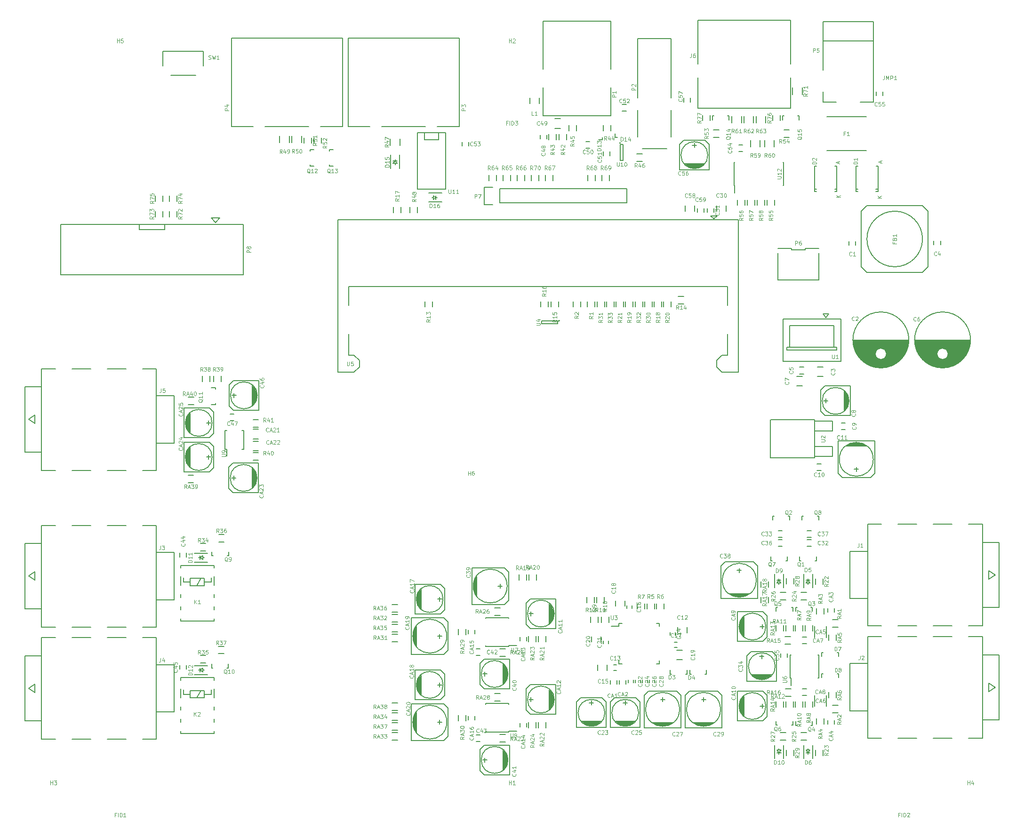
<source format=gbr>
G04 #@! TF.FileFunction,Legend,Top*
%FSLAX46Y46*%
G04 Gerber Fmt 4.6, Leading zero omitted, Abs format (unit mm)*
G04 Created by KiCad (PCBNEW no-vcs-found-product) date Tue 08 Dec 2015 08:15:28 PM BRST*
%MOMM*%
G01*
G04 APERTURE LIST*
%ADD10C,0.100000*%
%ADD11C,0.150000*%
%ADD12C,0.105000*%
G04 APERTURE END LIST*
D10*
D11*
X89768260Y-101307480D02*
X89768260Y-101832480D01*
X97018260Y-101307480D02*
X97018260Y-101832480D01*
X97018260Y-108557480D02*
X97018260Y-108032480D01*
X89768260Y-108557480D02*
X89768260Y-108032480D01*
X89768260Y-101307480D02*
X90293260Y-101307480D01*
X89768260Y-108557480D02*
X90293260Y-108557480D01*
X97018260Y-108557480D02*
X96493260Y-108557480D01*
X97018260Y-101307480D02*
X96493260Y-101307480D01*
X89768260Y-101832480D02*
X88393260Y-101832480D01*
X44974740Y-11900540D02*
X41014740Y-11900540D01*
X54958740Y-11900540D02*
X47084740Y-11900540D01*
X41014740Y-11900540D02*
X41014740Y4026460D01*
X61014740Y4026460D02*
X41014740Y4026460D01*
X61014740Y-11900540D02*
X61014740Y4026460D01*
X61014740Y-11900540D02*
X57054240Y-11900540D01*
X23970720Y-11900540D02*
X20010720Y-11900540D01*
X33954720Y-11900540D02*
X26080720Y-11900540D01*
X20010720Y-11900540D02*
X20010720Y4026460D01*
X40010720Y4026460D02*
X20010720Y4026460D01*
X40010720Y-11900540D02*
X40010720Y4026460D01*
X40010720Y-11900540D02*
X36050220Y-11900540D01*
X41156860Y-53021000D02*
X41156860Y-49271000D01*
X42106860Y-53021000D02*
X41156860Y-53021000D01*
X43056860Y-53971000D02*
X42106860Y-53021000D01*
X43056860Y-55171000D02*
X43056860Y-53971000D01*
X42106860Y-56121000D02*
X43056860Y-55171000D01*
X39206860Y-56121000D02*
X42106860Y-56121000D01*
X41156860Y-44071000D02*
X41156860Y-40671000D01*
X109256860Y-44071000D02*
X109256860Y-40671000D01*
X111206860Y-28671000D02*
X111206860Y-56121000D01*
X111206860Y-56121000D02*
X108306860Y-56121000D01*
X108306860Y-56121000D02*
X107356860Y-55171000D01*
X107356860Y-55171000D02*
X107356860Y-53971000D01*
X107356860Y-53971000D02*
X108306860Y-53021000D01*
X108306860Y-53021000D02*
X109256860Y-53021000D01*
X109256860Y-53021000D02*
X109256860Y-49271000D01*
X39206860Y-28671000D02*
X39206860Y-56121000D01*
X106856860Y-28521000D02*
X106256860Y-28021000D01*
X106256860Y-28021000D02*
X107456860Y-28021000D01*
X107456860Y-28021000D02*
X106856860Y-28521000D01*
X111206860Y-28671000D02*
X39206860Y-28671000D01*
X41156860Y-40671000D02*
X109256860Y-40671000D01*
X124988320Y-66718180D02*
X128163320Y-66718180D01*
X128163320Y-66718180D02*
X128163320Y-64940180D01*
X128163320Y-64940180D02*
X124988320Y-64940180D01*
X124988320Y-71290180D02*
X128163320Y-71290180D01*
X128163320Y-71290180D02*
X128163320Y-69512180D01*
X128163320Y-69512180D02*
X124988320Y-69512180D01*
X118892320Y-64686180D02*
X124988320Y-64686180D01*
X124988320Y-64686180D02*
X124988320Y-71544180D01*
X124988320Y-71544180D02*
X117114320Y-71544180D01*
X116987320Y-71544180D02*
X116987320Y-64686180D01*
X117114320Y-64686180D02*
X118892320Y-64686180D01*
X132347260Y-32548080D02*
X132347260Y-33248080D01*
X131147260Y-33248080D02*
X131147260Y-32548080D01*
X141877060Y-50382880D02*
X131879060Y-50382880D01*
X141873060Y-50522880D02*
X131883060Y-50522880D01*
X141865060Y-50662880D02*
X131891060Y-50662880D01*
X141853060Y-50802880D02*
X131903060Y-50802880D01*
X141838060Y-50942880D02*
X131918060Y-50942880D01*
X141818060Y-51082880D02*
X131938060Y-51082880D01*
X141794060Y-51222880D02*
X131962060Y-51222880D01*
X141765060Y-51362880D02*
X131991060Y-51362880D01*
X141733060Y-51502880D02*
X132023060Y-51502880D01*
X141696060Y-51642880D02*
X132060060Y-51642880D01*
X141655060Y-51782880D02*
X132101060Y-51782880D01*
X141610060Y-51922880D02*
X137344060Y-51922880D01*
X136412060Y-51922880D02*
X132146060Y-51922880D01*
X141560060Y-52062880D02*
X137545060Y-52062880D01*
X136211060Y-52062880D02*
X132196060Y-52062880D01*
X141505060Y-52202880D02*
X137674060Y-52202880D01*
X136082060Y-52202880D02*
X132251060Y-52202880D01*
X141445060Y-52342880D02*
X137763060Y-52342880D01*
X135993060Y-52342880D02*
X132311060Y-52342880D01*
X141380060Y-52482880D02*
X137824060Y-52482880D01*
X135932060Y-52482880D02*
X132376060Y-52482880D01*
X141310060Y-52622880D02*
X137861060Y-52622880D01*
X135895060Y-52622880D02*
X132446060Y-52622880D01*
X141234060Y-52762880D02*
X137877060Y-52762880D01*
X135879060Y-52762880D02*
X132522060Y-52762880D01*
X141152060Y-52902880D02*
X137873060Y-52902880D01*
X135883060Y-52902880D02*
X132604060Y-52902880D01*
X141064060Y-53042880D02*
X137850060Y-53042880D01*
X135906060Y-53042880D02*
X132692060Y-53042880D01*
X140969060Y-53182880D02*
X137805060Y-53182880D01*
X135951060Y-53182880D02*
X132787060Y-53182880D01*
X140867060Y-53322880D02*
X137735060Y-53322880D01*
X136021060Y-53322880D02*
X132889060Y-53322880D01*
X140757060Y-53462880D02*
X137634060Y-53462880D01*
X136122060Y-53462880D02*
X132999060Y-53462880D01*
X140639060Y-53602880D02*
X137485060Y-53602880D01*
X136271060Y-53602880D02*
X133117060Y-53602880D01*
X140511060Y-53742880D02*
X137233060Y-53742880D01*
X136523060Y-53742880D02*
X133245060Y-53742880D01*
X140374060Y-53882880D02*
X133382060Y-53882880D01*
X140224060Y-54022880D02*
X133532060Y-54022880D01*
X140062060Y-54162880D02*
X133694060Y-54162880D01*
X139885060Y-54302880D02*
X133871060Y-54302880D01*
X139689060Y-54442880D02*
X134067060Y-54442880D01*
X139471060Y-54582880D02*
X134285060Y-54582880D01*
X139225060Y-54722880D02*
X134531060Y-54722880D01*
X138940060Y-54862880D02*
X134816060Y-54862880D01*
X138598060Y-55002880D02*
X135158060Y-55002880D01*
X138152060Y-55142880D02*
X135604060Y-55142880D01*
X137377060Y-55282880D02*
X136379060Y-55282880D01*
X137878060Y-52807880D02*
G75*
G03X137878060Y-52807880I-1000000J0D01*
G01*
X141915560Y-50307880D02*
G75*
G03X141915560Y-50307880I-5037500J0D01*
G01*
X147612660Y-32497280D02*
X147612660Y-33197280D01*
X146412660Y-33197280D02*
X146412660Y-32497280D01*
X152976860Y-50382880D02*
X142978860Y-50382880D01*
X152972860Y-50522880D02*
X142982860Y-50522880D01*
X152964860Y-50662880D02*
X142990860Y-50662880D01*
X152952860Y-50802880D02*
X143002860Y-50802880D01*
X152937860Y-50942880D02*
X143017860Y-50942880D01*
X152917860Y-51082880D02*
X143037860Y-51082880D01*
X152893860Y-51222880D02*
X143061860Y-51222880D01*
X152864860Y-51362880D02*
X143090860Y-51362880D01*
X152832860Y-51502880D02*
X143122860Y-51502880D01*
X152795860Y-51642880D02*
X143159860Y-51642880D01*
X152754860Y-51782880D02*
X143200860Y-51782880D01*
X152709860Y-51922880D02*
X148443860Y-51922880D01*
X147511860Y-51922880D02*
X143245860Y-51922880D01*
X152659860Y-52062880D02*
X148644860Y-52062880D01*
X147310860Y-52062880D02*
X143295860Y-52062880D01*
X152604860Y-52202880D02*
X148773860Y-52202880D01*
X147181860Y-52202880D02*
X143350860Y-52202880D01*
X152544860Y-52342880D02*
X148862860Y-52342880D01*
X147092860Y-52342880D02*
X143410860Y-52342880D01*
X152479860Y-52482880D02*
X148923860Y-52482880D01*
X147031860Y-52482880D02*
X143475860Y-52482880D01*
X152409860Y-52622880D02*
X148960860Y-52622880D01*
X146994860Y-52622880D02*
X143545860Y-52622880D01*
X152333860Y-52762880D02*
X148976860Y-52762880D01*
X146978860Y-52762880D02*
X143621860Y-52762880D01*
X152251860Y-52902880D02*
X148972860Y-52902880D01*
X146982860Y-52902880D02*
X143703860Y-52902880D01*
X152163860Y-53042880D02*
X148949860Y-53042880D01*
X147005860Y-53042880D02*
X143791860Y-53042880D01*
X152068860Y-53182880D02*
X148904860Y-53182880D01*
X147050860Y-53182880D02*
X143886860Y-53182880D01*
X151966860Y-53322880D02*
X148834860Y-53322880D01*
X147120860Y-53322880D02*
X143988860Y-53322880D01*
X151856860Y-53462880D02*
X148733860Y-53462880D01*
X147221860Y-53462880D02*
X144098860Y-53462880D01*
X151738860Y-53602880D02*
X148584860Y-53602880D01*
X147370860Y-53602880D02*
X144216860Y-53602880D01*
X151610860Y-53742880D02*
X148332860Y-53742880D01*
X147622860Y-53742880D02*
X144344860Y-53742880D01*
X151473860Y-53882880D02*
X144481860Y-53882880D01*
X151323860Y-54022880D02*
X144631860Y-54022880D01*
X151161860Y-54162880D02*
X144793860Y-54162880D01*
X150984860Y-54302880D02*
X144970860Y-54302880D01*
X150788860Y-54442880D02*
X145166860Y-54442880D01*
X150570860Y-54582880D02*
X145384860Y-54582880D01*
X150324860Y-54722880D02*
X145630860Y-54722880D01*
X150039860Y-54862880D02*
X145915860Y-54862880D01*
X149697860Y-55002880D02*
X146257860Y-55002880D01*
X149251860Y-55142880D02*
X146703860Y-55142880D01*
X148476860Y-55282880D02*
X147478860Y-55282880D01*
X148977860Y-52807880D02*
G75*
G03X148977860Y-52807880I-1000000J0D01*
G01*
X153015360Y-50307880D02*
G75*
G03X153015360Y-50307880I-5037500J0D01*
G01*
X129797060Y-65241880D02*
X130497060Y-65241880D01*
X130497060Y-66441880D02*
X129797060Y-66441880D01*
X125402860Y-72633280D02*
X126102860Y-72633280D01*
X126102860Y-73833280D02*
X125402860Y-73833280D01*
X122283740Y-55203800D02*
X122983740Y-55203800D01*
X122983740Y-56403800D02*
X122283740Y-56403800D01*
X89114260Y-97218880D02*
X89114260Y-98218880D01*
X90814260Y-98218880D02*
X90814260Y-97218880D01*
X87613860Y-109801280D02*
X87613860Y-108801280D01*
X85913860Y-108801280D02*
X85913860Y-109801280D01*
X101132260Y-106139880D02*
X100132260Y-106139880D01*
X100132260Y-107839880D02*
X101132260Y-107839880D01*
X107326060Y-26124280D02*
X107326060Y-27124280D01*
X109026060Y-27124280D02*
X109026060Y-26124280D01*
X105645660Y-27329880D02*
X105645660Y-26629880D01*
X106845660Y-26629880D02*
X106845660Y-27329880D01*
X118830800Y-107418620D02*
X118830800Y-106718620D01*
X120030800Y-106718620D02*
X120030800Y-107418620D01*
X64787260Y-107081880D02*
X64087260Y-107081880D01*
X64087260Y-105881880D02*
X64787260Y-105881880D01*
X64787260Y-122550480D02*
X64087260Y-122550480D01*
X64087260Y-121350480D02*
X64787260Y-121350480D01*
X19815060Y-63616280D02*
X20515060Y-63616280D01*
X20515060Y-64816280D02*
X19815060Y-64816280D01*
X86963960Y-17119080D02*
X86963960Y-16419080D01*
X88163960Y-16419080D02*
X88163960Y-17119080D01*
X78199360Y-12208880D02*
X79199360Y-12208880D01*
X79199360Y-10508880D02*
X78199360Y-10508880D01*
X84510360Y-15781580D02*
X83810360Y-15781580D01*
X83810360Y-14581580D02*
X84510360Y-14581580D01*
X91063560Y-9139480D02*
X90363560Y-9139480D01*
X90363560Y-7939480D02*
X91063560Y-7939480D01*
X75559360Y-14134580D02*
X75559360Y-13434580D01*
X76759360Y-13434580D02*
X76759360Y-14134580D01*
X62741100Y-14676640D02*
X62741100Y-15376640D01*
X61541100Y-15376640D02*
X61541100Y-14676640D01*
X136049460Y-6324080D02*
X136049460Y-5624080D01*
X137249460Y-5624080D02*
X137249460Y-6324080D01*
X102629260Y-6767080D02*
X102629260Y-7467080D01*
X101429260Y-7467080D02*
X101429260Y-6767080D01*
X89421260Y-111567480D02*
X89421260Y-112267480D01*
X88221260Y-112267480D02*
X88221260Y-111567480D01*
X91021460Y-111567480D02*
X91021460Y-112267480D01*
X89821460Y-112267480D02*
X89821460Y-111567480D01*
X124984400Y-101842060D02*
X124984400Y-103842060D01*
X127034400Y-103842060D02*
X127034400Y-101842060D01*
X128501700Y-98618560D02*
X128501700Y-99318560D01*
X127301700Y-99318560D02*
X127301700Y-98618560D01*
X122789200Y-103791460D02*
X123489200Y-103791460D01*
X123489200Y-104991460D02*
X122789200Y-104991460D01*
X127031860Y-116244880D02*
X127031860Y-114244880D01*
X124981860Y-114244880D02*
X124981860Y-116244880D01*
X127301700Y-119460760D02*
X127301700Y-118760760D01*
X128501700Y-118760760D02*
X128501700Y-119460760D01*
X123489200Y-114287860D02*
X122789200Y-114287860D01*
X122789200Y-113087860D02*
X123489200Y-113087860D01*
X71914460Y-104469680D02*
X71914460Y-103769680D01*
X73114460Y-103769680D02*
X73114460Y-104469680D01*
X62643460Y-103199680D02*
X62643460Y-102499680D01*
X63843460Y-102499680D02*
X63843460Y-103199680D01*
X71914460Y-119938280D02*
X71914460Y-119238280D01*
X73114460Y-119238280D02*
X73114460Y-119938280D01*
X62643460Y-118668280D02*
X62643460Y-117968280D01*
X63843460Y-117968280D02*
X63843460Y-118668280D01*
X24906860Y-68522480D02*
X23906860Y-68522480D01*
X23906860Y-70222480D02*
X24906860Y-70222480D01*
X24906860Y-66388880D02*
X23906860Y-66388880D01*
X23906860Y-68088880D02*
X24906860Y-68088880D01*
X86098380Y-14241780D02*
X86807040Y-14241780D01*
X86807040Y-14241780D02*
X86807040Y-13840460D01*
X89075260Y-13157200D02*
X89075260Y-13865860D01*
X89075260Y-13865860D02*
X89476580Y-13865860D01*
X134236460Y-16261080D02*
X127124460Y-16261080D01*
X134236460Y-10165080D02*
X127124460Y-10165080D01*
X144368520Y-32136080D02*
G75*
G03X144368520Y-32136080I-5001260J0D01*
G01*
X133367780Y-32136080D02*
X133367780Y-27134820D01*
X133367780Y-27134820D02*
X134366000Y-26136600D01*
X134366000Y-26136600D02*
X144368520Y-26136600D01*
X144368520Y-26136600D02*
X145366740Y-27134820D01*
X145366740Y-27134820D02*
X145366740Y-37137340D01*
X145366740Y-37137340D02*
X144368520Y-38135560D01*
X144368520Y-38135560D02*
X134366000Y-38135560D01*
X134366000Y-38135560D02*
X133367780Y-37137340D01*
X133367780Y-37137340D02*
X133367780Y-32136080D01*
X75409160Y-7718680D02*
X75409160Y-6718680D01*
X73709160Y-6718680D02*
X73709160Y-7718680D01*
X99136460Y-6770280D02*
X99136460Y3909720D01*
X93136460Y-6770280D02*
X93136460Y3909720D01*
X93136460Y3909720D02*
X99136460Y3909720D01*
X93136460Y-8950280D02*
X93136460Y-13770280D01*
X98336460Y-15863780D02*
X93936460Y-15863780D01*
X99136460Y-8950280D02*
X99136460Y-13770280D01*
X68323460Y-23114380D02*
X91183460Y-23114380D01*
X91183460Y-23114380D02*
X91183460Y-25654380D01*
X91183460Y-25654380D02*
X68323460Y-25654380D01*
X65503460Y-22834380D02*
X67053460Y-22834380D01*
X68323460Y-23114380D02*
X68323460Y-25654380D01*
X67053460Y-25934380D02*
X65503460Y-25934380D01*
X65503460Y-25934380D02*
X65503460Y-22834380D01*
X56176540Y-43365800D02*
X56176540Y-44365800D01*
X54826540Y-44365800D02*
X54826540Y-43365800D01*
X85432260Y-43370880D02*
X85432260Y-44370880D01*
X84082260Y-44370880D02*
X84082260Y-43370880D01*
X82841460Y-43370880D02*
X82841460Y-44370880D01*
X81491460Y-44370880D02*
X81491460Y-43370880D01*
X85991060Y-100114480D02*
X85991060Y-101114480D01*
X84641060Y-101114480D02*
X84641060Y-100114480D01*
X87921460Y-100114480D02*
X87921460Y-101114480D01*
X86571460Y-101114480D02*
X86571460Y-100114480D01*
X83980660Y-97609280D02*
X83980660Y-96609280D01*
X85330660Y-96609280D02*
X85330660Y-97609280D01*
X85733260Y-97609280D02*
X85733260Y-96609280D01*
X87083260Y-96609280D02*
X87083260Y-97609280D01*
X101437060Y-43809280D02*
X100437060Y-43809280D01*
X100437060Y-42459280D02*
X101437060Y-42459280D01*
X125115960Y-94256480D02*
X125115960Y-93256480D01*
X126465960Y-93256480D02*
X126465960Y-94256480D01*
X123537600Y-97078160D02*
X122537600Y-97078160D01*
X122537600Y-95728160D02*
X123537600Y-95728160D01*
X119883560Y-94205680D02*
X119883560Y-93205680D01*
X121233560Y-93205680D02*
X121233560Y-94205680D01*
X118791100Y-95753560D02*
X119791100Y-95753560D01*
X119791100Y-97103560D02*
X118791100Y-97103560D01*
X97810960Y-44370880D02*
X97810960Y-43370880D01*
X99160960Y-43370880D02*
X99160960Y-44370880D01*
X95731960Y-43370880D02*
X95731960Y-44370880D01*
X94381960Y-44370880D02*
X94381960Y-43370880D01*
X126465960Y-124130180D02*
X126465960Y-125130180D01*
X125115960Y-125130180D02*
X125115960Y-124130180D01*
X123537600Y-122351160D02*
X122537600Y-122351160D01*
X122537600Y-121001160D02*
X123537600Y-121001160D01*
X121233560Y-124130180D02*
X121233560Y-125130180D01*
X119883560Y-125130180D02*
X119883560Y-124130180D01*
X119791100Y-122351160D02*
X118791100Y-122351160D01*
X118791100Y-121001160D02*
X119791100Y-121001160D01*
X90588460Y-43370880D02*
X90588460Y-44370880D01*
X89238460Y-44370880D02*
X89238460Y-43370880D01*
X87159460Y-43370880D02*
X87159460Y-44370880D01*
X85809460Y-44370880D02*
X85809460Y-43370880D01*
X14432660Y-86909280D02*
X15432660Y-86909280D01*
X15432660Y-88259280D02*
X14432660Y-88259280D01*
X18734660Y-86633680D02*
X17734660Y-86633680D01*
X17734660Y-85283680D02*
X18734660Y-85283680D01*
X18173060Y-56807480D02*
X18173060Y-57807480D01*
X16823060Y-57807480D02*
X16823060Y-56807480D01*
X16166460Y-56807480D02*
X16166460Y-57807480D01*
X14816460Y-57807480D02*
X14816460Y-56807480D01*
X79014960Y-14284580D02*
X79014960Y-13284580D01*
X80364960Y-13284580D02*
X80364960Y-14284580D01*
X78498060Y-13284580D02*
X78498060Y-14284580D01*
X77148060Y-14284580D02*
X77148060Y-13284580D01*
X93969460Y-18193380D02*
X92969460Y-18193380D01*
X92969460Y-16843380D02*
X93969460Y-16843380D01*
X28713460Y-14803680D02*
X28713460Y-13603680D01*
X30463460Y-13603680D02*
X30463460Y-14803680D01*
X33129860Y-14906880D02*
X33129860Y-13906880D01*
X34479860Y-13906880D02*
X34479860Y-14906880D01*
X50346580Y-14091360D02*
X50346580Y-15291360D01*
X48596580Y-15291360D02*
X48596580Y-14091360D01*
X53529860Y-26378280D02*
X53529860Y-27378280D01*
X52179860Y-27378280D02*
X52179860Y-26378280D01*
X30923260Y-14803680D02*
X30923260Y-13603680D01*
X32673260Y-13603680D02*
X32673260Y-14803680D01*
X34882460Y-14906880D02*
X34882460Y-13906880D01*
X36232460Y-13906880D02*
X36232460Y-14906880D01*
X119410860Y-12487280D02*
X120410860Y-12487280D01*
X120410860Y-13837280D02*
X119410860Y-13837280D01*
X113397060Y-15540280D02*
X113397060Y-14340280D01*
X115147060Y-14340280D02*
X115147060Y-15540280D01*
X111082460Y-26082880D02*
X111082460Y-25082880D01*
X112432460Y-25082880D02*
X112432460Y-26082880D01*
X115962460Y-15540280D02*
X115962460Y-14340280D01*
X117712460Y-14340280D02*
X117712460Y-15540280D01*
X110044260Y-11247680D02*
X110044260Y-10047680D01*
X111794260Y-10047680D02*
X111794260Y-11247680D01*
X106736260Y-12487280D02*
X107736260Y-12487280D01*
X107736260Y-13837280D02*
X106736260Y-13837280D01*
X116416460Y-26082880D02*
X116416460Y-25082880D01*
X117766460Y-25082880D02*
X117766460Y-26082880D01*
X112228660Y-11247680D02*
X112228660Y-10047680D01*
X113978660Y-10047680D02*
X113978660Y-11247680D01*
X66378460Y-21637880D02*
X66378460Y-20637880D01*
X67728460Y-20637880D02*
X67728460Y-21637880D01*
X68921380Y-21637880D02*
X68921380Y-20637880D01*
X70271380Y-20637880D02*
X70271380Y-21637880D01*
X71461380Y-21637880D02*
X71461380Y-20637880D01*
X72811380Y-20637880D02*
X72811380Y-21637880D01*
X76541380Y-21637880D02*
X76541380Y-20637880D01*
X77891380Y-20637880D02*
X77891380Y-21637880D01*
X84158460Y-21637880D02*
X84158460Y-20637880D01*
X85508460Y-20637880D02*
X85508460Y-21637880D01*
X86698460Y-21637880D02*
X86698460Y-20637880D01*
X88048460Y-20637880D02*
X88048460Y-21637880D01*
X74001380Y-21637880D02*
X74001380Y-20637880D01*
X75351380Y-20637880D02*
X75351380Y-21637880D01*
X117407060Y-10842880D02*
X117407060Y-9842880D01*
X118757060Y-9842880D02*
X118757060Y-10842880D01*
X104834060Y-10842880D02*
X104834060Y-9842880D01*
X106184060Y-9842880D02*
X106184060Y-10842880D01*
X128818000Y-103358060D02*
X128818000Y-104358060D01*
X127468000Y-104358060D02*
X127468000Y-103358060D01*
X129151000Y-102018460D02*
X128151000Y-102018460D01*
X128151000Y-100668460D02*
X129151000Y-100668460D01*
X119642000Y-103716460D02*
X120642000Y-103716460D01*
X120642000Y-105066460D02*
X119642000Y-105066460D01*
X125334400Y-99620960D02*
X125334400Y-98620960D01*
X126684400Y-98620960D02*
X126684400Y-99620960D01*
X124576200Y-101681660D02*
X124576200Y-102681660D01*
X123226200Y-102681660D02*
X123226200Y-101681660D01*
X118044600Y-102681660D02*
X118044600Y-101681660D01*
X119394600Y-101681660D02*
X119394600Y-102681660D01*
X127468000Y-114721260D02*
X127468000Y-113721260D01*
X128818000Y-113721260D02*
X128818000Y-114721260D01*
X121499000Y-102681660D02*
X121499000Y-101681660D01*
X122849000Y-101681660D02*
X122849000Y-102681660D01*
X119771800Y-102681660D02*
X119771800Y-101681660D01*
X121121800Y-101681660D02*
X121121800Y-102681660D01*
X129151000Y-117410860D02*
X128151000Y-117410860D01*
X128151000Y-116060860D02*
X129151000Y-116060860D01*
X119680100Y-113050960D02*
X120680100Y-113050960D01*
X120680100Y-114400960D02*
X119680100Y-114400960D01*
X126684400Y-118458360D02*
X126684400Y-119458360D01*
X125334400Y-119458360D02*
X125334400Y-118458360D01*
X121499000Y-116397660D02*
X121499000Y-115397660D01*
X122849000Y-115397660D02*
X122849000Y-116397660D01*
X119394600Y-115397660D02*
X119394600Y-116397660D01*
X118044600Y-116397660D02*
X118044600Y-115397660D01*
X124576200Y-115397660D02*
X124576200Y-116397660D01*
X123226200Y-116397660D02*
X123226200Y-115397660D01*
X121121800Y-115397660D02*
X121121800Y-116397660D01*
X119771800Y-116397660D02*
X119771800Y-115397660D01*
X116648860Y-93815280D02*
X116648860Y-94815280D01*
X115298860Y-94815280D02*
X115298860Y-93815280D01*
X116648860Y-96609280D02*
X116648860Y-97609280D01*
X115298860Y-97609280D02*
X115298860Y-96609280D01*
X74865860Y-103619680D02*
X74865860Y-104619680D01*
X73515860Y-104619680D02*
X73515860Y-103619680D01*
X62242060Y-102349680D02*
X62242060Y-103349680D01*
X60892060Y-103349680D02*
X60892060Y-102349680D01*
X76593060Y-103619680D02*
X76593060Y-104619680D01*
X75243060Y-104619680D02*
X75243060Y-103619680D01*
X69306060Y-107207680D02*
X68306060Y-107207680D01*
X68306060Y-105857680D02*
X69306060Y-105857680D01*
X49900460Y-102813480D02*
X48900460Y-102813480D01*
X48900460Y-101463480D02*
X49900460Y-101463480D01*
X68417060Y-99841680D02*
X67417060Y-99841680D01*
X67417060Y-98491680D02*
X68417060Y-98491680D01*
X49900460Y-104591480D02*
X48900460Y-104591480D01*
X48900460Y-103241480D02*
X49900460Y-103241480D01*
X49900460Y-99257480D02*
X48900460Y-99257480D01*
X48900460Y-97907480D02*
X49900460Y-97907480D01*
X49900460Y-101035480D02*
X48900460Y-101035480D01*
X48900460Y-99685480D02*
X49900460Y-99685480D01*
X74865860Y-119088280D02*
X74865860Y-120088280D01*
X73515860Y-120088280D02*
X73515860Y-119088280D01*
X62242060Y-117818280D02*
X62242060Y-118818280D01*
X60892060Y-118818280D02*
X60892060Y-117818280D01*
X76593060Y-119088280D02*
X76593060Y-120088280D01*
X75243060Y-120088280D02*
X75243060Y-119088280D01*
X69306060Y-122676280D02*
X68306060Y-122676280D01*
X68306060Y-121326280D02*
X69306060Y-121326280D01*
X49900460Y-120542680D02*
X48900460Y-120542680D01*
X48900460Y-119192680D02*
X49900460Y-119192680D01*
X68417060Y-115310280D02*
X67417060Y-115310280D01*
X67417060Y-113960280D02*
X68417060Y-113960280D01*
X49900460Y-122320680D02*
X48900460Y-122320680D01*
X48900460Y-120970680D02*
X49900460Y-120970680D01*
X49900460Y-116986680D02*
X48900460Y-116986680D01*
X48900460Y-115636680D02*
X49900460Y-115636680D01*
X49900460Y-118764680D02*
X48900460Y-118764680D01*
X48900460Y-117414680D02*
X49900460Y-117414680D01*
X73113260Y-92545280D02*
X73113260Y-93545280D01*
X71763260Y-93545280D02*
X71763260Y-92545280D01*
X73541260Y-93545280D02*
X73541260Y-92545280D01*
X74891260Y-92545280D02*
X74891260Y-93545280D01*
X12222860Y-74666480D02*
X13222860Y-74666480D01*
X13222860Y-76016480D02*
X12222860Y-76016480D01*
X12248260Y-60569480D02*
X13248260Y-60569480D01*
X13248260Y-61919480D02*
X12248260Y-61919480D01*
X7708900Y1605280D02*
X15005900Y1605280D01*
X15005900Y1605280D02*
X15005900Y-964720D01*
X9105900Y-2694720D02*
X13605900Y-2694720D01*
X7708900Y1605280D02*
X7708900Y-964720D01*
X120556580Y-111112100D02*
X120701580Y-111112100D01*
X120556580Y-106962100D02*
X120701580Y-106962100D01*
X125706580Y-106962100D02*
X125561580Y-106962100D01*
X125706580Y-111112100D02*
X125561580Y-111112100D01*
X120556580Y-111112100D02*
X120556580Y-106962100D01*
X125706580Y-111112100D02*
X125706580Y-106962100D01*
X120701580Y-111112100D02*
X120701580Y-112512100D01*
X69953960Y-105424680D02*
X69953960Y-105279680D01*
X65803960Y-105424680D02*
X65803960Y-105279680D01*
X65803960Y-100274680D02*
X65803960Y-100419680D01*
X69953960Y-100274680D02*
X69953960Y-100419680D01*
X69953960Y-105424680D02*
X65803960Y-105424680D01*
X69953960Y-100274680D02*
X65803960Y-100274680D01*
X69953960Y-105279680D02*
X71353960Y-105279680D01*
X18896460Y-69980680D02*
X19196460Y-69980680D01*
X18896460Y-66630680D02*
X19196460Y-66630680D01*
X22246460Y-66630680D02*
X21946460Y-66630680D01*
X22246460Y-69980680D02*
X21946460Y-69980680D01*
X18896460Y-69980680D02*
X18896460Y-66630680D01*
X22246460Y-69980680D02*
X22246460Y-66630680D01*
X19196460Y-69980680D02*
X19196460Y-71205680D01*
X58569860Y-13009880D02*
X53489860Y-13009880D01*
X53489860Y-13009880D02*
X53489860Y-23169880D01*
X53489860Y-23169880D02*
X58569860Y-23169880D01*
X58569860Y-23169880D02*
X58569860Y-13009880D01*
X57299860Y-13009880D02*
X57299860Y-14279880D01*
X57299860Y-14279880D02*
X54759860Y-14279880D01*
X54759860Y-14279880D02*
X54759860Y-13009880D01*
X110482460Y-22476280D02*
X110597460Y-22476280D01*
X110482460Y-18326280D02*
X110597460Y-18326280D01*
X119382460Y-18326280D02*
X119267460Y-18326280D01*
X119382460Y-22476280D02*
X119267460Y-22476280D01*
X110482460Y-22476280D02*
X110482460Y-18326280D01*
X119382460Y-22476280D02*
X119382460Y-18326280D01*
X110597460Y-22476280D02*
X110597460Y-23851280D01*
X120609360Y-8590280D02*
X120609360Y-3065780D01*
X103972360Y-8590280D02*
X103972360Y-3065780D01*
X120609360Y7221220D02*
X103972360Y7221220D01*
X120609360Y7221220D02*
X120609360Y-652780D01*
X103972360Y7221220D02*
X103972360Y-652780D01*
X120609360Y-8590280D02*
X103972360Y-8590280D01*
X-16441420Y-64597280D02*
X-15298420Y-63835280D01*
X-15298420Y-63835280D02*
X-15298420Y-65359280D01*
X-16441420Y-64597280D02*
X-15298420Y-65359280D01*
X6494780Y-60368180D02*
X9714780Y-60368180D01*
X9733280Y-68877180D02*
X9733280Y-60391180D01*
X6494780Y-68877180D02*
X9714780Y-68877180D01*
X-17142220Y-70464680D02*
X-14142220Y-70464680D01*
X-17142220Y-70464680D02*
X-17142220Y-58764680D01*
X-17142220Y-58764680D02*
X-14142220Y-58764680D01*
X6467280Y-73758680D02*
X6467280Y-55473680D01*
X6467280Y-55473680D02*
X4018280Y-55473680D01*
X6467280Y-73758680D02*
X4018280Y-73758680D01*
X-11592220Y-73758680D02*
X-14142220Y-73758680D01*
X-5252720Y-73758680D02*
X-8681720Y-73758680D01*
X1097280Y-73758680D02*
X-2331720Y-73758680D01*
X-2331720Y-55473680D02*
X1097280Y-55473680D01*
X-8681720Y-55473680D02*
X-5252720Y-55473680D01*
X-14142220Y-55473680D02*
X-11592220Y-55473680D01*
X-14142220Y-73758680D02*
X-14142220Y-55473680D01*
X157452060Y-92613480D02*
X156309060Y-93375480D01*
X156309060Y-93375480D02*
X156309060Y-91851480D01*
X157452060Y-92613480D02*
X156309060Y-91851480D01*
X134515860Y-96842580D02*
X131295860Y-96842580D01*
X131277360Y-88333580D02*
X131277360Y-96819580D01*
X134515860Y-88333580D02*
X131295860Y-88333580D01*
X158152860Y-86746080D02*
X155152860Y-86746080D01*
X158152860Y-86746080D02*
X158152860Y-98446080D01*
X158152860Y-98446080D02*
X155152860Y-98446080D01*
X134543360Y-83452080D02*
X134543360Y-101737080D01*
X134543360Y-101737080D02*
X136992360Y-101737080D01*
X134543360Y-83452080D02*
X136992360Y-83452080D01*
X152602860Y-83452080D02*
X155152860Y-83452080D01*
X146263360Y-83452080D02*
X149692360Y-83452080D01*
X139913360Y-83452080D02*
X143342360Y-83452080D01*
X143342360Y-101737080D02*
X139913360Y-101737080D01*
X149692360Y-101737080D02*
X146263360Y-101737080D01*
X155152860Y-101737080D02*
X152602860Y-101737080D01*
X155152860Y-83452080D02*
X155152860Y-101737080D01*
X157452060Y-112819180D02*
X156309060Y-113581180D01*
X156309060Y-113581180D02*
X156309060Y-112057180D01*
X157452060Y-112819180D02*
X156309060Y-112057180D01*
X134515860Y-117048280D02*
X131295860Y-117048280D01*
X131277360Y-108539280D02*
X131277360Y-117025280D01*
X134515860Y-108539280D02*
X131295860Y-108539280D01*
X158152860Y-106951780D02*
X155152860Y-106951780D01*
X158152860Y-106951780D02*
X158152860Y-118651780D01*
X158152860Y-118651780D02*
X155152860Y-118651780D01*
X134543360Y-103657780D02*
X134543360Y-121942780D01*
X134543360Y-121942780D02*
X136992360Y-121942780D01*
X134543360Y-103657780D02*
X136992360Y-103657780D01*
X152602860Y-103657780D02*
X155152860Y-103657780D01*
X146263360Y-103657780D02*
X149692360Y-103657780D01*
X139913360Y-103657780D02*
X143342360Y-103657780D01*
X143342360Y-121942780D02*
X139913360Y-121942780D01*
X149692360Y-121942780D02*
X146263360Y-121942780D01*
X155152860Y-121942780D02*
X152602860Y-121942780D01*
X155152860Y-103657780D02*
X155152860Y-121942780D01*
X-16441420Y-92796360D02*
X-15298420Y-92034360D01*
X-15298420Y-92034360D02*
X-15298420Y-93558360D01*
X-16441420Y-92796360D02*
X-15298420Y-93558360D01*
X6494780Y-88567260D02*
X9714780Y-88567260D01*
X9733280Y-97076260D02*
X9733280Y-88590260D01*
X6494780Y-97076260D02*
X9714780Y-97076260D01*
X-17142220Y-98663760D02*
X-14142220Y-98663760D01*
X-17142220Y-98663760D02*
X-17142220Y-86963760D01*
X-17142220Y-86963760D02*
X-14142220Y-86963760D01*
X6467280Y-101957760D02*
X6467280Y-83672760D01*
X6467280Y-83672760D02*
X4018280Y-83672760D01*
X6467280Y-101957760D02*
X4018280Y-101957760D01*
X-11592220Y-101957760D02*
X-14142220Y-101957760D01*
X-5252720Y-101957760D02*
X-8681720Y-101957760D01*
X1097280Y-101957760D02*
X-2331720Y-101957760D01*
X-2331720Y-83672760D02*
X1097280Y-83672760D01*
X-8681720Y-83672760D02*
X-5252720Y-83672760D01*
X-14142220Y-83672760D02*
X-11592220Y-83672760D01*
X-14142220Y-101957760D02*
X-14142220Y-83672760D01*
X-16441420Y-112994440D02*
X-15298420Y-112232440D01*
X-15298420Y-112232440D02*
X-15298420Y-113756440D01*
X-16441420Y-112994440D02*
X-15298420Y-113756440D01*
X6494780Y-108765340D02*
X9714780Y-108765340D01*
X9733280Y-117274340D02*
X9733280Y-108788340D01*
X6494780Y-117274340D02*
X9714780Y-117274340D01*
X-17142220Y-118861840D02*
X-14142220Y-118861840D01*
X-17142220Y-118861840D02*
X-17142220Y-107161840D01*
X-17142220Y-107161840D02*
X-14142220Y-107161840D01*
X6467280Y-122155840D02*
X6467280Y-103870840D01*
X6467280Y-103870840D02*
X4018280Y-103870840D01*
X6467280Y-122155840D02*
X4018280Y-122155840D01*
X-11592220Y-122155840D02*
X-14142220Y-122155840D01*
X-5252720Y-122155840D02*
X-8681720Y-122155840D01*
X1097280Y-122155840D02*
X-2331720Y-122155840D01*
X-2331720Y-103870840D02*
X1097280Y-103870840D01*
X-8681720Y-103870840D02*
X-5252720Y-103870840D01*
X-14142220Y-103870840D02*
X-11592220Y-103870840D01*
X-14142220Y-122155840D02*
X-14142220Y-103870840D01*
X126508120Y-1765760D02*
X126508120Y6984240D01*
X126508120Y-7515760D02*
X126508120Y-5665760D01*
X126508120Y-7515760D02*
X128808120Y-7515760D01*
X135508120Y-7515760D02*
X133208120Y-7515760D01*
X135509000Y3484880D02*
X126507240Y3484880D01*
X135509000Y6985000D02*
X126507240Y6985000D01*
X135509000Y-7515860D02*
X135509000Y6985000D01*
X123784360Y-94011560D02*
X123784360Y-94261560D01*
X123784360Y-93511560D02*
X123784360Y-93261560D01*
X123784360Y-93511560D02*
X124134360Y-94011560D01*
X124134360Y-94011560D02*
X123434360Y-94011560D01*
X123434360Y-94011560D02*
X123784360Y-93511560D01*
X124134360Y-93511560D02*
X123434360Y-93511560D01*
X122984360Y-92461560D02*
X122984360Y-94861560D01*
X124584360Y-92461560D02*
X124584360Y-94861560D01*
X118541800Y-94011560D02*
X118541800Y-94261560D01*
X118541800Y-93511560D02*
X118541800Y-93261560D01*
X118541800Y-93511560D02*
X118891800Y-94011560D01*
X118891800Y-94011560D02*
X118191800Y-94011560D01*
X118191800Y-94011560D02*
X118541800Y-93511560D01*
X118891800Y-93511560D02*
X118191800Y-93511560D01*
X117741800Y-92461560D02*
X117741800Y-94861560D01*
X119341800Y-92461560D02*
X119341800Y-94861560D01*
X123784360Y-124075380D02*
X123784360Y-123825380D01*
X123784360Y-124575380D02*
X123784360Y-124825380D01*
X123784360Y-124575380D02*
X123434360Y-124075380D01*
X123434360Y-124075380D02*
X124134360Y-124075380D01*
X124134360Y-124075380D02*
X123784360Y-124575380D01*
X123434360Y-124575380D02*
X124134360Y-124575380D01*
X124584360Y-125625380D02*
X124584360Y-123225380D01*
X122984360Y-125625380D02*
X122984360Y-123225380D01*
X118551960Y-124075380D02*
X118551960Y-123825380D01*
X118551960Y-124575380D02*
X118551960Y-124825380D01*
X118551960Y-124575380D02*
X118201960Y-124075380D01*
X118201960Y-124075380D02*
X118901960Y-124075380D01*
X118901960Y-124075380D02*
X118551960Y-124575380D01*
X118201960Y-124575380D02*
X118901960Y-124575380D01*
X119351960Y-125625380D02*
X119351960Y-123225380D01*
X117751960Y-125625380D02*
X117751960Y-123225380D01*
X14877860Y-89489280D02*
X15127860Y-89489280D01*
X14377860Y-89489280D02*
X14127860Y-89489280D01*
X14377860Y-89489280D02*
X14877860Y-89139280D01*
X14877860Y-89139280D02*
X14877860Y-89839280D01*
X14877860Y-89839280D02*
X14377860Y-89489280D01*
X14377860Y-89139280D02*
X14377860Y-89839280D01*
X13327860Y-90289280D02*
X15727860Y-90289280D01*
X13327860Y-88689280D02*
X15727860Y-88689280D01*
X49476660Y-18553240D02*
X49476660Y-18803240D01*
X49476660Y-18053240D02*
X49476660Y-17803240D01*
X49476660Y-18053240D02*
X49826660Y-18553240D01*
X49826660Y-18553240D02*
X49126660Y-18553240D01*
X49126660Y-18553240D02*
X49476660Y-18053240D01*
X49826660Y-18053240D02*
X49126660Y-18053240D01*
X48676660Y-17003240D02*
X48676660Y-19403240D01*
X50276660Y-17003240D02*
X50276660Y-19403240D01*
X56338660Y-24668480D02*
X56088660Y-24668480D01*
X56838660Y-24668480D02*
X57088660Y-24668480D01*
X56838660Y-24668480D02*
X56338660Y-25018480D01*
X56338660Y-25018480D02*
X56338660Y-24318480D01*
X56338660Y-24318480D02*
X56838660Y-24668480D01*
X56838660Y-25018480D02*
X56838660Y-24318480D01*
X57888660Y-23868480D02*
X55488660Y-23868480D01*
X57888660Y-25468480D02*
X55488660Y-25468480D01*
X116163060Y-10047680D02*
X116163060Y-11247680D01*
X114413060Y-11247680D02*
X114413060Y-10047680D01*
X111980460Y-16378480D02*
X111280460Y-16378480D01*
X111280460Y-15178480D02*
X111980460Y-15178480D01*
X90043660Y-14865880D02*
G75*
G03X90043660Y-14865880I-100000J0D01*
G01*
X90493660Y-15115880D02*
X89993660Y-15115880D01*
X90493660Y-18015880D02*
X90493660Y-15115880D01*
X89993660Y-18015880D02*
X90493660Y-18015880D01*
X89993660Y-15115880D02*
X89993660Y-18015880D01*
X99180700Y-110434120D02*
X99228960Y-110434120D01*
X101979680Y-109733080D02*
X101979680Y-110434120D01*
X101979680Y-110434120D02*
X101730760Y-110434120D01*
X99180700Y-110434120D02*
X98980040Y-110434120D01*
X98980040Y-110434120D02*
X98980040Y-109733080D01*
X102711300Y-110434120D02*
X102759560Y-110434120D01*
X105510280Y-109733080D02*
X105510280Y-110434120D01*
X105510280Y-110434120D02*
X105261360Y-110434120D01*
X102711300Y-110434120D02*
X102510640Y-110434120D01*
X102510640Y-110434120D02*
X102510640Y-109733080D01*
X129058620Y-106568240D02*
X129010360Y-106568240D01*
X126259640Y-107269280D02*
X126259640Y-106568240D01*
X126259640Y-106568240D02*
X126508560Y-106568240D01*
X129058620Y-106568240D02*
X129259280Y-106568240D01*
X129259280Y-106568240D02*
X129259280Y-107269280D01*
X129061160Y-110345220D02*
X129012900Y-110345220D01*
X126262180Y-111046260D02*
X126262180Y-110345220D01*
X126262180Y-110345220D02*
X126511100Y-110345220D01*
X129061160Y-110345220D02*
X129261820Y-110345220D01*
X129261820Y-110345220D02*
X129261820Y-111046260D01*
X124336760Y-98407220D02*
X124288500Y-98407220D01*
X121537780Y-99108260D02*
X121537780Y-98407220D01*
X121537780Y-98407220D02*
X121786700Y-98407220D01*
X124336760Y-98407220D02*
X124537420Y-98407220D01*
X124537420Y-98407220D02*
X124537420Y-99108260D01*
X120844260Y-98407220D02*
X120796000Y-98407220D01*
X118045280Y-99108260D02*
X118045280Y-98407220D01*
X118045280Y-98407220D02*
X118294200Y-98407220D01*
X120844260Y-98407220D02*
X121044920Y-98407220D01*
X121044920Y-98407220D02*
X121044920Y-99108260D01*
X122477580Y-90032840D02*
X122525840Y-90032840D01*
X125276560Y-89331800D02*
X125276560Y-90032840D01*
X125276560Y-90032840D02*
X125027640Y-90032840D01*
X122477580Y-90032840D02*
X122276920Y-90032840D01*
X122276920Y-90032840D02*
X122276920Y-89331800D01*
X117245180Y-90032840D02*
X117293440Y-90032840D01*
X120044160Y-89331800D02*
X120044160Y-90032840D01*
X120044160Y-90032840D02*
X119795240Y-90032840D01*
X117245180Y-90032840D02*
X117044520Y-90032840D01*
X117044520Y-90032840D02*
X117044520Y-89331800D01*
X121738440Y-119659400D02*
X121786700Y-119659400D01*
X124537420Y-118958360D02*
X124537420Y-119659400D01*
X124537420Y-119659400D02*
X124288500Y-119659400D01*
X121738440Y-119659400D02*
X121537780Y-119659400D01*
X121537780Y-119659400D02*
X121537780Y-118958360D01*
X118245940Y-119621300D02*
X118294200Y-119621300D01*
X121044920Y-118920260D02*
X121044920Y-119621300D01*
X121044920Y-119621300D02*
X120796000Y-119621300D01*
X118245940Y-119621300D02*
X118045280Y-119621300D01*
X118045280Y-119621300D02*
X118045280Y-118920260D01*
X120249900Y-82026760D02*
X120201640Y-82026760D01*
X117450920Y-82727800D02*
X117450920Y-82026760D01*
X117450920Y-82026760D02*
X117699840Y-82026760D01*
X120249900Y-82026760D02*
X120450560Y-82026760D01*
X120450560Y-82026760D02*
X120450560Y-82727800D01*
X125482300Y-82026760D02*
X125434040Y-82026760D01*
X122683320Y-82727800D02*
X122683320Y-82026760D01*
X122683320Y-82026760D02*
X122932240Y-82026760D01*
X125482300Y-82026760D02*
X125682960Y-82026760D01*
X125682960Y-82026760D02*
X125682960Y-82727800D01*
X16732300Y-89148920D02*
X16780560Y-89148920D01*
X19531280Y-88447880D02*
X19531280Y-89148920D01*
X19531280Y-89148920D02*
X19282360Y-89148920D01*
X16732300Y-89148920D02*
X16531640Y-89148920D01*
X16531640Y-89148920D02*
X16531640Y-88447880D01*
X17132300Y-61705440D02*
X17132300Y-61657180D01*
X16431260Y-58906460D02*
X17132300Y-58906460D01*
X17132300Y-58906460D02*
X17132300Y-59155380D01*
X17132300Y-61705440D02*
X17132300Y-61906100D01*
X17132300Y-61906100D02*
X16431260Y-61906100D01*
X34170620Y-16231920D02*
X34170620Y-16280180D01*
X34871660Y-19030900D02*
X34170620Y-19030900D01*
X34170620Y-19030900D02*
X34170620Y-18781980D01*
X34170620Y-16231920D02*
X34170620Y-16031260D01*
X34170620Y-16031260D02*
X34871660Y-16031260D01*
X37625020Y-16231920D02*
X37625020Y-16280180D01*
X38326060Y-19030900D02*
X37625020Y-19030900D01*
X37625020Y-19030900D02*
X37625020Y-18781980D01*
X37625020Y-16231920D02*
X37625020Y-16031260D01*
X37625020Y-16031260D02*
X38326060Y-16031260D01*
X128772060Y-23596600D02*
X128572260Y-23596600D01*
X128722060Y-23139560D02*
X128573060Y-23139560D01*
X128772060Y-18994120D02*
X128623060Y-18994120D01*
X125172060Y-23591520D02*
X125321060Y-23591520D01*
X125172060Y-23139560D02*
X125321060Y-23139560D01*
X125172060Y-18989040D02*
X125321060Y-18989040D01*
X128921040Y-23139560D02*
X128722920Y-23139560D01*
X124973080Y-23139560D02*
X125171200Y-23139560D01*
X128968500Y-18994120D02*
X128770380Y-18994120D01*
X128968500Y-23596600D02*
X128968500Y-18994120D01*
X128968500Y-23596600D02*
X128770380Y-23596600D01*
X124973080Y-23591520D02*
X125171200Y-23591520D01*
X124973080Y-23591520D02*
X124973080Y-18989040D01*
X124973080Y-18989040D02*
X125171200Y-18989040D01*
X136163460Y-23596600D02*
X135963660Y-23596600D01*
X136113460Y-23139560D02*
X135964460Y-23139560D01*
X136163460Y-18994120D02*
X136014460Y-18994120D01*
X132563460Y-23591520D02*
X132712460Y-23591520D01*
X132563460Y-23139560D02*
X132712460Y-23139560D01*
X132563460Y-18989040D02*
X132712460Y-18989040D01*
X136312440Y-23139560D02*
X136114320Y-23139560D01*
X132364480Y-23139560D02*
X132562600Y-23139560D01*
X136359900Y-18994120D02*
X136161780Y-18994120D01*
X136359900Y-23596600D02*
X136359900Y-18994120D01*
X136359900Y-23596600D02*
X136161780Y-23596600D01*
X132364480Y-23591520D02*
X132562600Y-23591520D01*
X132364480Y-23591520D02*
X132364480Y-18989040D01*
X132364480Y-18989040D02*
X132562600Y-18989040D01*
X14877860Y-109707680D02*
X15127860Y-109707680D01*
X14377860Y-109707680D02*
X14127860Y-109707680D01*
X14377860Y-109707680D02*
X14877860Y-109357680D01*
X14877860Y-109357680D02*
X14877860Y-110057680D01*
X14877860Y-110057680D02*
X14377860Y-109707680D01*
X14377860Y-109357680D02*
X14377860Y-110057680D01*
X13327860Y-110507680D02*
X15727860Y-110507680D01*
X13327860Y-108907680D02*
X15727860Y-108907680D01*
X10891260Y-90880080D02*
X10891260Y-91330080D01*
X10891260Y-92880080D02*
X10891260Y-94480080D01*
X10891260Y-96080080D02*
X10891260Y-96680080D01*
X10891260Y-98280080D02*
X10891260Y-98880080D01*
X10891260Y-100480080D02*
X10891260Y-100906580D01*
X16891260Y-100480080D02*
X16891260Y-100906580D01*
X16891260Y-98280080D02*
X16891260Y-98880080D01*
X16891260Y-96080080D02*
X16891260Y-96680080D01*
X16891260Y-92880080D02*
X16891260Y-94480080D01*
X16891260Y-90880080D02*
X16891260Y-91330080D01*
X14581260Y-93230080D02*
X13781260Y-94530080D01*
X15181260Y-93230080D02*
X15181260Y-94530080D01*
X15181260Y-94530080D02*
X12631260Y-94530080D01*
X12631260Y-94530080D02*
X12631260Y-93230080D01*
X12631260Y-93230080D02*
X15181260Y-93230080D01*
X11381260Y-93080080D02*
X11381260Y-93880080D01*
X11381260Y-93880080D02*
X12631260Y-93880080D01*
X16431260Y-93080080D02*
X16431260Y-93880080D01*
X16431260Y-93880080D02*
X15181260Y-93880080D01*
X16891260Y-100906580D02*
X10891260Y-100906580D01*
X16891260Y-90880080D02*
X10891260Y-90880080D01*
X10891260Y-111073080D02*
X10891260Y-111523080D01*
X10891260Y-113073080D02*
X10891260Y-114673080D01*
X10891260Y-116273080D02*
X10891260Y-116873080D01*
X10891260Y-118473080D02*
X10891260Y-119073080D01*
X10891260Y-120673080D02*
X10891260Y-121099580D01*
X16891260Y-120673080D02*
X16891260Y-121099580D01*
X16891260Y-118473080D02*
X16891260Y-119073080D01*
X16891260Y-116273080D02*
X16891260Y-116873080D01*
X16891260Y-113073080D02*
X16891260Y-114673080D01*
X16891260Y-111073080D02*
X16891260Y-111523080D01*
X14581260Y-113423080D02*
X13781260Y-114723080D01*
X15181260Y-113423080D02*
X15181260Y-114723080D01*
X15181260Y-114723080D02*
X12631260Y-114723080D01*
X12631260Y-114723080D02*
X12631260Y-113423080D01*
X12631260Y-113423080D02*
X15181260Y-113423080D01*
X11381260Y-113273080D02*
X11381260Y-114073080D01*
X11381260Y-114073080D02*
X12631260Y-114073080D01*
X16431260Y-113273080D02*
X16431260Y-114073080D01*
X16431260Y-114073080D02*
X15181260Y-114073080D01*
X16891260Y-121099580D02*
X10891260Y-121099580D01*
X16891260Y-111073080D02*
X10891260Y-111073080D01*
X88259920Y-1597660D02*
X88259920Y7038340D01*
X88259920Y-9979660D02*
X88259920Y-4899660D01*
X76067920Y-1597660D02*
X76067920Y7038340D01*
X76067920Y-9979660D02*
X76067920Y-4899660D01*
X76067920Y7038340D02*
X88259920Y7038340D01*
X88259920Y-9979660D02*
X76067920Y-9979660D01*
X3493180Y-30492900D02*
X3493180Y-29489700D01*
X7993180Y-30492900D02*
X7993180Y-29489700D01*
X7993180Y-30492900D02*
X3493180Y-30492900D01*
X17173180Y-29213700D02*
X17935180Y-28324700D01*
X17935180Y-28324700D02*
X16411180Y-28324700D01*
X16411180Y-28324700D02*
X17173180Y-29213700D01*
X-10706820Y-29489700D02*
X-10706820Y-38589700D01*
X22193180Y-38589700D02*
X-10706820Y-38589700D01*
X22193180Y-29489700D02*
X-10706820Y-29489700D01*
X22193180Y-29489700D02*
X22193180Y-38589700D01*
X16656100Y-109341920D02*
X16704360Y-109341920D01*
X19455080Y-108640880D02*
X19455080Y-109341920D01*
X19455080Y-109341920D02*
X19206160Y-109341920D01*
X16656100Y-109341920D02*
X16455440Y-109341920D01*
X16455440Y-109341920D02*
X16455440Y-108640880D01*
X109373620Y-9997440D02*
X109325360Y-9997440D01*
X106574640Y-10698480D02*
X106574640Y-9997440D01*
X106574640Y-9997440D02*
X106823560Y-9997440D01*
X109373620Y-9997440D02*
X109574280Y-9997440D01*
X109574280Y-9997440D02*
X109574280Y-10698480D01*
X121972020Y-9997440D02*
X121923760Y-9997440D01*
X119173040Y-10698480D02*
X119173040Y-9997440D01*
X119173040Y-9997440D02*
X119421960Y-9997440D01*
X121972020Y-9997440D02*
X122172680Y-9997440D01*
X122172680Y-9997440D02*
X122172680Y-10698480D01*
X78879060Y-43370880D02*
X78879060Y-44370880D01*
X77529060Y-44370880D02*
X77529060Y-43370880D01*
X75649460Y-44370880D02*
X75649460Y-43370880D01*
X76999460Y-43370880D02*
X76999460Y-44370880D01*
X49182660Y-27378280D02*
X49182660Y-26378280D01*
X50532660Y-26378280D02*
X50532660Y-27378280D01*
X14432660Y-107102280D02*
X15432660Y-107102280D01*
X15432660Y-108452280D02*
X14432660Y-108452280D01*
X18658460Y-106775880D02*
X17658460Y-106775880D01*
X17658460Y-105425880D02*
X18658460Y-105425880D01*
X114210460Y-25082880D02*
X114210460Y-26082880D01*
X112860460Y-26082880D02*
X112860460Y-25082880D01*
X114638460Y-26082880D02*
X114638460Y-25082880D01*
X115988460Y-25082880D02*
X115988460Y-26082880D01*
X79064260Y-46847480D02*
G75*
G03X79064260Y-46847480I-100000J0D01*
G01*
X78714260Y-47397480D02*
X78714260Y-46897480D01*
X75814260Y-47397480D02*
X78714260Y-47397480D01*
X75814260Y-46897480D02*
X75814260Y-47397480D01*
X78714260Y-46897480D02*
X75814260Y-46897480D01*
X125481460Y-56887480D02*
X126481460Y-56887480D01*
X126481460Y-55187480D02*
X125481460Y-55187480D01*
X122722260Y-56889280D02*
X121722260Y-56889280D01*
X121722260Y-58589280D02*
X122722260Y-58589280D01*
X100302960Y-102019480D02*
X100302960Y-103019480D01*
X102002960Y-103019480D02*
X102002960Y-102019480D01*
X84808960Y-103657780D02*
X84808960Y-104657780D01*
X86508960Y-104657780D02*
X86508960Y-103657780D01*
X10751260Y-89356680D02*
X10751260Y-88656680D01*
X11951260Y-88656680D02*
X11951260Y-89356680D01*
X10751260Y-109549680D02*
X10751260Y-108849680D01*
X11951260Y-108849680D02*
X11951260Y-109549680D01*
X52804060Y-102849680D02*
X52804060Y-104373680D01*
X52931060Y-104754680D02*
X52931060Y-102468680D01*
X53058060Y-102214680D02*
X53058060Y-105008680D01*
X53185060Y-105262680D02*
X53185060Y-101960680D01*
X53312060Y-101833680D02*
X53312060Y-105389680D01*
X52423060Y-100309680D02*
X52423060Y-106913680D01*
X52423060Y-106913680D02*
X58265060Y-106913680D01*
X58265060Y-106913680D02*
X59027060Y-106151680D01*
X59027060Y-106151680D02*
X59027060Y-101071680D01*
X59027060Y-101071680D02*
X58265060Y-100309680D01*
X58265060Y-100309680D02*
X52423060Y-100309680D01*
X57884060Y-103611680D02*
X57122060Y-103611680D01*
X57503060Y-103230680D02*
X57503060Y-103992680D01*
X58773060Y-103611680D02*
G75*
G03X58773060Y-103611680I-3048000J0D01*
G01*
X52804060Y-118318280D02*
X52804060Y-119842280D01*
X52931060Y-120223280D02*
X52931060Y-117937280D01*
X53058060Y-117683280D02*
X53058060Y-120477280D01*
X53185060Y-120731280D02*
X53185060Y-117429280D01*
X53312060Y-117302280D02*
X53312060Y-120858280D01*
X52423060Y-115778280D02*
X52423060Y-122382280D01*
X52423060Y-122382280D02*
X58265060Y-122382280D01*
X58265060Y-122382280D02*
X59027060Y-121620280D01*
X59027060Y-121620280D02*
X59027060Y-116540280D01*
X59027060Y-116540280D02*
X58265060Y-115778280D01*
X58265060Y-115778280D02*
X52423060Y-115778280D01*
X57884060Y-119080280D02*
X57122060Y-119080280D01*
X57503060Y-118699280D02*
X57503060Y-119461280D01*
X58773060Y-119080280D02*
G75*
G03X58773060Y-119080280I-3048000J0D01*
G01*
X96125660Y-97726880D02*
X96125660Y-98726880D01*
X94775660Y-98726880D02*
X94775660Y-97726880D01*
X97852860Y-97726880D02*
X97852860Y-98726880D01*
X96502860Y-98726880D02*
X96502860Y-97726880D01*
X94398460Y-97726880D02*
X94398460Y-98726880D01*
X93048460Y-98726880D02*
X93048460Y-97726880D01*
X97446460Y-43370880D02*
X97446460Y-44370880D01*
X96096460Y-44370880D02*
X96096460Y-43370880D01*
X92302960Y-43370880D02*
X92302960Y-44370880D01*
X90952960Y-44370880D02*
X90952960Y-43370880D01*
X94017460Y-43370880D02*
X94017460Y-44370880D01*
X92667460Y-44370880D02*
X92667460Y-43370880D01*
X88873960Y-43370880D02*
X88873960Y-44370880D01*
X87523960Y-44370880D02*
X87523960Y-43370880D01*
X24906860Y-71952480D02*
X23906860Y-71952480D01*
X23906860Y-70602480D02*
X24906860Y-70602480D01*
X24906860Y-66008880D02*
X23906860Y-66008880D01*
X23906860Y-64658880D02*
X24906860Y-64658880D01*
X88327860Y-11697080D02*
X88327860Y-12697080D01*
X86977860Y-12697080D02*
X86977860Y-11697080D01*
X82079460Y-11697080D02*
X82079460Y-12697080D01*
X80729460Y-12697080D02*
X80729460Y-11697080D01*
X120966260Y-6116880D02*
X120966260Y-4916880D01*
X122716260Y-4916880D02*
X122716260Y-6116880D01*
X10222860Y-27140280D02*
X10222860Y-28140280D01*
X8872860Y-28140280D02*
X8872860Y-27140280D01*
X7682860Y-27140280D02*
X7682860Y-28140280D01*
X6332860Y-28140280D02*
X6332860Y-27140280D01*
X8872860Y-25346280D02*
X8872860Y-24346280D01*
X10222860Y-24346280D02*
X10222860Y-25346280D01*
X6332860Y-25346280D02*
X6332860Y-24346280D01*
X7682860Y-24346280D02*
X7682860Y-25346280D01*
X69953960Y-120893280D02*
X69953960Y-120748280D01*
X65803960Y-120893280D02*
X65803960Y-120748280D01*
X65803960Y-115743280D02*
X65803960Y-115888280D01*
X69953960Y-115743280D02*
X69953960Y-115888280D01*
X69953960Y-120893280D02*
X65803960Y-120893280D01*
X69953960Y-115743280D02*
X65803960Y-115743280D01*
X69953960Y-120748280D02*
X71353960Y-120748280D01*
X111478060Y-101249480D02*
X111478060Y-102646480D01*
X111605060Y-100995480D02*
X111605060Y-102773480D01*
X111732060Y-100614480D02*
X111732060Y-103154480D01*
X111859060Y-103281480D02*
X111859060Y-100487480D01*
X111986060Y-100360480D02*
X111986060Y-103408480D01*
X112113060Y-103535480D02*
X112113060Y-100233480D01*
X112240060Y-100106480D02*
X112240060Y-103662480D01*
X111097060Y-99217480D02*
X115669060Y-99217480D01*
X115669060Y-99217480D02*
X116431060Y-99979480D01*
X116431060Y-99979480D02*
X116431060Y-103789480D01*
X116431060Y-103789480D02*
X115669060Y-104551480D01*
X115669060Y-104551480D02*
X111097060Y-104551480D01*
X111097060Y-104551480D02*
X111097060Y-99217480D01*
X115923060Y-101884480D02*
X115161060Y-101884480D01*
X115542060Y-101503480D02*
X115542060Y-102265480D01*
X116177060Y-101884480D02*
G75*
G03X116177060Y-101884480I-2413000J0D01*
G01*
X24559260Y-60914280D02*
X24559260Y-59517280D01*
X24432260Y-61168280D02*
X24432260Y-59390280D01*
X24305260Y-61549280D02*
X24305260Y-59009280D01*
X24178260Y-58882280D02*
X24178260Y-61676280D01*
X24051260Y-61803280D02*
X24051260Y-58755280D01*
X23924260Y-58628280D02*
X23924260Y-61930280D01*
X23797260Y-62057280D02*
X23797260Y-58501280D01*
X24940260Y-62946280D02*
X20368260Y-62946280D01*
X20368260Y-62946280D02*
X19606260Y-62184280D01*
X19606260Y-62184280D02*
X19606260Y-58374280D01*
X19606260Y-58374280D02*
X20368260Y-57612280D01*
X20368260Y-57612280D02*
X24940260Y-57612280D01*
X24940260Y-57612280D02*
X24940260Y-62946280D01*
X20114260Y-60279280D02*
X20876260Y-60279280D01*
X20495260Y-60660280D02*
X20495260Y-59898280D01*
X24686260Y-60279280D02*
G75*
G03X24686260Y-60279280I-2413000J0D01*
G01*
X69669660Y-126522480D02*
X69669660Y-125125480D01*
X69542660Y-126776480D02*
X69542660Y-124998480D01*
X69415660Y-127157480D02*
X69415660Y-124617480D01*
X69288660Y-124490480D02*
X69288660Y-127284480D01*
X69161660Y-127411480D02*
X69161660Y-124363480D01*
X69034660Y-124236480D02*
X69034660Y-127538480D01*
X68907660Y-127665480D02*
X68907660Y-124109480D01*
X70050660Y-128554480D02*
X65478660Y-128554480D01*
X65478660Y-128554480D02*
X64716660Y-127792480D01*
X64716660Y-127792480D02*
X64716660Y-123982480D01*
X64716660Y-123982480D02*
X65478660Y-123220480D01*
X65478660Y-123220480D02*
X70050660Y-123220480D01*
X70050660Y-123220480D02*
X70050660Y-128554480D01*
X65224660Y-125887480D02*
X65986660Y-125887480D01*
X65605660Y-126268480D02*
X65605660Y-125506480D01*
X69796660Y-125887480D02*
G75*
G03X69796660Y-125887480I-2413000J0D01*
G01*
X69669660Y-111053880D02*
X69669660Y-109656880D01*
X69542660Y-111307880D02*
X69542660Y-109529880D01*
X69415660Y-111688880D02*
X69415660Y-109148880D01*
X69288660Y-109021880D02*
X69288660Y-111815880D01*
X69161660Y-111942880D02*
X69161660Y-108894880D01*
X69034660Y-108767880D02*
X69034660Y-112069880D01*
X68907660Y-112196880D02*
X68907660Y-108640880D01*
X70050660Y-113085880D02*
X65478660Y-113085880D01*
X65478660Y-113085880D02*
X64716660Y-112323880D01*
X64716660Y-112323880D02*
X64716660Y-108513880D01*
X64716660Y-108513880D02*
X65478660Y-107751880D01*
X65478660Y-107751880D02*
X70050660Y-107751880D01*
X70050660Y-107751880D02*
X70050660Y-113085880D01*
X65224660Y-110418880D02*
X65986660Y-110418880D01*
X65605660Y-110799880D02*
X65605660Y-110037880D01*
X69796660Y-110418880D02*
G75*
G03X69796660Y-110418880I-2413000J0D01*
G01*
X114823240Y-111323100D02*
X116220240Y-111323100D01*
X114569240Y-111196100D02*
X116347240Y-111196100D01*
X114188240Y-111069100D02*
X116728240Y-111069100D01*
X116855240Y-110942100D02*
X114061240Y-110942100D01*
X113934240Y-110815100D02*
X116982240Y-110815100D01*
X117109240Y-110688100D02*
X113807240Y-110688100D01*
X113680240Y-110561100D02*
X117236240Y-110561100D01*
X112791240Y-111704100D02*
X112791240Y-107132100D01*
X112791240Y-107132100D02*
X113553240Y-106370100D01*
X113553240Y-106370100D02*
X117363240Y-106370100D01*
X117363240Y-106370100D02*
X118125240Y-107132100D01*
X118125240Y-107132100D02*
X118125240Y-111704100D01*
X118125240Y-111704100D02*
X112791240Y-111704100D01*
X115458240Y-106878100D02*
X115458240Y-107640100D01*
X115077240Y-107259100D02*
X115839240Y-107259100D01*
X117871240Y-109037100D02*
G75*
G03X117871240Y-109037100I-2413000J0D01*
G01*
X90243660Y-119689880D02*
X91640660Y-119689880D01*
X89989660Y-119562880D02*
X91767660Y-119562880D01*
X89608660Y-119435880D02*
X92148660Y-119435880D01*
X92275660Y-119308880D02*
X89481660Y-119308880D01*
X89354660Y-119181880D02*
X92402660Y-119181880D01*
X92529660Y-119054880D02*
X89227660Y-119054880D01*
X89100660Y-118927880D02*
X92656660Y-118927880D01*
X88211660Y-120070880D02*
X88211660Y-115498880D01*
X88211660Y-115498880D02*
X88973660Y-114736880D01*
X88973660Y-114736880D02*
X92783660Y-114736880D01*
X92783660Y-114736880D02*
X93545660Y-115498880D01*
X93545660Y-115498880D02*
X93545660Y-120070880D01*
X93545660Y-120070880D02*
X88211660Y-120070880D01*
X90878660Y-115244880D02*
X90878660Y-116006880D01*
X90497660Y-115625880D02*
X91259660Y-115625880D01*
X93291660Y-117403880D02*
G75*
G03X93291660Y-117403880I-2413000J0D01*
G01*
X84173060Y-119689880D02*
X85570060Y-119689880D01*
X83919060Y-119562880D02*
X85697060Y-119562880D01*
X83538060Y-119435880D02*
X86078060Y-119435880D01*
X86205060Y-119308880D02*
X83411060Y-119308880D01*
X83284060Y-119181880D02*
X86332060Y-119181880D01*
X86459060Y-119054880D02*
X83157060Y-119054880D01*
X83030060Y-118927880D02*
X86586060Y-118927880D01*
X82141060Y-120070880D02*
X82141060Y-115498880D01*
X82141060Y-115498880D02*
X82903060Y-114736880D01*
X82903060Y-114736880D02*
X86713060Y-114736880D01*
X86713060Y-114736880D02*
X87475060Y-115498880D01*
X87475060Y-115498880D02*
X87475060Y-120070880D01*
X87475060Y-120070880D02*
X82141060Y-120070880D01*
X84808060Y-115244880D02*
X84808060Y-116006880D01*
X84427060Y-115625880D02*
X85189060Y-115625880D01*
X87221060Y-117403880D02*
G75*
G03X87221060Y-117403880I-2413000J0D01*
G01*
X131010660Y-61904880D02*
X131010660Y-60507880D01*
X130883660Y-62158880D02*
X130883660Y-60380880D01*
X130756660Y-62539880D02*
X130756660Y-59999880D01*
X130629660Y-59872880D02*
X130629660Y-62666880D01*
X130502660Y-62793880D02*
X130502660Y-59745880D01*
X130375660Y-59618880D02*
X130375660Y-62920880D01*
X130248660Y-63047880D02*
X130248660Y-59491880D01*
X131391660Y-63936880D02*
X126819660Y-63936880D01*
X126819660Y-63936880D02*
X126057660Y-63174880D01*
X126057660Y-63174880D02*
X126057660Y-59364880D01*
X126057660Y-59364880D02*
X126819660Y-58602880D01*
X126819660Y-58602880D02*
X131391660Y-58602880D01*
X131391660Y-58602880D02*
X131391660Y-63936880D01*
X126565660Y-61269880D02*
X127327660Y-61269880D01*
X126946660Y-61650880D02*
X126946660Y-60888880D01*
X131137660Y-61269880D02*
G75*
G03X131137660Y-61269880I-2413000J0D01*
G01*
X24508460Y-75773280D02*
X24508460Y-74376280D01*
X24381460Y-76027280D02*
X24381460Y-74249280D01*
X24254460Y-76408280D02*
X24254460Y-73868280D01*
X24127460Y-73741280D02*
X24127460Y-76535280D01*
X24000460Y-76662280D02*
X24000460Y-73614280D01*
X23873460Y-73487280D02*
X23873460Y-76789280D01*
X23746460Y-76916280D02*
X23746460Y-73360280D01*
X24889460Y-77805280D02*
X20317460Y-77805280D01*
X20317460Y-77805280D02*
X19555460Y-77043280D01*
X19555460Y-77043280D02*
X19555460Y-73233280D01*
X19555460Y-73233280D02*
X20317460Y-72471280D01*
X20317460Y-72471280D02*
X24889460Y-72471280D01*
X24889460Y-72471280D02*
X24889460Y-77805280D01*
X20063460Y-75138280D02*
X20825460Y-75138280D01*
X20444460Y-75519280D02*
X20444460Y-74757280D01*
X24635460Y-75138280D02*
G75*
G03X24635460Y-75138280I-2413000J0D01*
G01*
X11859260Y-64597280D02*
X11859260Y-65994280D01*
X11986260Y-64343280D02*
X11986260Y-66121280D01*
X12113260Y-63962280D02*
X12113260Y-66502280D01*
X12240260Y-66629280D02*
X12240260Y-63835280D01*
X12367260Y-63708280D02*
X12367260Y-66756280D01*
X12494260Y-66883280D02*
X12494260Y-63581280D01*
X12621260Y-63454280D02*
X12621260Y-67010280D01*
X11478260Y-62565280D02*
X16050260Y-62565280D01*
X16050260Y-62565280D02*
X16812260Y-63327280D01*
X16812260Y-63327280D02*
X16812260Y-67137280D01*
X16812260Y-67137280D02*
X16050260Y-67899280D01*
X16050260Y-67899280D02*
X11478260Y-67899280D01*
X11478260Y-67899280D02*
X11478260Y-62565280D01*
X16304260Y-65232280D02*
X15542260Y-65232280D01*
X15923260Y-64851280D02*
X15923260Y-65613280D01*
X16558260Y-65232280D02*
G75*
G03X16558260Y-65232280I-2413000J0D01*
G01*
X11859260Y-70744080D02*
X11859260Y-72141080D01*
X11986260Y-70490080D02*
X11986260Y-72268080D01*
X12113260Y-70109080D02*
X12113260Y-72649080D01*
X12240260Y-72776080D02*
X12240260Y-69982080D01*
X12367260Y-69855080D02*
X12367260Y-72903080D01*
X12494260Y-73030080D02*
X12494260Y-69728080D01*
X12621260Y-69601080D02*
X12621260Y-73157080D01*
X11478260Y-68712080D02*
X16050260Y-68712080D01*
X16050260Y-68712080D02*
X16812260Y-69474080D01*
X16812260Y-69474080D02*
X16812260Y-73284080D01*
X16812260Y-73284080D02*
X16050260Y-74046080D01*
X16050260Y-74046080D02*
X11478260Y-74046080D01*
X11478260Y-74046080D02*
X11478260Y-68712080D01*
X16304260Y-71379080D02*
X15542260Y-71379080D01*
X15923260Y-70998080D02*
X15923260Y-71760080D01*
X16558260Y-71379080D02*
G75*
G03X16558260Y-71379080I-2413000J0D01*
G01*
X53413660Y-111739680D02*
X53413660Y-113136680D01*
X53540660Y-111485680D02*
X53540660Y-113263680D01*
X53667660Y-111104680D02*
X53667660Y-113644680D01*
X53794660Y-113771680D02*
X53794660Y-110977680D01*
X53921660Y-110850680D02*
X53921660Y-113898680D01*
X54048660Y-114025680D02*
X54048660Y-110723680D01*
X54175660Y-110596680D02*
X54175660Y-114152680D01*
X53032660Y-109707680D02*
X57604660Y-109707680D01*
X57604660Y-109707680D02*
X58366660Y-110469680D01*
X58366660Y-110469680D02*
X58366660Y-114279680D01*
X58366660Y-114279680D02*
X57604660Y-115041680D01*
X57604660Y-115041680D02*
X53032660Y-115041680D01*
X53032660Y-115041680D02*
X53032660Y-109707680D01*
X57858660Y-112374680D02*
X57096660Y-112374680D01*
X57477660Y-111993680D02*
X57477660Y-112755680D01*
X58112660Y-112374680D02*
G75*
G03X58112660Y-112374680I-2413000J0D01*
G01*
X78000860Y-115651280D02*
X78000860Y-114254280D01*
X77873860Y-115905280D02*
X77873860Y-114127280D01*
X77746860Y-116286280D02*
X77746860Y-113746280D01*
X77619860Y-113619280D02*
X77619860Y-116413280D01*
X77492860Y-116540280D02*
X77492860Y-113492280D01*
X77365860Y-113365280D02*
X77365860Y-116667280D01*
X77238860Y-116794280D02*
X77238860Y-113238280D01*
X78381860Y-117683280D02*
X73809860Y-117683280D01*
X73809860Y-117683280D02*
X73047860Y-116921280D01*
X73047860Y-116921280D02*
X73047860Y-113111280D01*
X73047860Y-113111280D02*
X73809860Y-112349280D01*
X73809860Y-112349280D02*
X78381860Y-112349280D01*
X78381860Y-112349280D02*
X78381860Y-117683280D01*
X73555860Y-115016280D02*
X74317860Y-115016280D01*
X73936860Y-115397280D02*
X73936860Y-114635280D01*
X78127860Y-115016280D02*
G75*
G03X78127860Y-115016280I-2413000J0D01*
G01*
X53413660Y-96296480D02*
X53413660Y-97693480D01*
X53540660Y-96042480D02*
X53540660Y-97820480D01*
X53667660Y-95661480D02*
X53667660Y-98201480D01*
X53794660Y-98328480D02*
X53794660Y-95534480D01*
X53921660Y-95407480D02*
X53921660Y-98455480D01*
X54048660Y-98582480D02*
X54048660Y-95280480D01*
X54175660Y-95153480D02*
X54175660Y-98709480D01*
X53032660Y-94264480D02*
X57604660Y-94264480D01*
X57604660Y-94264480D02*
X58366660Y-95026480D01*
X58366660Y-95026480D02*
X58366660Y-98836480D01*
X58366660Y-98836480D02*
X57604660Y-99598480D01*
X57604660Y-99598480D02*
X53032660Y-99598480D01*
X53032660Y-99598480D02*
X53032660Y-94264480D01*
X57858660Y-96931480D02*
X57096660Y-96931480D01*
X57477660Y-96550480D02*
X57477660Y-97312480D01*
X58112660Y-96931480D02*
G75*
G03X58112660Y-96931480I-2413000J0D01*
G01*
X78000860Y-100182680D02*
X78000860Y-98785680D01*
X77873860Y-100436680D02*
X77873860Y-98658680D01*
X77746860Y-100817680D02*
X77746860Y-98277680D01*
X77619860Y-98150680D02*
X77619860Y-100944680D01*
X77492860Y-101071680D02*
X77492860Y-98023680D01*
X77365860Y-97896680D02*
X77365860Y-101198680D01*
X77238860Y-101325680D02*
X77238860Y-97769680D01*
X78381860Y-102214680D02*
X73809860Y-102214680D01*
X73809860Y-102214680D02*
X73047860Y-101452680D01*
X73047860Y-101452680D02*
X73047860Y-97642680D01*
X73047860Y-97642680D02*
X73809860Y-96880680D01*
X73809860Y-96880680D02*
X78381860Y-96880680D01*
X78381860Y-96880680D02*
X78381860Y-102214680D01*
X73555860Y-99547680D02*
X74317860Y-99547680D01*
X73936860Y-99928680D02*
X73936860Y-99166680D01*
X78127860Y-99547680D02*
G75*
G03X78127860Y-99547680I-2413000J0D01*
G01*
X111478060Y-115549680D02*
X111478060Y-116946680D01*
X111605060Y-115295680D02*
X111605060Y-117073680D01*
X111732060Y-114914680D02*
X111732060Y-117454680D01*
X111859060Y-117581680D02*
X111859060Y-114787680D01*
X111986060Y-114660680D02*
X111986060Y-117708680D01*
X112113060Y-117835680D02*
X112113060Y-114533680D01*
X112240060Y-114406680D02*
X112240060Y-117962680D01*
X111097060Y-113517680D02*
X115669060Y-113517680D01*
X115669060Y-113517680D02*
X116431060Y-114279680D01*
X116431060Y-114279680D02*
X116431060Y-118089680D01*
X116431060Y-118089680D02*
X115669060Y-118851680D01*
X115669060Y-118851680D02*
X111097060Y-118851680D01*
X111097060Y-118851680D02*
X111097060Y-113517680D01*
X115923060Y-116184680D02*
X115161060Y-116184680D01*
X115542060Y-115803680D02*
X115542060Y-116565680D01*
X116177060Y-116184680D02*
G75*
G03X116177060Y-116184680I-2413000J0D01*
G01*
X104213660Y-119707660D02*
X105737660Y-119707660D01*
X106118660Y-119580660D02*
X103832660Y-119580660D01*
X103578660Y-119453660D02*
X106372660Y-119453660D01*
X106626660Y-119326660D02*
X103324660Y-119326660D01*
X103197660Y-119199660D02*
X106753660Y-119199660D01*
X101673660Y-120088660D02*
X108277660Y-120088660D01*
X108277660Y-120088660D02*
X108277660Y-114246660D01*
X108277660Y-114246660D02*
X107515660Y-113484660D01*
X107515660Y-113484660D02*
X102435660Y-113484660D01*
X102435660Y-113484660D02*
X101673660Y-114246660D01*
X101673660Y-114246660D02*
X101673660Y-120088660D01*
X104975660Y-114627660D02*
X104975660Y-115389660D01*
X104594660Y-115008660D02*
X105356660Y-115008660D01*
X108023660Y-116786660D02*
G75*
G03X108023660Y-116786660I-3048000J0D01*
G01*
X96847660Y-119707660D02*
X98371660Y-119707660D01*
X98752660Y-119580660D02*
X96466660Y-119580660D01*
X96212660Y-119453660D02*
X99006660Y-119453660D01*
X99260660Y-119326660D02*
X95958660Y-119326660D01*
X95831660Y-119199660D02*
X99387660Y-119199660D01*
X94307660Y-120088660D02*
X100911660Y-120088660D01*
X100911660Y-120088660D02*
X100911660Y-114246660D01*
X100911660Y-114246660D02*
X100149660Y-113484660D01*
X100149660Y-113484660D02*
X95069660Y-113484660D01*
X95069660Y-113484660D02*
X94307660Y-114246660D01*
X94307660Y-114246660D02*
X94307660Y-120088660D01*
X97609660Y-114627660D02*
X97609660Y-115389660D01*
X97228660Y-115008660D02*
X97990660Y-115008660D01*
X100657660Y-116786660D02*
G75*
G03X100657660Y-116786660I-3048000J0D01*
G01*
X133220460Y-68864480D02*
X131696460Y-68864480D01*
X131315460Y-68991480D02*
X133601460Y-68991480D01*
X133855460Y-69118480D02*
X131061460Y-69118480D01*
X130807460Y-69245480D02*
X134109460Y-69245480D01*
X134236460Y-69372480D02*
X130680460Y-69372480D01*
X135760460Y-68483480D02*
X129156460Y-68483480D01*
X129156460Y-68483480D02*
X129156460Y-74325480D01*
X129156460Y-74325480D02*
X129918460Y-75087480D01*
X129918460Y-75087480D02*
X134998460Y-75087480D01*
X134998460Y-75087480D02*
X135760460Y-74325480D01*
X135760460Y-74325480D02*
X135760460Y-68483480D01*
X132458460Y-73944480D02*
X132458460Y-73182480D01*
X132839460Y-73563480D02*
X132077460Y-73563480D01*
X135506460Y-71785480D02*
G75*
G03X135506460Y-71785480I-3048000J0D01*
G01*
X63675260Y-93832680D02*
X63675260Y-95356680D01*
X63802260Y-95737680D02*
X63802260Y-93451680D01*
X63929260Y-93197680D02*
X63929260Y-95991680D01*
X64056260Y-96245680D02*
X64056260Y-92943680D01*
X64183260Y-92816680D02*
X64183260Y-96372680D01*
X63294260Y-91292680D02*
X63294260Y-97896680D01*
X63294260Y-97896680D02*
X69136260Y-97896680D01*
X69136260Y-97896680D02*
X69898260Y-97134680D01*
X69898260Y-97134680D02*
X69898260Y-92054680D01*
X69898260Y-92054680D02*
X69136260Y-91292680D01*
X69136260Y-91292680D02*
X63294260Y-91292680D01*
X68755260Y-94594680D02*
X67993260Y-94594680D01*
X68374260Y-94213680D02*
X68374260Y-94975680D01*
X69644260Y-94594680D02*
G75*
G03X69644260Y-94594680I-3048000J0D01*
G01*
X110644940Y-96469200D02*
X112168940Y-96469200D01*
X112549940Y-96342200D02*
X110263940Y-96342200D01*
X110009940Y-96215200D02*
X112803940Y-96215200D01*
X113057940Y-96088200D02*
X109755940Y-96088200D01*
X109628940Y-95961200D02*
X113184940Y-95961200D01*
X108104940Y-96850200D02*
X114708940Y-96850200D01*
X114708940Y-96850200D02*
X114708940Y-91008200D01*
X114708940Y-91008200D02*
X113946940Y-90246200D01*
X113946940Y-90246200D02*
X108866940Y-90246200D01*
X108866940Y-90246200D02*
X108104940Y-91008200D01*
X108104940Y-91008200D02*
X108104940Y-96850200D01*
X111406940Y-91389200D02*
X111406940Y-92151200D01*
X111025940Y-91770200D02*
X111787940Y-91770200D01*
X114454940Y-93548200D02*
G75*
G03X114454940Y-93548200I-3048000J0D01*
G01*
X123629940Y-86242600D02*
X124329940Y-86242600D01*
X124329940Y-87442600D02*
X123629940Y-87442600D01*
X119097540Y-85817000D02*
X118397540Y-85817000D01*
X118397540Y-84617000D02*
X119097540Y-84617000D01*
X118397540Y-86242600D02*
X119097540Y-86242600D01*
X119097540Y-87442600D02*
X118397540Y-87442600D01*
X124329940Y-85817000D02*
X123629940Y-85817000D01*
X123629940Y-84617000D02*
X124329940Y-84617000D01*
X102689660Y-19334480D02*
X104086660Y-19334480D01*
X102435660Y-19207480D02*
X104213660Y-19207480D01*
X102054660Y-19080480D02*
X104594660Y-19080480D01*
X104721660Y-18953480D02*
X101927660Y-18953480D01*
X101800660Y-18826480D02*
X104848660Y-18826480D01*
X104975660Y-18699480D02*
X101673660Y-18699480D01*
X101546660Y-18572480D02*
X105102660Y-18572480D01*
X100657660Y-19715480D02*
X100657660Y-15143480D01*
X100657660Y-15143480D02*
X101419660Y-14381480D01*
X101419660Y-14381480D02*
X105229660Y-14381480D01*
X105229660Y-14381480D02*
X105991660Y-15143480D01*
X105991660Y-15143480D02*
X105991660Y-19715480D01*
X105991660Y-19715480D02*
X100657660Y-19715480D01*
X103324660Y-14889480D02*
X103324660Y-15651480D01*
X102943660Y-15270480D02*
X103705660Y-15270480D01*
X105737660Y-17048480D02*
G75*
G03X105737660Y-17048480I-2413000J0D01*
G01*
X119957460Y-52157280D02*
X128957460Y-52157280D01*
X119957460Y-51657280D02*
X119957460Y-52157280D01*
X128957460Y-51657280D02*
X119957460Y-51657280D01*
X128957460Y-52157280D02*
X128957460Y-51657280D01*
X127007460Y-46307280D02*
X127507460Y-45607280D01*
X127507460Y-45607280D02*
X126507460Y-45607280D01*
X126507460Y-45607280D02*
X127007460Y-46307280D01*
X129657460Y-54157280D02*
X129657460Y-46557280D01*
X119257460Y-54157280D02*
X129657460Y-54157280D01*
X119257460Y-54157280D02*
X119257460Y-46557280D01*
X119257460Y-46557280D02*
X129657460Y-46557280D01*
X128457460Y-47707280D02*
X120457304Y-47707280D01*
X128457460Y-51657292D02*
X128457460Y-47707280D01*
X120457460Y-51657292D02*
X120457460Y-47707280D01*
X123274460Y-34099280D02*
X123274460Y-33799280D01*
X120774460Y-34099280D02*
X123274460Y-34099280D01*
X120774460Y-33799280D02*
X120774460Y-34099280D01*
X125724460Y-39549280D02*
X118324460Y-39549280D01*
X118324460Y-34649280D02*
X118324460Y-39549280D01*
X125724460Y-34649280D02*
X125724460Y-39549280D01*
X120774460Y-33799280D02*
X118324460Y-33799280D01*
X125724460Y-33799280D02*
X123274460Y-33799280D01*
X89299860Y-108800880D02*
X88799860Y-108800880D01*
X88799860Y-109750880D02*
X89299860Y-109750880D01*
X98938060Y-102929880D02*
X98938060Y-103429880D01*
X99888060Y-103429880D02*
X99888060Y-102929880D01*
X92115660Y-98603880D02*
X92115660Y-98103880D01*
X91165660Y-98103880D02*
X91165660Y-98603880D01*
X100221860Y-104711480D02*
X99721860Y-104711480D01*
X99721860Y-105661480D02*
X100221860Y-105661480D01*
X86961960Y-104479280D02*
X86961960Y-104979280D01*
X87911960Y-104979280D02*
X87911960Y-104479280D01*
X92344260Y-111989680D02*
X92344260Y-111489680D01*
X91394260Y-111489680D02*
X91394260Y-111989680D01*
X93614260Y-111989680D02*
X93614260Y-111489680D01*
X92664260Y-111489680D02*
X92664260Y-111989680D01*
X94884260Y-111989680D02*
X94884260Y-111489680D01*
X93934260Y-111489680D02*
X93934260Y-111989680D01*
X96154260Y-111989680D02*
X96154260Y-111489680D01*
X95204260Y-111489680D02*
X95204260Y-111989680D01*
X101661860Y-26124280D02*
X101661860Y-27124280D01*
X103361860Y-27124280D02*
X103361860Y-26124280D01*
X103842260Y-27329880D02*
X103842260Y-26629880D01*
X105042260Y-26629880D02*
X105042260Y-27329880D01*
D10*
X88313327Y-99900947D02*
X88313327Y-100467613D01*
X88346660Y-100534280D01*
X88379993Y-100567613D01*
X88446660Y-100600947D01*
X88579993Y-100600947D01*
X88646660Y-100567613D01*
X88679993Y-100534280D01*
X88713327Y-100467613D01*
X88713327Y-99900947D01*
X88979993Y-99900947D02*
X89413326Y-99900947D01*
X89179993Y-100167613D01*
X89279993Y-100167613D01*
X89346660Y-100200947D01*
X89379993Y-100234280D01*
X89413326Y-100300947D01*
X89413326Y-100467613D01*
X89379993Y-100534280D01*
X89346660Y-100567613D01*
X89279993Y-100600947D01*
X89079993Y-100600947D01*
X89013326Y-100567613D01*
X88979993Y-100534280D01*
X62165667Y-9023126D02*
X61465667Y-9023126D01*
X61465667Y-8756460D01*
X61499000Y-8689793D01*
X61532333Y-8656460D01*
X61599000Y-8623126D01*
X61699000Y-8623126D01*
X61765667Y-8656460D01*
X61799000Y-8689793D01*
X61832333Y-8756460D01*
X61832333Y-9023126D01*
X61465667Y-8389793D02*
X61465667Y-7956460D01*
X61732333Y-8189793D01*
X61732333Y-8089793D01*
X61765667Y-8023126D01*
X61799000Y-7989793D01*
X61865667Y-7956460D01*
X62032333Y-7956460D01*
X62099000Y-7989793D01*
X62132333Y-8023126D01*
X62165667Y-8089793D01*
X62165667Y-8289793D01*
X62132333Y-8356460D01*
X62099000Y-8389793D01*
X19544467Y-9010426D02*
X18844467Y-9010426D01*
X18844467Y-8743760D01*
X18877800Y-8677093D01*
X18911133Y-8643760D01*
X18977800Y-8610426D01*
X19077800Y-8610426D01*
X19144467Y-8643760D01*
X19177800Y-8677093D01*
X19211133Y-8743760D01*
X19211133Y-9010426D01*
X19077800Y-8010426D02*
X19544467Y-8010426D01*
X18811133Y-8177093D02*
X19311133Y-8343760D01*
X19311133Y-7910426D01*
X40840727Y-54231747D02*
X40840727Y-54798413D01*
X40874060Y-54865080D01*
X40907393Y-54898413D01*
X40974060Y-54931747D01*
X41107393Y-54931747D01*
X41174060Y-54898413D01*
X41207393Y-54865080D01*
X41240727Y-54798413D01*
X41240727Y-54231747D01*
X41907393Y-54231747D02*
X41574060Y-54231747D01*
X41540726Y-54565080D01*
X41574060Y-54531747D01*
X41640726Y-54498413D01*
X41807393Y-54498413D01*
X41874060Y-54531747D01*
X41907393Y-54565080D01*
X41940726Y-54631747D01*
X41940726Y-54798413D01*
X41907393Y-54865080D01*
X41874060Y-54898413D01*
X41807393Y-54931747D01*
X41640726Y-54931747D01*
X41574060Y-54898413D01*
X41540726Y-54865080D01*
X126128987Y-68648513D02*
X126695653Y-68648513D01*
X126762320Y-68615180D01*
X126795653Y-68581847D01*
X126828987Y-68515180D01*
X126828987Y-68381847D01*
X126795653Y-68315180D01*
X126762320Y-68281847D01*
X126695653Y-68248513D01*
X126128987Y-68248513D01*
X126195653Y-67948514D02*
X126162320Y-67915180D01*
X126128987Y-67848514D01*
X126128987Y-67681847D01*
X126162320Y-67615180D01*
X126195653Y-67581847D01*
X126262320Y-67548514D01*
X126328987Y-67548514D01*
X126428987Y-67581847D01*
X126828987Y-67981847D01*
X126828987Y-67548514D01*
X131630594Y-35103880D02*
X131597260Y-35137213D01*
X131497260Y-35170547D01*
X131430594Y-35170547D01*
X131330594Y-35137213D01*
X131263927Y-35070547D01*
X131230594Y-35003880D01*
X131197260Y-34870547D01*
X131197260Y-34770547D01*
X131230594Y-34637213D01*
X131263927Y-34570547D01*
X131330594Y-34503880D01*
X131430594Y-34470547D01*
X131497260Y-34470547D01*
X131597260Y-34503880D01*
X131630594Y-34537213D01*
X132297260Y-35170547D02*
X131897260Y-35170547D01*
X132097260Y-35170547D02*
X132097260Y-34470547D01*
X132030594Y-34570547D01*
X131963927Y-34637213D01*
X131897260Y-34670547D01*
X132087794Y-46762480D02*
X132054460Y-46795813D01*
X131954460Y-46829147D01*
X131887794Y-46829147D01*
X131787794Y-46795813D01*
X131721127Y-46729147D01*
X131687794Y-46662480D01*
X131654460Y-46529147D01*
X131654460Y-46429147D01*
X131687794Y-46295813D01*
X131721127Y-46229147D01*
X131787794Y-46162480D01*
X131887794Y-46129147D01*
X131954460Y-46129147D01*
X132054460Y-46162480D01*
X132087794Y-46195813D01*
X132354460Y-46195813D02*
X132387794Y-46162480D01*
X132454460Y-46129147D01*
X132621127Y-46129147D01*
X132687794Y-46162480D01*
X132721127Y-46195813D01*
X132754460Y-46262480D01*
X132754460Y-46329147D01*
X132721127Y-46429147D01*
X132321127Y-46829147D01*
X132754460Y-46829147D01*
X146895994Y-35053080D02*
X146862660Y-35086413D01*
X146762660Y-35119747D01*
X146695994Y-35119747D01*
X146595994Y-35086413D01*
X146529327Y-35019747D01*
X146495994Y-34953080D01*
X146462660Y-34819747D01*
X146462660Y-34719747D01*
X146495994Y-34586413D01*
X146529327Y-34519747D01*
X146595994Y-34453080D01*
X146695994Y-34419747D01*
X146762660Y-34419747D01*
X146862660Y-34453080D01*
X146895994Y-34486413D01*
X147495994Y-34653080D02*
X147495994Y-35119747D01*
X147329327Y-34386413D02*
X147162660Y-34886413D01*
X147595994Y-34886413D01*
X143187594Y-46813280D02*
X143154260Y-46846613D01*
X143054260Y-46879947D01*
X142987594Y-46879947D01*
X142887594Y-46846613D01*
X142820927Y-46779947D01*
X142787594Y-46713280D01*
X142754260Y-46579947D01*
X142754260Y-46479947D01*
X142787594Y-46346613D01*
X142820927Y-46279947D01*
X142887594Y-46213280D01*
X142987594Y-46179947D01*
X143054260Y-46179947D01*
X143154260Y-46213280D01*
X143187594Y-46246613D01*
X143787594Y-46179947D02*
X143654260Y-46179947D01*
X143587594Y-46213280D01*
X143554260Y-46246613D01*
X143487594Y-46346613D01*
X143454260Y-46479947D01*
X143454260Y-46746613D01*
X143487594Y-46813280D01*
X143520927Y-46846613D01*
X143587594Y-46879947D01*
X143720927Y-46879947D01*
X143787594Y-46846613D01*
X143820927Y-46813280D01*
X143854260Y-46746613D01*
X143854260Y-46579947D01*
X143820927Y-46513280D01*
X143787594Y-46479947D01*
X143720927Y-46446613D01*
X143587594Y-46446613D01*
X143520927Y-46479947D01*
X143487594Y-46513280D01*
X143454260Y-46579947D01*
X132352860Y-65958546D02*
X132386193Y-65991880D01*
X132419527Y-66091880D01*
X132419527Y-66158546D01*
X132386193Y-66258546D01*
X132319527Y-66325213D01*
X132252860Y-66358546D01*
X132119527Y-66391880D01*
X132019527Y-66391880D01*
X131886193Y-66358546D01*
X131819527Y-66325213D01*
X131752860Y-66258546D01*
X131719527Y-66158546D01*
X131719527Y-66091880D01*
X131752860Y-65991880D01*
X131786193Y-65958546D01*
X132419527Y-65625213D02*
X132419527Y-65491880D01*
X132386193Y-65425213D01*
X132352860Y-65391880D01*
X132252860Y-65325213D01*
X132119527Y-65291880D01*
X131852860Y-65291880D01*
X131786193Y-65325213D01*
X131752860Y-65358546D01*
X131719527Y-65425213D01*
X131719527Y-65558546D01*
X131752860Y-65625213D01*
X131786193Y-65658546D01*
X131852860Y-65691880D01*
X132019527Y-65691880D01*
X132086193Y-65658546D01*
X132119527Y-65625213D01*
X132152860Y-65558546D01*
X132152860Y-65425213D01*
X132119527Y-65358546D01*
X132086193Y-65325213D01*
X132019527Y-65291880D01*
X125302860Y-74804080D02*
X125269526Y-74837413D01*
X125169526Y-74870747D01*
X125102860Y-74870747D01*
X125002860Y-74837413D01*
X124936193Y-74770747D01*
X124902860Y-74704080D01*
X124869526Y-74570747D01*
X124869526Y-74470747D01*
X124902860Y-74337413D01*
X124936193Y-74270747D01*
X125002860Y-74204080D01*
X125102860Y-74170747D01*
X125169526Y-74170747D01*
X125269526Y-74204080D01*
X125302860Y-74237413D01*
X125969526Y-74870747D02*
X125569526Y-74870747D01*
X125769526Y-74870747D02*
X125769526Y-74170747D01*
X125702860Y-74270747D01*
X125636193Y-74337413D01*
X125569526Y-74370747D01*
X126402860Y-74170747D02*
X126469527Y-74170747D01*
X126536193Y-74204080D01*
X126569527Y-74237413D01*
X126602860Y-74304080D01*
X126636193Y-74437413D01*
X126636193Y-74604080D01*
X126602860Y-74737413D01*
X126569527Y-74804080D01*
X126536193Y-74837413D01*
X126469527Y-74870747D01*
X126402860Y-74870747D01*
X126336193Y-74837413D01*
X126302860Y-74804080D01*
X126269527Y-74737413D01*
X126236193Y-74604080D01*
X126236193Y-74437413D01*
X126269527Y-74304080D01*
X126302860Y-74237413D01*
X126336193Y-74204080D01*
X126402860Y-74170747D01*
X121004140Y-55920466D02*
X121037473Y-55953800D01*
X121070807Y-56053800D01*
X121070807Y-56120466D01*
X121037473Y-56220466D01*
X120970807Y-56287133D01*
X120904140Y-56320466D01*
X120770807Y-56353800D01*
X120670807Y-56353800D01*
X120537473Y-56320466D01*
X120470807Y-56287133D01*
X120404140Y-56220466D01*
X120370807Y-56120466D01*
X120370807Y-56053800D01*
X120404140Y-55953800D01*
X120437473Y-55920466D01*
X120370807Y-55287133D02*
X120370807Y-55620466D01*
X120704140Y-55653800D01*
X120670807Y-55620466D01*
X120637473Y-55553800D01*
X120637473Y-55387133D01*
X120670807Y-55320466D01*
X120704140Y-55287133D01*
X120770807Y-55253800D01*
X120937473Y-55253800D01*
X121004140Y-55287133D01*
X121037473Y-55320466D01*
X121070807Y-55387133D01*
X121070807Y-55553800D01*
X121037473Y-55620466D01*
X121004140Y-55653800D01*
X89045860Y-95425680D02*
X89079193Y-95459014D01*
X89112527Y-95559014D01*
X89112527Y-95625680D01*
X89079193Y-95725680D01*
X89012527Y-95792347D01*
X88945860Y-95825680D01*
X88812527Y-95859014D01*
X88712527Y-95859014D01*
X88579193Y-95825680D01*
X88512527Y-95792347D01*
X88445860Y-95725680D01*
X88412527Y-95625680D01*
X88412527Y-95559014D01*
X88445860Y-95459014D01*
X88479193Y-95425680D01*
X89112527Y-94759014D02*
X89112527Y-95159014D01*
X89112527Y-94959014D02*
X88412527Y-94959014D01*
X88512527Y-95025680D01*
X88579193Y-95092347D01*
X88612527Y-95159014D01*
X88712527Y-94359013D02*
X88679193Y-94425680D01*
X88645860Y-94459013D01*
X88579193Y-94492347D01*
X88545860Y-94492347D01*
X88479193Y-94459013D01*
X88445860Y-94425680D01*
X88412527Y-94359013D01*
X88412527Y-94225680D01*
X88445860Y-94159013D01*
X88479193Y-94125680D01*
X88545860Y-94092347D01*
X88579193Y-94092347D01*
X88645860Y-94125680D01*
X88679193Y-94159013D01*
X88712527Y-94225680D01*
X88712527Y-94359013D01*
X88745860Y-94425680D01*
X88779193Y-94459013D01*
X88845860Y-94492347D01*
X88979193Y-94492347D01*
X89045860Y-94459013D01*
X89079193Y-94425680D01*
X89112527Y-94359013D01*
X89112527Y-94225680D01*
X89079193Y-94159013D01*
X89045860Y-94125680D01*
X88979193Y-94092347D01*
X88845860Y-94092347D01*
X88779193Y-94125680D01*
X88745860Y-94159013D01*
X88712527Y-94225680D01*
X86403663Y-111975949D02*
X86370329Y-112009282D01*
X86270329Y-112042616D01*
X86203663Y-112042616D01*
X86103663Y-112009282D01*
X86036996Y-111942616D01*
X86003663Y-111875949D01*
X85970329Y-111742616D01*
X85970329Y-111642616D01*
X86003663Y-111509282D01*
X86036996Y-111442616D01*
X86103663Y-111375949D01*
X86203663Y-111342616D01*
X86270329Y-111342616D01*
X86370329Y-111375949D01*
X86403663Y-111409282D01*
X87070329Y-112042616D02*
X86670329Y-112042616D01*
X86870329Y-112042616D02*
X86870329Y-111342616D01*
X86803663Y-111442616D01*
X86736996Y-111509282D01*
X86670329Y-111542616D01*
X87703663Y-111342616D02*
X87370330Y-111342616D01*
X87336996Y-111675949D01*
X87370330Y-111642616D01*
X87436996Y-111609282D01*
X87603663Y-111609282D01*
X87670330Y-111642616D01*
X87703663Y-111675949D01*
X87736996Y-111742616D01*
X87736996Y-111909282D01*
X87703663Y-111975949D01*
X87670330Y-112009282D01*
X87603663Y-112042616D01*
X87436996Y-112042616D01*
X87370330Y-112009282D01*
X87336996Y-111975949D01*
X103295260Y-107439880D02*
X103328593Y-107473214D01*
X103361927Y-107573214D01*
X103361927Y-107639880D01*
X103328593Y-107739880D01*
X103261927Y-107806547D01*
X103195260Y-107839880D01*
X103061927Y-107873214D01*
X102961927Y-107873214D01*
X102828593Y-107839880D01*
X102761927Y-107806547D01*
X102695260Y-107739880D01*
X102661927Y-107639880D01*
X102661927Y-107573214D01*
X102695260Y-107473214D01*
X102728593Y-107439880D01*
X103361927Y-106773214D02*
X103361927Y-107173214D01*
X103361927Y-106973214D02*
X102661927Y-106973214D01*
X102761927Y-107039880D01*
X102828593Y-107106547D01*
X102861927Y-107173214D01*
X103361927Y-106439880D02*
X103361927Y-106306547D01*
X103328593Y-106239880D01*
X103295260Y-106206547D01*
X103195260Y-106139880D01*
X103061927Y-106106547D01*
X102795260Y-106106547D01*
X102728593Y-106139880D01*
X102695260Y-106173213D01*
X102661927Y-106239880D01*
X102661927Y-106373213D01*
X102695260Y-106439880D01*
X102728593Y-106473213D01*
X102795260Y-106506547D01*
X102961927Y-106506547D01*
X103028593Y-106473213D01*
X103061927Y-106439880D01*
X103095260Y-106373213D01*
X103095260Y-106239880D01*
X103061927Y-106173213D01*
X103028593Y-106139880D01*
X102961927Y-106106547D01*
X107726060Y-24562880D02*
X107692726Y-24596213D01*
X107592726Y-24629547D01*
X107526060Y-24629547D01*
X107426060Y-24596213D01*
X107359393Y-24529547D01*
X107326060Y-24462880D01*
X107292726Y-24329547D01*
X107292726Y-24229547D01*
X107326060Y-24096213D01*
X107359393Y-24029547D01*
X107426060Y-23962880D01*
X107526060Y-23929547D01*
X107592726Y-23929547D01*
X107692726Y-23962880D01*
X107726060Y-23996213D01*
X107959393Y-23929547D02*
X108392726Y-23929547D01*
X108159393Y-24196213D01*
X108259393Y-24196213D01*
X108326060Y-24229547D01*
X108359393Y-24262880D01*
X108392726Y-24329547D01*
X108392726Y-24496213D01*
X108359393Y-24562880D01*
X108326060Y-24596213D01*
X108259393Y-24629547D01*
X108059393Y-24629547D01*
X107992726Y-24596213D01*
X107959393Y-24562880D01*
X108826060Y-23929547D02*
X108892727Y-23929547D01*
X108959393Y-23962880D01*
X108992727Y-23996213D01*
X109026060Y-24062880D01*
X109059393Y-24196213D01*
X109059393Y-24362880D01*
X109026060Y-24496213D01*
X108992727Y-24562880D01*
X108959393Y-24596213D01*
X108892727Y-24629547D01*
X108826060Y-24629547D01*
X108759393Y-24596213D01*
X108726060Y-24562880D01*
X108692727Y-24496213D01*
X108659393Y-24362880D01*
X108659393Y-24196213D01*
X108692727Y-24062880D01*
X108726060Y-23996213D01*
X108759393Y-23962880D01*
X108826060Y-23929547D01*
X107740260Y-27429880D02*
X107773593Y-27463214D01*
X107806927Y-27563214D01*
X107806927Y-27629880D01*
X107773593Y-27729880D01*
X107706927Y-27796547D01*
X107640260Y-27829880D01*
X107506927Y-27863214D01*
X107406927Y-27863214D01*
X107273593Y-27829880D01*
X107206927Y-27796547D01*
X107140260Y-27729880D01*
X107106927Y-27629880D01*
X107106927Y-27563214D01*
X107140260Y-27463214D01*
X107173593Y-27429880D01*
X107106927Y-27196547D02*
X107106927Y-26763214D01*
X107373593Y-26996547D01*
X107373593Y-26896547D01*
X107406927Y-26829880D01*
X107440260Y-26796547D01*
X107506927Y-26763214D01*
X107673593Y-26763214D01*
X107740260Y-26796547D01*
X107773593Y-26829880D01*
X107806927Y-26896547D01*
X107806927Y-27096547D01*
X107773593Y-27163214D01*
X107740260Y-27196547D01*
X107806927Y-26096547D02*
X107806927Y-26496547D01*
X107806927Y-26296547D02*
X107106927Y-26296547D01*
X107206927Y-26363213D01*
X107273593Y-26429880D01*
X107306927Y-26496547D01*
X118410800Y-107518620D02*
X118444133Y-107551954D01*
X118477467Y-107651954D01*
X118477467Y-107718620D01*
X118444133Y-107818620D01*
X118377467Y-107885287D01*
X118310800Y-107918620D01*
X118177467Y-107951954D01*
X118077467Y-107951954D01*
X117944133Y-107918620D01*
X117877467Y-107885287D01*
X117810800Y-107818620D01*
X117777467Y-107718620D01*
X117777467Y-107651954D01*
X117810800Y-107551954D01*
X117844133Y-107518620D01*
X117777467Y-107285287D02*
X117777467Y-106851954D01*
X118044133Y-107085287D01*
X118044133Y-106985287D01*
X118077467Y-106918620D01*
X118110800Y-106885287D01*
X118177467Y-106851954D01*
X118344133Y-106851954D01*
X118410800Y-106885287D01*
X118444133Y-106918620D01*
X118477467Y-106985287D01*
X118477467Y-107185287D01*
X118444133Y-107251954D01*
X118410800Y-107285287D01*
X117777467Y-106218620D02*
X117777467Y-106551953D01*
X118110800Y-106585287D01*
X118077467Y-106551953D01*
X118044133Y-106485287D01*
X118044133Y-106318620D01*
X118077467Y-106251953D01*
X118110800Y-106218620D01*
X118177467Y-106185287D01*
X118344133Y-106185287D01*
X118410800Y-106218620D01*
X118444133Y-106251953D01*
X118477467Y-106318620D01*
X118477467Y-106485287D01*
X118444133Y-106551953D01*
X118410800Y-106585287D01*
X66451060Y-106731880D02*
X66417726Y-106765213D01*
X66317726Y-106798547D01*
X66251060Y-106798547D01*
X66151060Y-106765213D01*
X66084393Y-106698547D01*
X66051060Y-106631880D01*
X66017726Y-106498547D01*
X66017726Y-106398547D01*
X66051060Y-106265213D01*
X66084393Y-106198547D01*
X66151060Y-106131880D01*
X66251060Y-106098547D01*
X66317726Y-106098547D01*
X66417726Y-106131880D01*
X66451060Y-106165213D01*
X67051060Y-106331880D02*
X67051060Y-106798547D01*
X66884393Y-106065213D02*
X66717726Y-106565213D01*
X67151060Y-106565213D01*
X67384393Y-106165213D02*
X67417727Y-106131880D01*
X67484393Y-106098547D01*
X67651060Y-106098547D01*
X67717727Y-106131880D01*
X67751060Y-106165213D01*
X67784393Y-106231880D01*
X67784393Y-106298547D01*
X67751060Y-106398547D01*
X67351060Y-106798547D01*
X67784393Y-106798547D01*
X64546060Y-120879680D02*
X64512726Y-120913013D01*
X64412726Y-120946347D01*
X64346060Y-120946347D01*
X64246060Y-120913013D01*
X64179393Y-120846347D01*
X64146060Y-120779680D01*
X64112726Y-120646347D01*
X64112726Y-120546347D01*
X64146060Y-120413013D01*
X64179393Y-120346347D01*
X64246060Y-120279680D01*
X64346060Y-120246347D01*
X64412726Y-120246347D01*
X64512726Y-120279680D01*
X64546060Y-120313013D01*
X65146060Y-120479680D02*
X65146060Y-120946347D01*
X64979393Y-120213013D02*
X64812726Y-120713013D01*
X65246060Y-120713013D01*
X65446060Y-120246347D02*
X65879393Y-120246347D01*
X65646060Y-120513013D01*
X65746060Y-120513013D01*
X65812727Y-120546347D01*
X65846060Y-120579680D01*
X65879393Y-120646347D01*
X65879393Y-120813013D01*
X65846060Y-120879680D01*
X65812727Y-120913013D01*
X65746060Y-120946347D01*
X65546060Y-120946347D01*
X65479393Y-120913013D01*
X65446060Y-120879680D01*
X19715060Y-65609280D02*
X19681726Y-65642613D01*
X19581726Y-65675947D01*
X19515060Y-65675947D01*
X19415060Y-65642613D01*
X19348393Y-65575947D01*
X19315060Y-65509280D01*
X19281726Y-65375947D01*
X19281726Y-65275947D01*
X19315060Y-65142613D01*
X19348393Y-65075947D01*
X19415060Y-65009280D01*
X19515060Y-64975947D01*
X19581726Y-64975947D01*
X19681726Y-65009280D01*
X19715060Y-65042613D01*
X20315060Y-65209280D02*
X20315060Y-65675947D01*
X20148393Y-64942613D02*
X19981726Y-65442613D01*
X20415060Y-65442613D01*
X20615060Y-64975947D02*
X21081727Y-64975947D01*
X20781727Y-65675947D01*
X86543960Y-17892180D02*
X86577293Y-17925514D01*
X86610627Y-18025514D01*
X86610627Y-18092180D01*
X86577293Y-18192180D01*
X86510627Y-18258847D01*
X86443960Y-18292180D01*
X86310627Y-18325514D01*
X86210627Y-18325514D01*
X86077293Y-18292180D01*
X86010627Y-18258847D01*
X85943960Y-18192180D01*
X85910627Y-18092180D01*
X85910627Y-18025514D01*
X85943960Y-17925514D01*
X85977293Y-17892180D01*
X85910627Y-17258847D02*
X85910627Y-17592180D01*
X86243960Y-17625514D01*
X86210627Y-17592180D01*
X86177293Y-17525514D01*
X86177293Y-17358847D01*
X86210627Y-17292180D01*
X86243960Y-17258847D01*
X86310627Y-17225514D01*
X86477293Y-17225514D01*
X86543960Y-17258847D01*
X86577293Y-17292180D01*
X86610627Y-17358847D01*
X86610627Y-17525514D01*
X86577293Y-17592180D01*
X86543960Y-17625514D01*
X86610627Y-16558847D02*
X86610627Y-16958847D01*
X86610627Y-16758847D02*
X85910627Y-16758847D01*
X86010627Y-16825513D01*
X86077293Y-16892180D01*
X86110627Y-16958847D01*
X75429960Y-11596180D02*
X75396626Y-11629513D01*
X75296626Y-11662847D01*
X75229960Y-11662847D01*
X75129960Y-11629513D01*
X75063293Y-11562847D01*
X75029960Y-11496180D01*
X74996626Y-11362847D01*
X74996626Y-11262847D01*
X75029960Y-11129513D01*
X75063293Y-11062847D01*
X75129960Y-10996180D01*
X75229960Y-10962847D01*
X75296626Y-10962847D01*
X75396626Y-10996180D01*
X75429960Y-11029513D01*
X76029960Y-11196180D02*
X76029960Y-11662847D01*
X75863293Y-10929513D02*
X75696626Y-11429513D01*
X76129960Y-11429513D01*
X76429960Y-11662847D02*
X76563293Y-11662847D01*
X76629960Y-11629513D01*
X76663293Y-11596180D01*
X76729960Y-11496180D01*
X76763293Y-11362847D01*
X76763293Y-11096180D01*
X76729960Y-11029513D01*
X76696627Y-10996180D01*
X76629960Y-10962847D01*
X76496627Y-10962847D01*
X76429960Y-10996180D01*
X76396627Y-11029513D01*
X76363293Y-11096180D01*
X76363293Y-11262847D01*
X76396627Y-11329513D01*
X76429960Y-11362847D01*
X76496627Y-11396180D01*
X76629960Y-11396180D01*
X76696627Y-11362847D01*
X76729960Y-11329513D01*
X76763293Y-11262847D01*
X83710360Y-16726980D02*
X83677026Y-16760313D01*
X83577026Y-16793647D01*
X83510360Y-16793647D01*
X83410360Y-16760313D01*
X83343693Y-16693647D01*
X83310360Y-16626980D01*
X83277026Y-16493647D01*
X83277026Y-16393647D01*
X83310360Y-16260313D01*
X83343693Y-16193647D01*
X83410360Y-16126980D01*
X83510360Y-16093647D01*
X83577026Y-16093647D01*
X83677026Y-16126980D01*
X83710360Y-16160313D01*
X84343693Y-16093647D02*
X84010360Y-16093647D01*
X83977026Y-16426980D01*
X84010360Y-16393647D01*
X84077026Y-16360313D01*
X84243693Y-16360313D01*
X84310360Y-16393647D01*
X84343693Y-16426980D01*
X84377026Y-16493647D01*
X84377026Y-16660313D01*
X84343693Y-16726980D01*
X84310360Y-16760313D01*
X84243693Y-16793647D01*
X84077026Y-16793647D01*
X84010360Y-16760313D01*
X83977026Y-16726980D01*
X84810360Y-16093647D02*
X84877027Y-16093647D01*
X84943693Y-16126980D01*
X84977027Y-16160313D01*
X85010360Y-16226980D01*
X85043693Y-16360313D01*
X85043693Y-16526980D01*
X85010360Y-16660313D01*
X84977027Y-16726980D01*
X84943693Y-16760313D01*
X84877027Y-16793647D01*
X84810360Y-16793647D01*
X84743693Y-16760313D01*
X84710360Y-16726980D01*
X84677027Y-16660313D01*
X84643693Y-16526980D01*
X84643693Y-16360313D01*
X84677027Y-16226980D01*
X84710360Y-16160313D01*
X84743693Y-16126980D01*
X84810360Y-16093647D01*
X90263560Y-7557580D02*
X90230226Y-7590913D01*
X90130226Y-7624247D01*
X90063560Y-7624247D01*
X89963560Y-7590913D01*
X89896893Y-7524247D01*
X89863560Y-7457580D01*
X89830226Y-7324247D01*
X89830226Y-7224247D01*
X89863560Y-7090913D01*
X89896893Y-7024247D01*
X89963560Y-6957580D01*
X90063560Y-6924247D01*
X90130226Y-6924247D01*
X90230226Y-6957580D01*
X90263560Y-6990913D01*
X90896893Y-6924247D02*
X90563560Y-6924247D01*
X90530226Y-7257580D01*
X90563560Y-7224247D01*
X90630226Y-7190913D01*
X90796893Y-7190913D01*
X90863560Y-7224247D01*
X90896893Y-7257580D01*
X90930226Y-7324247D01*
X90930226Y-7490913D01*
X90896893Y-7557580D01*
X90863560Y-7590913D01*
X90796893Y-7624247D01*
X90630226Y-7624247D01*
X90563560Y-7590913D01*
X90530226Y-7557580D01*
X91196893Y-6990913D02*
X91230227Y-6957580D01*
X91296893Y-6924247D01*
X91463560Y-6924247D01*
X91530227Y-6957580D01*
X91563560Y-6990913D01*
X91596893Y-7057580D01*
X91596893Y-7124247D01*
X91563560Y-7224247D01*
X91163560Y-7624247D01*
X91596893Y-7624247D01*
X76409360Y-16685680D02*
X76442693Y-16719014D01*
X76476027Y-16819014D01*
X76476027Y-16885680D01*
X76442693Y-16985680D01*
X76376027Y-17052347D01*
X76309360Y-17085680D01*
X76176027Y-17119014D01*
X76076027Y-17119014D01*
X75942693Y-17085680D01*
X75876027Y-17052347D01*
X75809360Y-16985680D01*
X75776027Y-16885680D01*
X75776027Y-16819014D01*
X75809360Y-16719014D01*
X75842693Y-16685680D01*
X76009360Y-16085680D02*
X76476027Y-16085680D01*
X75742693Y-16252347D02*
X76242693Y-16419014D01*
X76242693Y-15985680D01*
X76076027Y-15619013D02*
X76042693Y-15685680D01*
X76009360Y-15719013D01*
X75942693Y-15752347D01*
X75909360Y-15752347D01*
X75842693Y-15719013D01*
X75809360Y-15685680D01*
X75776027Y-15619013D01*
X75776027Y-15485680D01*
X75809360Y-15419013D01*
X75842693Y-15385680D01*
X75909360Y-15352347D01*
X75942693Y-15352347D01*
X76009360Y-15385680D01*
X76042693Y-15419013D01*
X76076027Y-15485680D01*
X76076027Y-15619013D01*
X76109360Y-15685680D01*
X76142693Y-15719013D01*
X76209360Y-15752347D01*
X76342693Y-15752347D01*
X76409360Y-15719013D01*
X76442693Y-15685680D01*
X76476027Y-15619013D01*
X76476027Y-15485680D01*
X76442693Y-15419013D01*
X76409360Y-15385680D01*
X76342693Y-15352347D01*
X76209360Y-15352347D01*
X76142693Y-15385680D01*
X76109360Y-15419013D01*
X76076027Y-15485680D01*
X63428460Y-15291880D02*
X63395126Y-15325213D01*
X63295126Y-15358547D01*
X63228460Y-15358547D01*
X63128460Y-15325213D01*
X63061793Y-15258547D01*
X63028460Y-15191880D01*
X62995126Y-15058547D01*
X62995126Y-14958547D01*
X63028460Y-14825213D01*
X63061793Y-14758547D01*
X63128460Y-14691880D01*
X63228460Y-14658547D01*
X63295126Y-14658547D01*
X63395126Y-14691880D01*
X63428460Y-14725213D01*
X64061793Y-14658547D02*
X63728460Y-14658547D01*
X63695126Y-14991880D01*
X63728460Y-14958547D01*
X63795126Y-14925213D01*
X63961793Y-14925213D01*
X64028460Y-14958547D01*
X64061793Y-14991880D01*
X64095126Y-15058547D01*
X64095126Y-15225213D01*
X64061793Y-15291880D01*
X64028460Y-15325213D01*
X63961793Y-15358547D01*
X63795126Y-15358547D01*
X63728460Y-15325213D01*
X63695126Y-15291880D01*
X64328460Y-14658547D02*
X64761793Y-14658547D01*
X64528460Y-14925213D01*
X64628460Y-14925213D01*
X64695127Y-14958547D01*
X64728460Y-14991880D01*
X64761793Y-15058547D01*
X64761793Y-15225213D01*
X64728460Y-15291880D01*
X64695127Y-15325213D01*
X64628460Y-15358547D01*
X64428460Y-15358547D01*
X64361793Y-15325213D01*
X64328460Y-15291880D01*
X136199460Y-8154480D02*
X136166126Y-8187813D01*
X136066126Y-8221147D01*
X135999460Y-8221147D01*
X135899460Y-8187813D01*
X135832793Y-8121147D01*
X135799460Y-8054480D01*
X135766126Y-7921147D01*
X135766126Y-7821147D01*
X135799460Y-7687813D01*
X135832793Y-7621147D01*
X135899460Y-7554480D01*
X135999460Y-7521147D01*
X136066126Y-7521147D01*
X136166126Y-7554480D01*
X136199460Y-7587813D01*
X136832793Y-7521147D02*
X136499460Y-7521147D01*
X136466126Y-7854480D01*
X136499460Y-7821147D01*
X136566126Y-7787813D01*
X136732793Y-7787813D01*
X136799460Y-7821147D01*
X136832793Y-7854480D01*
X136866126Y-7921147D01*
X136866126Y-8087813D01*
X136832793Y-8154480D01*
X136799460Y-8187813D01*
X136732793Y-8221147D01*
X136566126Y-8221147D01*
X136499460Y-8187813D01*
X136466126Y-8154480D01*
X137499460Y-7521147D02*
X137166127Y-7521147D01*
X137132793Y-7854480D01*
X137166127Y-7821147D01*
X137232793Y-7787813D01*
X137399460Y-7787813D01*
X137466127Y-7821147D01*
X137499460Y-7854480D01*
X137532793Y-7921147D01*
X137532793Y-8087813D01*
X137499460Y-8154480D01*
X137466127Y-8187813D01*
X137399460Y-8221147D01*
X137232793Y-8221147D01*
X137166127Y-8187813D01*
X137132793Y-8154480D01*
X101085460Y-6932080D02*
X101118793Y-6965414D01*
X101152127Y-7065414D01*
X101152127Y-7132080D01*
X101118793Y-7232080D01*
X101052127Y-7298747D01*
X100985460Y-7332080D01*
X100852127Y-7365414D01*
X100752127Y-7365414D01*
X100618793Y-7332080D01*
X100552127Y-7298747D01*
X100485460Y-7232080D01*
X100452127Y-7132080D01*
X100452127Y-7065414D01*
X100485460Y-6965414D01*
X100518793Y-6932080D01*
X100452127Y-6298747D02*
X100452127Y-6632080D01*
X100785460Y-6665414D01*
X100752127Y-6632080D01*
X100718793Y-6565414D01*
X100718793Y-6398747D01*
X100752127Y-6332080D01*
X100785460Y-6298747D01*
X100852127Y-6265414D01*
X101018793Y-6265414D01*
X101085460Y-6298747D01*
X101118793Y-6332080D01*
X101152127Y-6398747D01*
X101152127Y-6565414D01*
X101118793Y-6632080D01*
X101085460Y-6665414D01*
X100452127Y-6032080D02*
X100452127Y-5565413D01*
X101152127Y-5865413D01*
X88150594Y-114580480D02*
X88117260Y-114613813D01*
X88017260Y-114647147D01*
X87950594Y-114647147D01*
X87850594Y-114613813D01*
X87783927Y-114547147D01*
X87750594Y-114480480D01*
X87717260Y-114347147D01*
X87717260Y-114247147D01*
X87750594Y-114113813D01*
X87783927Y-114047147D01*
X87850594Y-113980480D01*
X87950594Y-113947147D01*
X88017260Y-113947147D01*
X88117260Y-113980480D01*
X88150594Y-114013813D01*
X88417260Y-114447147D02*
X88750594Y-114447147D01*
X88350594Y-114647147D02*
X88583927Y-113947147D01*
X88817260Y-114647147D01*
X89417260Y-114647147D02*
X89017260Y-114647147D01*
X89217260Y-114647147D02*
X89217260Y-113947147D01*
X89150594Y-114047147D01*
X89083927Y-114113813D01*
X89017260Y-114147147D01*
X90004794Y-114326480D02*
X89971460Y-114359813D01*
X89871460Y-114393147D01*
X89804794Y-114393147D01*
X89704794Y-114359813D01*
X89638127Y-114293147D01*
X89604794Y-114226480D01*
X89571460Y-114093147D01*
X89571460Y-113993147D01*
X89604794Y-113859813D01*
X89638127Y-113793147D01*
X89704794Y-113726480D01*
X89804794Y-113693147D01*
X89871460Y-113693147D01*
X89971460Y-113726480D01*
X90004794Y-113759813D01*
X90271460Y-114193147D02*
X90604794Y-114193147D01*
X90204794Y-114393147D02*
X90438127Y-113693147D01*
X90671460Y-114393147D01*
X90871460Y-113759813D02*
X90904794Y-113726480D01*
X90971460Y-113693147D01*
X91138127Y-113693147D01*
X91204794Y-113726480D01*
X91238127Y-113759813D01*
X91271460Y-113826480D01*
X91271460Y-113893147D01*
X91238127Y-113993147D01*
X90838127Y-114393147D01*
X91271460Y-114393147D01*
X125592734Y-103092060D02*
X125559400Y-103125393D01*
X125459400Y-103158727D01*
X125392734Y-103158727D01*
X125292734Y-103125393D01*
X125226067Y-103058727D01*
X125192734Y-102992060D01*
X125159400Y-102858727D01*
X125159400Y-102758727D01*
X125192734Y-102625393D01*
X125226067Y-102558727D01*
X125292734Y-102492060D01*
X125392734Y-102458727D01*
X125459400Y-102458727D01*
X125559400Y-102492060D01*
X125592734Y-102525393D01*
X125859400Y-102958727D02*
X126192734Y-102958727D01*
X125792734Y-103158727D02*
X126026067Y-102458727D01*
X126259400Y-103158727D01*
X126826067Y-102458727D02*
X126492734Y-102458727D01*
X126459400Y-102792060D01*
X126492734Y-102758727D01*
X126559400Y-102725393D01*
X126726067Y-102725393D01*
X126792734Y-102758727D01*
X126826067Y-102792060D01*
X126859400Y-102858727D01*
X126859400Y-103025393D01*
X126826067Y-103092060D01*
X126792734Y-103125393D01*
X126726067Y-103158727D01*
X126559400Y-103158727D01*
X126492734Y-103125393D01*
X126459400Y-103092060D01*
X128151700Y-96959526D02*
X128185033Y-96992860D01*
X128218367Y-97092860D01*
X128218367Y-97159526D01*
X128185033Y-97259526D01*
X128118367Y-97326193D01*
X128051700Y-97359526D01*
X127918367Y-97392860D01*
X127818367Y-97392860D01*
X127685033Y-97359526D01*
X127618367Y-97326193D01*
X127551700Y-97259526D01*
X127518367Y-97159526D01*
X127518367Y-97092860D01*
X127551700Y-96992860D01*
X127585033Y-96959526D01*
X128018367Y-96692860D02*
X128018367Y-96359526D01*
X128218367Y-96759526D02*
X127518367Y-96526193D01*
X128218367Y-96292860D01*
X127518367Y-96126193D02*
X127518367Y-95692860D01*
X127785033Y-95926193D01*
X127785033Y-95826193D01*
X127818367Y-95759526D01*
X127851700Y-95726193D01*
X127918367Y-95692860D01*
X128085033Y-95692860D01*
X128151700Y-95726193D01*
X128185033Y-95759526D01*
X128218367Y-95826193D01*
X128218367Y-96026193D01*
X128185033Y-96092860D01*
X128151700Y-96126193D01*
X125107594Y-104644000D02*
X125074260Y-104677333D01*
X124974260Y-104710667D01*
X124907594Y-104710667D01*
X124807594Y-104677333D01*
X124740927Y-104610667D01*
X124707594Y-104544000D01*
X124674260Y-104410667D01*
X124674260Y-104310667D01*
X124707594Y-104177333D01*
X124740927Y-104110667D01*
X124807594Y-104044000D01*
X124907594Y-104010667D01*
X124974260Y-104010667D01*
X125074260Y-104044000D01*
X125107594Y-104077333D01*
X125374260Y-104510667D02*
X125707594Y-104510667D01*
X125307594Y-104710667D02*
X125540927Y-104010667D01*
X125774260Y-104710667D01*
X125940927Y-104010667D02*
X126407594Y-104010667D01*
X126107594Y-104710667D01*
X125590194Y-115494880D02*
X125556860Y-115528213D01*
X125456860Y-115561547D01*
X125390194Y-115561547D01*
X125290194Y-115528213D01*
X125223527Y-115461547D01*
X125190194Y-115394880D01*
X125156860Y-115261547D01*
X125156860Y-115161547D01*
X125190194Y-115028213D01*
X125223527Y-114961547D01*
X125290194Y-114894880D01*
X125390194Y-114861547D01*
X125456860Y-114861547D01*
X125556860Y-114894880D01*
X125590194Y-114928213D01*
X125856860Y-115361547D02*
X126190194Y-115361547D01*
X125790194Y-115561547D02*
X126023527Y-114861547D01*
X126256860Y-115561547D01*
X126790194Y-114861547D02*
X126656860Y-114861547D01*
X126590194Y-114894880D01*
X126556860Y-114928213D01*
X126490194Y-115028213D01*
X126456860Y-115161547D01*
X126456860Y-115428213D01*
X126490194Y-115494880D01*
X126523527Y-115528213D01*
X126590194Y-115561547D01*
X126723527Y-115561547D01*
X126790194Y-115528213D01*
X126823527Y-115494880D01*
X126856860Y-115428213D01*
X126856860Y-115261547D01*
X126823527Y-115194880D01*
X126790194Y-115161547D01*
X126723527Y-115128213D01*
X126590194Y-115128213D01*
X126523527Y-115161547D01*
X126490194Y-115194880D01*
X126456860Y-115261547D01*
X128151700Y-121953126D02*
X128185033Y-121986460D01*
X128218367Y-122086460D01*
X128218367Y-122153126D01*
X128185033Y-122253126D01*
X128118367Y-122319793D01*
X128051700Y-122353126D01*
X127918367Y-122386460D01*
X127818367Y-122386460D01*
X127685033Y-122353126D01*
X127618367Y-122319793D01*
X127551700Y-122253126D01*
X127518367Y-122153126D01*
X127518367Y-122086460D01*
X127551700Y-121986460D01*
X127585033Y-121953126D01*
X128018367Y-121686460D02*
X128018367Y-121353126D01*
X128218367Y-121753126D02*
X127518367Y-121519793D01*
X128218367Y-121286460D01*
X127751700Y-120753126D02*
X128218367Y-120753126D01*
X127485033Y-120919793D02*
X127985033Y-121086460D01*
X127985033Y-120653126D01*
X125516534Y-113887060D02*
X125483200Y-113920393D01*
X125383200Y-113953727D01*
X125316534Y-113953727D01*
X125216534Y-113920393D01*
X125149867Y-113853727D01*
X125116534Y-113787060D01*
X125083200Y-113653727D01*
X125083200Y-113553727D01*
X125116534Y-113420393D01*
X125149867Y-113353727D01*
X125216534Y-113287060D01*
X125316534Y-113253727D01*
X125383200Y-113253727D01*
X125483200Y-113287060D01*
X125516534Y-113320393D01*
X125783200Y-113753727D02*
X126116534Y-113753727D01*
X125716534Y-113953727D02*
X125949867Y-113253727D01*
X126183200Y-113953727D01*
X126516534Y-113553727D02*
X126449867Y-113520393D01*
X126416534Y-113487060D01*
X126383200Y-113420393D01*
X126383200Y-113387060D01*
X126416534Y-113320393D01*
X126449867Y-113287060D01*
X126516534Y-113253727D01*
X126649867Y-113253727D01*
X126716534Y-113287060D01*
X126749867Y-113320393D01*
X126783200Y-113387060D01*
X126783200Y-113420393D01*
X126749867Y-113487060D01*
X126716534Y-113520393D01*
X126649867Y-113553727D01*
X126516534Y-113553727D01*
X126449867Y-113587060D01*
X126416534Y-113620393D01*
X126383200Y-113687060D01*
X126383200Y-113820393D01*
X126416534Y-113887060D01*
X126449867Y-113920393D01*
X126516534Y-113953727D01*
X126649867Y-113953727D01*
X126716534Y-113920393D01*
X126749867Y-113887060D01*
X126783200Y-113820393D01*
X126783200Y-113687060D01*
X126749867Y-113620393D01*
X126716534Y-113587060D01*
X126649867Y-113553727D01*
X72764460Y-107612880D02*
X72797793Y-107646214D01*
X72831127Y-107746214D01*
X72831127Y-107812880D01*
X72797793Y-107912880D01*
X72731127Y-107979547D01*
X72664460Y-108012880D01*
X72531127Y-108046214D01*
X72431127Y-108046214D01*
X72297793Y-108012880D01*
X72231127Y-107979547D01*
X72164460Y-107912880D01*
X72131127Y-107812880D01*
X72131127Y-107746214D01*
X72164460Y-107646214D01*
X72197793Y-107612880D01*
X72631127Y-107346214D02*
X72631127Y-107012880D01*
X72831127Y-107412880D02*
X72131127Y-107179547D01*
X72831127Y-106946214D01*
X72831127Y-106346214D02*
X72831127Y-106746214D01*
X72831127Y-106546214D02*
X72131127Y-106546214D01*
X72231127Y-106612880D01*
X72297793Y-106679547D01*
X72331127Y-106746214D01*
X72131127Y-106112880D02*
X72131127Y-105679547D01*
X72397793Y-105912880D01*
X72397793Y-105812880D01*
X72431127Y-105746213D01*
X72464460Y-105712880D01*
X72531127Y-105679547D01*
X72697793Y-105679547D01*
X72764460Y-105712880D01*
X72797793Y-105746213D01*
X72831127Y-105812880D01*
X72831127Y-106012880D01*
X72797793Y-106079547D01*
X72764460Y-106112880D01*
X63493460Y-106342880D02*
X63526793Y-106376214D01*
X63560127Y-106476214D01*
X63560127Y-106542880D01*
X63526793Y-106642880D01*
X63460127Y-106709547D01*
X63393460Y-106742880D01*
X63260127Y-106776214D01*
X63160127Y-106776214D01*
X63026793Y-106742880D01*
X62960127Y-106709547D01*
X62893460Y-106642880D01*
X62860127Y-106542880D01*
X62860127Y-106476214D01*
X62893460Y-106376214D01*
X62926793Y-106342880D01*
X63360127Y-106076214D02*
X63360127Y-105742880D01*
X63560127Y-106142880D02*
X62860127Y-105909547D01*
X63560127Y-105676214D01*
X63560127Y-105076214D02*
X63560127Y-105476214D01*
X63560127Y-105276214D02*
X62860127Y-105276214D01*
X62960127Y-105342880D01*
X63026793Y-105409547D01*
X63060127Y-105476214D01*
X62860127Y-104442880D02*
X62860127Y-104776213D01*
X63193460Y-104809547D01*
X63160127Y-104776213D01*
X63126793Y-104709547D01*
X63126793Y-104542880D01*
X63160127Y-104476213D01*
X63193460Y-104442880D01*
X63260127Y-104409547D01*
X63426793Y-104409547D01*
X63493460Y-104442880D01*
X63526793Y-104476213D01*
X63560127Y-104542880D01*
X63560127Y-104709547D01*
X63526793Y-104776213D01*
X63493460Y-104809547D01*
X72764460Y-123360880D02*
X72797793Y-123394214D01*
X72831127Y-123494214D01*
X72831127Y-123560880D01*
X72797793Y-123660880D01*
X72731127Y-123727547D01*
X72664460Y-123760880D01*
X72531127Y-123794214D01*
X72431127Y-123794214D01*
X72297793Y-123760880D01*
X72231127Y-123727547D01*
X72164460Y-123660880D01*
X72131127Y-123560880D01*
X72131127Y-123494214D01*
X72164460Y-123394214D01*
X72197793Y-123360880D01*
X72631127Y-123094214D02*
X72631127Y-122760880D01*
X72831127Y-123160880D02*
X72131127Y-122927547D01*
X72831127Y-122694214D01*
X72831127Y-122094214D02*
X72831127Y-122494214D01*
X72831127Y-122294214D02*
X72131127Y-122294214D01*
X72231127Y-122360880D01*
X72297793Y-122427547D01*
X72331127Y-122494214D01*
X72364460Y-121494213D02*
X72831127Y-121494213D01*
X72097793Y-121660880D02*
X72597793Y-121827547D01*
X72597793Y-121394213D01*
X63493460Y-121862280D02*
X63526793Y-121895614D01*
X63560127Y-121995614D01*
X63560127Y-122062280D01*
X63526793Y-122162280D01*
X63460127Y-122228947D01*
X63393460Y-122262280D01*
X63260127Y-122295614D01*
X63160127Y-122295614D01*
X63026793Y-122262280D01*
X62960127Y-122228947D01*
X62893460Y-122162280D01*
X62860127Y-122062280D01*
X62860127Y-121995614D01*
X62893460Y-121895614D01*
X62926793Y-121862280D01*
X63360127Y-121595614D02*
X63360127Y-121262280D01*
X63560127Y-121662280D02*
X62860127Y-121428947D01*
X63560127Y-121195614D01*
X63560127Y-120595614D02*
X63560127Y-120995614D01*
X63560127Y-120795614D02*
X62860127Y-120795614D01*
X62960127Y-120862280D01*
X63026793Y-120928947D01*
X63060127Y-120995614D01*
X62860127Y-119995613D02*
X62860127Y-120128947D01*
X62893460Y-120195613D01*
X62926793Y-120228947D01*
X63026793Y-120295613D01*
X63160127Y-120328947D01*
X63426793Y-120328947D01*
X63493460Y-120295613D01*
X63526793Y-120262280D01*
X63560127Y-120195613D01*
X63560127Y-120062280D01*
X63526793Y-119995613D01*
X63493460Y-119962280D01*
X63426793Y-119928947D01*
X63260127Y-119928947D01*
X63193460Y-119962280D01*
X63160127Y-119995613D01*
X63126793Y-120062280D01*
X63126793Y-120195613D01*
X63160127Y-120262280D01*
X63193460Y-120295613D01*
X63260127Y-120328947D01*
X26755660Y-68987480D02*
X26722326Y-69020813D01*
X26622326Y-69054147D01*
X26555660Y-69054147D01*
X26455660Y-69020813D01*
X26388993Y-68954147D01*
X26355660Y-68887480D01*
X26322326Y-68754147D01*
X26322326Y-68654147D01*
X26355660Y-68520813D01*
X26388993Y-68454147D01*
X26455660Y-68387480D01*
X26555660Y-68354147D01*
X26622326Y-68354147D01*
X26722326Y-68387480D01*
X26755660Y-68420813D01*
X27022326Y-68854147D02*
X27355660Y-68854147D01*
X26955660Y-69054147D02*
X27188993Y-68354147D01*
X27422326Y-69054147D01*
X27622326Y-68420813D02*
X27655660Y-68387480D01*
X27722326Y-68354147D01*
X27888993Y-68354147D01*
X27955660Y-68387480D01*
X27988993Y-68420813D01*
X28022326Y-68487480D01*
X28022326Y-68554147D01*
X27988993Y-68654147D01*
X27588993Y-69054147D01*
X28022326Y-69054147D01*
X28288993Y-68420813D02*
X28322327Y-68387480D01*
X28388993Y-68354147D01*
X28555660Y-68354147D01*
X28622327Y-68387480D01*
X28655660Y-68420813D01*
X28688993Y-68487480D01*
X28688993Y-68554147D01*
X28655660Y-68654147D01*
X28255660Y-69054147D01*
X28688993Y-69054147D01*
X26704860Y-66752280D02*
X26671526Y-66785613D01*
X26571526Y-66818947D01*
X26504860Y-66818947D01*
X26404860Y-66785613D01*
X26338193Y-66718947D01*
X26304860Y-66652280D01*
X26271526Y-66518947D01*
X26271526Y-66418947D01*
X26304860Y-66285613D01*
X26338193Y-66218947D01*
X26404860Y-66152280D01*
X26504860Y-66118947D01*
X26571526Y-66118947D01*
X26671526Y-66152280D01*
X26704860Y-66185613D01*
X26971526Y-66618947D02*
X27304860Y-66618947D01*
X26904860Y-66818947D02*
X27138193Y-66118947D01*
X27371526Y-66818947D01*
X27571526Y-66185613D02*
X27604860Y-66152280D01*
X27671526Y-66118947D01*
X27838193Y-66118947D01*
X27904860Y-66152280D01*
X27938193Y-66185613D01*
X27971526Y-66252280D01*
X27971526Y-66318947D01*
X27938193Y-66418947D01*
X27538193Y-66818947D01*
X27971526Y-66818947D01*
X28638193Y-66818947D02*
X28238193Y-66818947D01*
X28438193Y-66818947D02*
X28438193Y-66118947D01*
X28371527Y-66218947D01*
X28304860Y-66285613D01*
X28238193Y-66318947D01*
X86509027Y-16222080D02*
X85809027Y-16222080D01*
X85809027Y-16055414D01*
X85842360Y-15955414D01*
X85909027Y-15888747D01*
X85975693Y-15855414D01*
X86109027Y-15822080D01*
X86209027Y-15822080D01*
X86342360Y-15855414D01*
X86409027Y-15888747D01*
X86475693Y-15955414D01*
X86509027Y-16055414D01*
X86509027Y-16222080D01*
X86509027Y-15155414D02*
X86509027Y-15555414D01*
X86509027Y-15355414D02*
X85809027Y-15355414D01*
X85909027Y-15422080D01*
X85975693Y-15488747D01*
X86009027Y-15555414D01*
X85809027Y-14922080D02*
X85809027Y-14488747D01*
X86075693Y-14722080D01*
X86075693Y-14622080D01*
X86109027Y-14555413D01*
X86142360Y-14522080D01*
X86209027Y-14488747D01*
X86375693Y-14488747D01*
X86442360Y-14522080D01*
X86475693Y-14555413D01*
X86509027Y-14622080D01*
X86509027Y-14822080D01*
X86475693Y-14888747D01*
X86442360Y-14922080D01*
X90092160Y-14494947D02*
X90092160Y-13794947D01*
X90258826Y-13794947D01*
X90358826Y-13828280D01*
X90425493Y-13894947D01*
X90458826Y-13961613D01*
X90492160Y-14094947D01*
X90492160Y-14194947D01*
X90458826Y-14328280D01*
X90425493Y-14394947D01*
X90358826Y-14461613D01*
X90258826Y-14494947D01*
X90092160Y-14494947D01*
X91158826Y-14494947D02*
X90758826Y-14494947D01*
X90958826Y-14494947D02*
X90958826Y-13794947D01*
X90892160Y-13894947D01*
X90825493Y-13961613D01*
X90758826Y-13994947D01*
X91758827Y-14028280D02*
X91758827Y-14494947D01*
X91592160Y-13761613D02*
X91425493Y-14261613D01*
X91858827Y-14261613D01*
X130447127Y-13163080D02*
X130213794Y-13163080D01*
X130213794Y-13529747D02*
X130213794Y-12829747D01*
X130547127Y-12829747D01*
X131180460Y-13529747D02*
X130780460Y-13529747D01*
X130980460Y-13529747D02*
X130980460Y-12829747D01*
X130913794Y-12929747D01*
X130847127Y-12996413D01*
X130780460Y-13029747D01*
X139304560Y-32732113D02*
X139304560Y-32965446D01*
X139671227Y-32965446D02*
X138971227Y-32965446D01*
X138971227Y-32632113D01*
X139304560Y-32132113D02*
X139337893Y-32032113D01*
X139371227Y-31998780D01*
X139437893Y-31965446D01*
X139537893Y-31965446D01*
X139604560Y-31998780D01*
X139637893Y-32032113D01*
X139671227Y-32098780D01*
X139671227Y-32365446D01*
X138971227Y-32365446D01*
X138971227Y-32132113D01*
X139004560Y-32065446D01*
X139037893Y-32032113D01*
X139104560Y-31998780D01*
X139171227Y-31998780D01*
X139237893Y-32032113D01*
X139271227Y-32065446D01*
X139304560Y-32132113D01*
X139304560Y-32365446D01*
X139671227Y-31298780D02*
X139671227Y-31698780D01*
X139671227Y-31498780D02*
X138971227Y-31498780D01*
X139071227Y-31565446D01*
X139137893Y-31632113D01*
X139171227Y-31698780D01*
D12*
D10*
X74429793Y-9872147D02*
X74096460Y-9872147D01*
X74096460Y-9172147D01*
X75029793Y-9872147D02*
X74629793Y-9872147D01*
X74829793Y-9872147D02*
X74829793Y-9172147D01*
X74763127Y-9272147D01*
X74696460Y-9338813D01*
X74629793Y-9372147D01*
X92757427Y-5335046D02*
X92057427Y-5335046D01*
X92057427Y-5068380D01*
X92090760Y-5001713D01*
X92124093Y-4968380D01*
X92190760Y-4935046D01*
X92290760Y-4935046D01*
X92357427Y-4968380D01*
X92390760Y-5001713D01*
X92424093Y-5068380D01*
X92424093Y-5335046D01*
X92124093Y-4668380D02*
X92090760Y-4635046D01*
X92057427Y-4568380D01*
X92057427Y-4401713D01*
X92090760Y-4335046D01*
X92124093Y-4301713D01*
X92190760Y-4268380D01*
X92257427Y-4268380D01*
X92357427Y-4301713D01*
X92757427Y-4701713D01*
X92757427Y-4268380D01*
X63793594Y-24777247D02*
X63793594Y-24077247D01*
X64060260Y-24077247D01*
X64126927Y-24110580D01*
X64160260Y-24143913D01*
X64193594Y-24210580D01*
X64193594Y-24310580D01*
X64160260Y-24377247D01*
X64126927Y-24410580D01*
X64060260Y-24443913D01*
X63793594Y-24443913D01*
X64426927Y-24077247D02*
X64893594Y-24077247D01*
X64593594Y-24777247D01*
X55818207Y-46627200D02*
X55484873Y-46860534D01*
X55818207Y-47027200D02*
X55118207Y-47027200D01*
X55118207Y-46760534D01*
X55151540Y-46693867D01*
X55184873Y-46660534D01*
X55251540Y-46627200D01*
X55351540Y-46627200D01*
X55418207Y-46660534D01*
X55451540Y-46693867D01*
X55484873Y-46760534D01*
X55484873Y-47027200D01*
X55818207Y-45960534D02*
X55818207Y-46360534D01*
X55818207Y-46160534D02*
X55118207Y-46160534D01*
X55218207Y-46227200D01*
X55284873Y-46293867D01*
X55318207Y-46360534D01*
X55118207Y-45727200D02*
X55118207Y-45293867D01*
X55384873Y-45527200D01*
X55384873Y-45427200D01*
X55418207Y-45360533D01*
X55451540Y-45327200D01*
X55518207Y-45293867D01*
X55684873Y-45293867D01*
X55751540Y-45327200D01*
X55784873Y-45360533D01*
X55818207Y-45427200D01*
X55818207Y-45627200D01*
X55784873Y-45693867D01*
X55751540Y-45727200D01*
X85073927Y-46019546D02*
X84740593Y-46252880D01*
X85073927Y-46419546D02*
X84373927Y-46419546D01*
X84373927Y-46152880D01*
X84407260Y-46086213D01*
X84440593Y-46052880D01*
X84507260Y-46019546D01*
X84607260Y-46019546D01*
X84673927Y-46052880D01*
X84707260Y-46086213D01*
X84740593Y-46152880D01*
X84740593Y-46419546D01*
X85073927Y-45352880D02*
X85073927Y-45752880D01*
X85073927Y-45552880D02*
X84373927Y-45552880D01*
X84473927Y-45619546D01*
X84540593Y-45686213D01*
X84573927Y-45752880D01*
X82483127Y-45968746D02*
X82149793Y-46202080D01*
X82483127Y-46368746D02*
X81783127Y-46368746D01*
X81783127Y-46102080D01*
X81816460Y-46035413D01*
X81849793Y-46002080D01*
X81916460Y-45968746D01*
X82016460Y-45968746D01*
X82083127Y-46002080D01*
X82116460Y-46035413D01*
X82149793Y-46102080D01*
X82149793Y-46368746D01*
X81849793Y-45702080D02*
X81816460Y-45668746D01*
X81783127Y-45602080D01*
X81783127Y-45435413D01*
X81816460Y-45368746D01*
X81849793Y-45335413D01*
X81916460Y-45302080D01*
X81983127Y-45302080D01*
X82083127Y-45335413D01*
X82483127Y-45735413D01*
X82483127Y-45302080D01*
X85632727Y-98622946D02*
X85299393Y-98856280D01*
X85632727Y-99022946D02*
X84932727Y-99022946D01*
X84932727Y-98756280D01*
X84966060Y-98689613D01*
X84999393Y-98656280D01*
X85066060Y-98622946D01*
X85166060Y-98622946D01*
X85232727Y-98656280D01*
X85266060Y-98689613D01*
X85299393Y-98756280D01*
X85299393Y-99022946D01*
X85632727Y-98289613D02*
X85632727Y-98156280D01*
X85599393Y-98089613D01*
X85566060Y-98056280D01*
X85466060Y-97989613D01*
X85332727Y-97956280D01*
X85066060Y-97956280D01*
X84999393Y-97989613D01*
X84966060Y-98022946D01*
X84932727Y-98089613D01*
X84932727Y-98222946D01*
X84966060Y-98289613D01*
X84999393Y-98322946D01*
X85066060Y-98356280D01*
X85232727Y-98356280D01*
X85299393Y-98322946D01*
X85332727Y-98289613D01*
X85366060Y-98222946D01*
X85366060Y-98089613D01*
X85332727Y-98022946D01*
X85299393Y-97989613D01*
X85232727Y-97956280D01*
X87563127Y-98651480D02*
X87229793Y-98884814D01*
X87563127Y-99051480D02*
X86863127Y-99051480D01*
X86863127Y-98784814D01*
X86896460Y-98718147D01*
X86929793Y-98684814D01*
X86996460Y-98651480D01*
X87096460Y-98651480D01*
X87163127Y-98684814D01*
X87196460Y-98718147D01*
X87229793Y-98784814D01*
X87229793Y-99051480D01*
X87563127Y-97984814D02*
X87563127Y-98384814D01*
X87563127Y-98184814D02*
X86863127Y-98184814D01*
X86963127Y-98251480D01*
X87029793Y-98318147D01*
X87063127Y-98384814D01*
X86863127Y-97551480D02*
X86863127Y-97484813D01*
X86896460Y-97418147D01*
X86929793Y-97384813D01*
X86996460Y-97351480D01*
X87129793Y-97318147D01*
X87296460Y-97318147D01*
X87429793Y-97351480D01*
X87496460Y-97384813D01*
X87529793Y-97418147D01*
X87563127Y-97484813D01*
X87563127Y-97551480D01*
X87529793Y-97618147D01*
X87496460Y-97651480D01*
X87429793Y-97684813D01*
X87296460Y-97718147D01*
X87129793Y-97718147D01*
X86996460Y-97684813D01*
X86929793Y-97651480D01*
X86896460Y-97618147D01*
X86863127Y-97551480D01*
X84205660Y-99203947D02*
X83972326Y-98870613D01*
X83805660Y-99203947D02*
X83805660Y-98503947D01*
X84072326Y-98503947D01*
X84138993Y-98537280D01*
X84172326Y-98570613D01*
X84205660Y-98637280D01*
X84205660Y-98737280D01*
X84172326Y-98803947D01*
X84138993Y-98837280D01*
X84072326Y-98870613D01*
X83805660Y-98870613D01*
X84872326Y-99203947D02*
X84472326Y-99203947D01*
X84672326Y-99203947D02*
X84672326Y-98503947D01*
X84605660Y-98603947D01*
X84538993Y-98670613D01*
X84472326Y-98703947D01*
X85138993Y-98570613D02*
X85172327Y-98537280D01*
X85238993Y-98503947D01*
X85405660Y-98503947D01*
X85472327Y-98537280D01*
X85505660Y-98570613D01*
X85538993Y-98637280D01*
X85538993Y-98703947D01*
X85505660Y-98803947D01*
X85105660Y-99203947D01*
X85538993Y-99203947D01*
X85958260Y-99203947D02*
X85724926Y-98870613D01*
X85558260Y-99203947D02*
X85558260Y-98503947D01*
X85824926Y-98503947D01*
X85891593Y-98537280D01*
X85924926Y-98570613D01*
X85958260Y-98637280D01*
X85958260Y-98737280D01*
X85924926Y-98803947D01*
X85891593Y-98837280D01*
X85824926Y-98870613D01*
X85558260Y-98870613D01*
X86624926Y-99203947D02*
X86224926Y-99203947D01*
X86424926Y-99203947D02*
X86424926Y-98503947D01*
X86358260Y-98603947D01*
X86291593Y-98670613D01*
X86224926Y-98703947D01*
X87291593Y-99203947D02*
X86891593Y-99203947D01*
X87091593Y-99203947D02*
X87091593Y-98503947D01*
X87024927Y-98603947D01*
X86958260Y-98670613D01*
X86891593Y-98703947D01*
X100487060Y-44797147D02*
X100253726Y-44463813D01*
X100087060Y-44797147D02*
X100087060Y-44097147D01*
X100353726Y-44097147D01*
X100420393Y-44130480D01*
X100453726Y-44163813D01*
X100487060Y-44230480D01*
X100487060Y-44330480D01*
X100453726Y-44397147D01*
X100420393Y-44430480D01*
X100353726Y-44463813D01*
X100087060Y-44463813D01*
X101153726Y-44797147D02*
X100753726Y-44797147D01*
X100953726Y-44797147D02*
X100953726Y-44097147D01*
X100887060Y-44197147D01*
X100820393Y-44263813D01*
X100753726Y-44297147D01*
X101753727Y-44330480D02*
X101753727Y-44797147D01*
X101587060Y-44063813D02*
X101420393Y-44563813D01*
X101853727Y-44563813D01*
X127415727Y-94206480D02*
X127082393Y-94439814D01*
X127415727Y-94606480D02*
X126715727Y-94606480D01*
X126715727Y-94339814D01*
X126749060Y-94273147D01*
X126782393Y-94239814D01*
X126849060Y-94206480D01*
X126949060Y-94206480D01*
X127015727Y-94239814D01*
X127049060Y-94273147D01*
X127082393Y-94339814D01*
X127082393Y-94606480D01*
X126782393Y-93939814D02*
X126749060Y-93906480D01*
X126715727Y-93839814D01*
X126715727Y-93673147D01*
X126749060Y-93606480D01*
X126782393Y-93573147D01*
X126849060Y-93539814D01*
X126915727Y-93539814D01*
X127015727Y-93573147D01*
X127415727Y-93973147D01*
X127415727Y-93539814D01*
X126782393Y-93273147D02*
X126749060Y-93239813D01*
X126715727Y-93173147D01*
X126715727Y-93006480D01*
X126749060Y-92939813D01*
X126782393Y-92906480D01*
X126849060Y-92873147D01*
X126915727Y-92873147D01*
X127015727Y-92906480D01*
X127415727Y-93306480D01*
X127415727Y-92873147D01*
X121627067Y-96853160D02*
X121293733Y-97086494D01*
X121627067Y-97253160D02*
X120927067Y-97253160D01*
X120927067Y-96986494D01*
X120960400Y-96919827D01*
X120993733Y-96886494D01*
X121060400Y-96853160D01*
X121160400Y-96853160D01*
X121227067Y-96886494D01*
X121260400Y-96919827D01*
X121293733Y-96986494D01*
X121293733Y-97253160D01*
X120993733Y-96586494D02*
X120960400Y-96553160D01*
X120927067Y-96486494D01*
X120927067Y-96319827D01*
X120960400Y-96253160D01*
X120993733Y-96219827D01*
X121060400Y-96186494D01*
X121127067Y-96186494D01*
X121227067Y-96219827D01*
X121627067Y-96619827D01*
X121627067Y-96186494D01*
X121160400Y-95586493D02*
X121627067Y-95586493D01*
X120893733Y-95753160D02*
X121393733Y-95919827D01*
X121393733Y-95486493D01*
X122170627Y-94155680D02*
X121837293Y-94389014D01*
X122170627Y-94555680D02*
X121470627Y-94555680D01*
X121470627Y-94289014D01*
X121503960Y-94222347D01*
X121537293Y-94189014D01*
X121603960Y-94155680D01*
X121703960Y-94155680D01*
X121770627Y-94189014D01*
X121803960Y-94222347D01*
X121837293Y-94289014D01*
X121837293Y-94555680D01*
X121537293Y-93889014D02*
X121503960Y-93855680D01*
X121470627Y-93789014D01*
X121470627Y-93622347D01*
X121503960Y-93555680D01*
X121537293Y-93522347D01*
X121603960Y-93489014D01*
X121670627Y-93489014D01*
X121770627Y-93522347D01*
X122170627Y-93922347D01*
X122170627Y-93489014D01*
X121770627Y-93089013D02*
X121737293Y-93155680D01*
X121703960Y-93189013D01*
X121637293Y-93222347D01*
X121603960Y-93222347D01*
X121537293Y-93189013D01*
X121503960Y-93155680D01*
X121470627Y-93089013D01*
X121470627Y-92955680D01*
X121503960Y-92889013D01*
X121537293Y-92855680D01*
X121603960Y-92822347D01*
X121637293Y-92822347D01*
X121703960Y-92855680D01*
X121737293Y-92889013D01*
X121770627Y-92955680D01*
X121770627Y-93089013D01*
X121803960Y-93155680D01*
X121837293Y-93189013D01*
X121903960Y-93222347D01*
X122037293Y-93222347D01*
X122103960Y-93189013D01*
X122137293Y-93155680D01*
X122170627Y-93089013D01*
X122170627Y-92955680D01*
X122137293Y-92889013D01*
X122103960Y-92855680D01*
X122037293Y-92822347D01*
X121903960Y-92822347D01*
X121837293Y-92855680D01*
X121803960Y-92889013D01*
X121770627Y-92955680D01*
X117829767Y-96878560D02*
X117496433Y-97111894D01*
X117829767Y-97278560D02*
X117129767Y-97278560D01*
X117129767Y-97011894D01*
X117163100Y-96945227D01*
X117196433Y-96911894D01*
X117263100Y-96878560D01*
X117363100Y-96878560D01*
X117429767Y-96911894D01*
X117463100Y-96945227D01*
X117496433Y-97011894D01*
X117496433Y-97278560D01*
X117196433Y-96611894D02*
X117163100Y-96578560D01*
X117129767Y-96511894D01*
X117129767Y-96345227D01*
X117163100Y-96278560D01*
X117196433Y-96245227D01*
X117263100Y-96211894D01*
X117329767Y-96211894D01*
X117429767Y-96245227D01*
X117829767Y-96645227D01*
X117829767Y-96211894D01*
X117129767Y-95611893D02*
X117129767Y-95745227D01*
X117163100Y-95811893D01*
X117196433Y-95845227D01*
X117296433Y-95911893D01*
X117429767Y-95945227D01*
X117696433Y-95945227D01*
X117763100Y-95911893D01*
X117796433Y-95878560D01*
X117829767Y-95811893D01*
X117829767Y-95678560D01*
X117796433Y-95611893D01*
X117763100Y-95578560D01*
X117696433Y-95545227D01*
X117529767Y-95545227D01*
X117463100Y-95578560D01*
X117429767Y-95611893D01*
X117396433Y-95678560D01*
X117396433Y-95811893D01*
X117429767Y-95878560D01*
X117463100Y-95911893D01*
X117529767Y-95945227D01*
X98802627Y-46733880D02*
X98469293Y-46967214D01*
X98802627Y-47133880D02*
X98102627Y-47133880D01*
X98102627Y-46867214D01*
X98135960Y-46800547D01*
X98169293Y-46767214D01*
X98235960Y-46733880D01*
X98335960Y-46733880D01*
X98402627Y-46767214D01*
X98435960Y-46800547D01*
X98469293Y-46867214D01*
X98469293Y-47133880D01*
X98169293Y-46467214D02*
X98135960Y-46433880D01*
X98102627Y-46367214D01*
X98102627Y-46200547D01*
X98135960Y-46133880D01*
X98169293Y-46100547D01*
X98235960Y-46067214D01*
X98302627Y-46067214D01*
X98402627Y-46100547D01*
X98802627Y-46500547D01*
X98802627Y-46067214D01*
X98102627Y-45633880D02*
X98102627Y-45567213D01*
X98135960Y-45500547D01*
X98169293Y-45467213D01*
X98235960Y-45433880D01*
X98369293Y-45400547D01*
X98535960Y-45400547D01*
X98669293Y-45433880D01*
X98735960Y-45467213D01*
X98769293Y-45500547D01*
X98802627Y-45567213D01*
X98802627Y-45633880D01*
X98769293Y-45700547D01*
X98735960Y-45733880D01*
X98669293Y-45767213D01*
X98535960Y-45800547D01*
X98369293Y-45800547D01*
X98235960Y-45767213D01*
X98169293Y-45733880D01*
X98135960Y-45700547D01*
X98102627Y-45633880D01*
X95373627Y-46731340D02*
X95040293Y-46964674D01*
X95373627Y-47131340D02*
X94673627Y-47131340D01*
X94673627Y-46864674D01*
X94706960Y-46798007D01*
X94740293Y-46764674D01*
X94806960Y-46731340D01*
X94906960Y-46731340D01*
X94973627Y-46764674D01*
X95006960Y-46798007D01*
X95040293Y-46864674D01*
X95040293Y-47131340D01*
X94673627Y-46498007D02*
X94673627Y-46064674D01*
X94940293Y-46298007D01*
X94940293Y-46198007D01*
X94973627Y-46131340D01*
X95006960Y-46098007D01*
X95073627Y-46064674D01*
X95240293Y-46064674D01*
X95306960Y-46098007D01*
X95340293Y-46131340D01*
X95373627Y-46198007D01*
X95373627Y-46398007D01*
X95340293Y-46464674D01*
X95306960Y-46498007D01*
X94673627Y-45631340D02*
X94673627Y-45564673D01*
X94706960Y-45498007D01*
X94740293Y-45464673D01*
X94806960Y-45431340D01*
X94940293Y-45398007D01*
X95106960Y-45398007D01*
X95240293Y-45431340D01*
X95306960Y-45464673D01*
X95340293Y-45498007D01*
X95373627Y-45564673D01*
X95373627Y-45631340D01*
X95340293Y-45698007D01*
X95306960Y-45731340D01*
X95240293Y-45764673D01*
X95106960Y-45798007D01*
X94940293Y-45798007D01*
X94806960Y-45764673D01*
X94740293Y-45731340D01*
X94706960Y-45698007D01*
X94673627Y-45631340D01*
X127390327Y-124610280D02*
X127056993Y-124843614D01*
X127390327Y-125010280D02*
X126690327Y-125010280D01*
X126690327Y-124743614D01*
X126723660Y-124676947D01*
X126756993Y-124643614D01*
X126823660Y-124610280D01*
X126923660Y-124610280D01*
X126990327Y-124643614D01*
X127023660Y-124676947D01*
X127056993Y-124743614D01*
X127056993Y-125010280D01*
X126756993Y-124343614D02*
X126723660Y-124310280D01*
X126690327Y-124243614D01*
X126690327Y-124076947D01*
X126723660Y-124010280D01*
X126756993Y-123976947D01*
X126823660Y-123943614D01*
X126890327Y-123943614D01*
X126990327Y-123976947D01*
X127390327Y-124376947D01*
X127390327Y-123943614D01*
X126690327Y-123710280D02*
X126690327Y-123276947D01*
X126956993Y-123510280D01*
X126956993Y-123410280D01*
X126990327Y-123343613D01*
X127023660Y-123310280D01*
X127090327Y-123276947D01*
X127256993Y-123276947D01*
X127323660Y-123310280D01*
X127356993Y-123343613D01*
X127390327Y-123410280D01*
X127390327Y-123610280D01*
X127356993Y-123676947D01*
X127323660Y-123710280D01*
X121550867Y-122126160D02*
X121217533Y-122359494D01*
X121550867Y-122526160D02*
X120850867Y-122526160D01*
X120850867Y-122259494D01*
X120884200Y-122192827D01*
X120917533Y-122159494D01*
X120984200Y-122126160D01*
X121084200Y-122126160D01*
X121150867Y-122159494D01*
X121184200Y-122192827D01*
X121217533Y-122259494D01*
X121217533Y-122526160D01*
X120917533Y-121859494D02*
X120884200Y-121826160D01*
X120850867Y-121759494D01*
X120850867Y-121592827D01*
X120884200Y-121526160D01*
X120917533Y-121492827D01*
X120984200Y-121459494D01*
X121050867Y-121459494D01*
X121150867Y-121492827D01*
X121550867Y-121892827D01*
X121550867Y-121459494D01*
X120850867Y-120826160D02*
X120850867Y-121159493D01*
X121184200Y-121192827D01*
X121150867Y-121159493D01*
X121117533Y-121092827D01*
X121117533Y-120926160D01*
X121150867Y-120859493D01*
X121184200Y-120826160D01*
X121250867Y-120792827D01*
X121417533Y-120792827D01*
X121484200Y-120826160D01*
X121517533Y-120859493D01*
X121550867Y-120926160D01*
X121550867Y-121092827D01*
X121517533Y-121159493D01*
X121484200Y-121192827D01*
X122170627Y-125080180D02*
X121837293Y-125313514D01*
X122170627Y-125480180D02*
X121470627Y-125480180D01*
X121470627Y-125213514D01*
X121503960Y-125146847D01*
X121537293Y-125113514D01*
X121603960Y-125080180D01*
X121703960Y-125080180D01*
X121770627Y-125113514D01*
X121803960Y-125146847D01*
X121837293Y-125213514D01*
X121837293Y-125480180D01*
X121537293Y-124813514D02*
X121503960Y-124780180D01*
X121470627Y-124713514D01*
X121470627Y-124546847D01*
X121503960Y-124480180D01*
X121537293Y-124446847D01*
X121603960Y-124413514D01*
X121670627Y-124413514D01*
X121770627Y-124446847D01*
X122170627Y-124846847D01*
X122170627Y-124413514D01*
X122170627Y-124080180D02*
X122170627Y-123946847D01*
X122137293Y-123880180D01*
X122103960Y-123846847D01*
X122003960Y-123780180D01*
X121870627Y-123746847D01*
X121603960Y-123746847D01*
X121537293Y-123780180D01*
X121503960Y-123813513D01*
X121470627Y-123880180D01*
X121470627Y-124013513D01*
X121503960Y-124080180D01*
X121537293Y-124113513D01*
X121603960Y-124146847D01*
X121770627Y-124146847D01*
X121837293Y-124113513D01*
X121870627Y-124080180D01*
X121903960Y-124013513D01*
X121903960Y-123880180D01*
X121870627Y-123813513D01*
X121837293Y-123780180D01*
X121770627Y-123746847D01*
X117778967Y-122126160D02*
X117445633Y-122359494D01*
X117778967Y-122526160D02*
X117078967Y-122526160D01*
X117078967Y-122259494D01*
X117112300Y-122192827D01*
X117145633Y-122159494D01*
X117212300Y-122126160D01*
X117312300Y-122126160D01*
X117378967Y-122159494D01*
X117412300Y-122192827D01*
X117445633Y-122259494D01*
X117445633Y-122526160D01*
X117145633Y-121859494D02*
X117112300Y-121826160D01*
X117078967Y-121759494D01*
X117078967Y-121592827D01*
X117112300Y-121526160D01*
X117145633Y-121492827D01*
X117212300Y-121459494D01*
X117278967Y-121459494D01*
X117378967Y-121492827D01*
X117778967Y-121892827D01*
X117778967Y-121459494D01*
X117078967Y-121226160D02*
X117078967Y-120759493D01*
X117778967Y-121059493D01*
X90230127Y-46728800D02*
X89896793Y-46962134D01*
X90230127Y-47128800D02*
X89530127Y-47128800D01*
X89530127Y-46862134D01*
X89563460Y-46795467D01*
X89596793Y-46762134D01*
X89663460Y-46728800D01*
X89763460Y-46728800D01*
X89830127Y-46762134D01*
X89863460Y-46795467D01*
X89896793Y-46862134D01*
X89896793Y-47128800D01*
X89596793Y-46462134D02*
X89563460Y-46428800D01*
X89530127Y-46362134D01*
X89530127Y-46195467D01*
X89563460Y-46128800D01*
X89596793Y-46095467D01*
X89663460Y-46062134D01*
X89730127Y-46062134D01*
X89830127Y-46095467D01*
X90230127Y-46495467D01*
X90230127Y-46062134D01*
X90230127Y-45395467D02*
X90230127Y-45795467D01*
X90230127Y-45595467D02*
X89530127Y-45595467D01*
X89630127Y-45662133D01*
X89696793Y-45728800D01*
X89730127Y-45795467D01*
X86801127Y-46728800D02*
X86467793Y-46962134D01*
X86801127Y-47128800D02*
X86101127Y-47128800D01*
X86101127Y-46862134D01*
X86134460Y-46795467D01*
X86167793Y-46762134D01*
X86234460Y-46728800D01*
X86334460Y-46728800D01*
X86401127Y-46762134D01*
X86434460Y-46795467D01*
X86467793Y-46862134D01*
X86467793Y-47128800D01*
X86101127Y-46495467D02*
X86101127Y-46062134D01*
X86367793Y-46295467D01*
X86367793Y-46195467D01*
X86401127Y-46128800D01*
X86434460Y-46095467D01*
X86501127Y-46062134D01*
X86667793Y-46062134D01*
X86734460Y-46095467D01*
X86767793Y-46128800D01*
X86801127Y-46195467D01*
X86801127Y-46395467D01*
X86767793Y-46462134D01*
X86734460Y-46495467D01*
X86801127Y-45395467D02*
X86801127Y-45795467D01*
X86801127Y-45595467D02*
X86101127Y-45595467D01*
X86201127Y-45662133D01*
X86267793Y-45728800D01*
X86301127Y-45795467D01*
X14482660Y-86656347D02*
X14249326Y-86323013D01*
X14082660Y-86656347D02*
X14082660Y-85956347D01*
X14349326Y-85956347D01*
X14415993Y-85989680D01*
X14449326Y-86023013D01*
X14482660Y-86089680D01*
X14482660Y-86189680D01*
X14449326Y-86256347D01*
X14415993Y-86289680D01*
X14349326Y-86323013D01*
X14082660Y-86323013D01*
X14715993Y-85956347D02*
X15149326Y-85956347D01*
X14915993Y-86223013D01*
X15015993Y-86223013D01*
X15082660Y-86256347D01*
X15115993Y-86289680D01*
X15149326Y-86356347D01*
X15149326Y-86523013D01*
X15115993Y-86589680D01*
X15082660Y-86623013D01*
X15015993Y-86656347D01*
X14815993Y-86656347D01*
X14749326Y-86623013D01*
X14715993Y-86589680D01*
X15749327Y-86189680D02*
X15749327Y-86656347D01*
X15582660Y-85923013D02*
X15415993Y-86423013D01*
X15849327Y-86423013D01*
X17784660Y-84967247D02*
X17551326Y-84633913D01*
X17384660Y-84967247D02*
X17384660Y-84267247D01*
X17651326Y-84267247D01*
X17717993Y-84300580D01*
X17751326Y-84333913D01*
X17784660Y-84400580D01*
X17784660Y-84500580D01*
X17751326Y-84567247D01*
X17717993Y-84600580D01*
X17651326Y-84633913D01*
X17384660Y-84633913D01*
X18017993Y-84267247D02*
X18451326Y-84267247D01*
X18217993Y-84533913D01*
X18317993Y-84533913D01*
X18384660Y-84567247D01*
X18417993Y-84600580D01*
X18451326Y-84667247D01*
X18451326Y-84833913D01*
X18417993Y-84900580D01*
X18384660Y-84933913D01*
X18317993Y-84967247D01*
X18117993Y-84967247D01*
X18051326Y-84933913D01*
X18017993Y-84900580D01*
X19051327Y-84267247D02*
X18917993Y-84267247D01*
X18851327Y-84300580D01*
X18817993Y-84333913D01*
X18751327Y-84433913D01*
X18717993Y-84567247D01*
X18717993Y-84833913D01*
X18751327Y-84900580D01*
X18784660Y-84933913D01*
X18851327Y-84967247D01*
X18984660Y-84967247D01*
X19051327Y-84933913D01*
X19084660Y-84900580D01*
X19117993Y-84833913D01*
X19117993Y-84667247D01*
X19084660Y-84600580D01*
X19051327Y-84567247D01*
X18984660Y-84533913D01*
X18851327Y-84533913D01*
X18784660Y-84567247D01*
X18751327Y-84600580D01*
X18717993Y-84667247D01*
X17149660Y-55922347D02*
X16916326Y-55589013D01*
X16749660Y-55922347D02*
X16749660Y-55222347D01*
X17016326Y-55222347D01*
X17082993Y-55255680D01*
X17116326Y-55289013D01*
X17149660Y-55355680D01*
X17149660Y-55455680D01*
X17116326Y-55522347D01*
X17082993Y-55555680D01*
X17016326Y-55589013D01*
X16749660Y-55589013D01*
X17382993Y-55222347D02*
X17816326Y-55222347D01*
X17582993Y-55489013D01*
X17682993Y-55489013D01*
X17749660Y-55522347D01*
X17782993Y-55555680D01*
X17816326Y-55622347D01*
X17816326Y-55789013D01*
X17782993Y-55855680D01*
X17749660Y-55889013D01*
X17682993Y-55922347D01*
X17482993Y-55922347D01*
X17416326Y-55889013D01*
X17382993Y-55855680D01*
X18149660Y-55922347D02*
X18282993Y-55922347D01*
X18349660Y-55889013D01*
X18382993Y-55855680D01*
X18449660Y-55755680D01*
X18482993Y-55622347D01*
X18482993Y-55355680D01*
X18449660Y-55289013D01*
X18416327Y-55255680D01*
X18349660Y-55222347D01*
X18216327Y-55222347D01*
X18149660Y-55255680D01*
X18116327Y-55289013D01*
X18082993Y-55355680D01*
X18082993Y-55522347D01*
X18116327Y-55589013D01*
X18149660Y-55622347D01*
X18216327Y-55655680D01*
X18349660Y-55655680D01*
X18416327Y-55622347D01*
X18449660Y-55589013D01*
X18482993Y-55522347D01*
X14863660Y-55922347D02*
X14630326Y-55589013D01*
X14463660Y-55922347D02*
X14463660Y-55222347D01*
X14730326Y-55222347D01*
X14796993Y-55255680D01*
X14830326Y-55289013D01*
X14863660Y-55355680D01*
X14863660Y-55455680D01*
X14830326Y-55522347D01*
X14796993Y-55555680D01*
X14730326Y-55589013D01*
X14463660Y-55589013D01*
X15096993Y-55222347D02*
X15530326Y-55222347D01*
X15296993Y-55489013D01*
X15396993Y-55489013D01*
X15463660Y-55522347D01*
X15496993Y-55555680D01*
X15530326Y-55622347D01*
X15530326Y-55789013D01*
X15496993Y-55855680D01*
X15463660Y-55889013D01*
X15396993Y-55922347D01*
X15196993Y-55922347D01*
X15130326Y-55889013D01*
X15096993Y-55855680D01*
X15930327Y-55522347D02*
X15863660Y-55489013D01*
X15830327Y-55455680D01*
X15796993Y-55389013D01*
X15796993Y-55355680D01*
X15830327Y-55289013D01*
X15863660Y-55255680D01*
X15930327Y-55222347D01*
X16063660Y-55222347D01*
X16130327Y-55255680D01*
X16163660Y-55289013D01*
X16196993Y-55355680D01*
X16196993Y-55389013D01*
X16163660Y-55455680D01*
X16130327Y-55489013D01*
X16063660Y-55522347D01*
X15930327Y-55522347D01*
X15863660Y-55555680D01*
X15830327Y-55589013D01*
X15796993Y-55655680D01*
X15796993Y-55789013D01*
X15830327Y-55855680D01*
X15863660Y-55889013D01*
X15930327Y-55922347D01*
X16063660Y-55922347D01*
X16130327Y-55889013D01*
X16163660Y-55855680D01*
X16196993Y-55789013D01*
X16196993Y-55655680D01*
X16163660Y-55589013D01*
X16130327Y-55555680D01*
X16063660Y-55522347D01*
X80006627Y-16533280D02*
X79673293Y-16766614D01*
X80006627Y-16933280D02*
X79306627Y-16933280D01*
X79306627Y-16666614D01*
X79339960Y-16599947D01*
X79373293Y-16566614D01*
X79439960Y-16533280D01*
X79539960Y-16533280D01*
X79606627Y-16566614D01*
X79639960Y-16599947D01*
X79673293Y-16666614D01*
X79673293Y-16933280D01*
X79539960Y-15933280D02*
X80006627Y-15933280D01*
X79273293Y-16099947D02*
X79773293Y-16266614D01*
X79773293Y-15833280D01*
X79373293Y-15599947D02*
X79339960Y-15566613D01*
X79306627Y-15499947D01*
X79306627Y-15333280D01*
X79339960Y-15266613D01*
X79373293Y-15233280D01*
X79439960Y-15199947D01*
X79506627Y-15199947D01*
X79606627Y-15233280D01*
X80006627Y-15633280D01*
X80006627Y-15199947D01*
X78152427Y-16533280D02*
X77819093Y-16766614D01*
X78152427Y-16933280D02*
X77452427Y-16933280D01*
X77452427Y-16666614D01*
X77485760Y-16599947D01*
X77519093Y-16566614D01*
X77585760Y-16533280D01*
X77685760Y-16533280D01*
X77752427Y-16566614D01*
X77785760Y-16599947D01*
X77819093Y-16666614D01*
X77819093Y-16933280D01*
X77685760Y-15933280D02*
X78152427Y-15933280D01*
X77419093Y-16099947D02*
X77919093Y-16266614D01*
X77919093Y-15833280D01*
X77452427Y-15633280D02*
X77452427Y-15199947D01*
X77719093Y-15433280D01*
X77719093Y-15333280D01*
X77752427Y-15266613D01*
X77785760Y-15233280D01*
X77852427Y-15199947D01*
X78019093Y-15199947D01*
X78085760Y-15233280D01*
X78119093Y-15266613D01*
X78152427Y-15333280D01*
X78152427Y-15533280D01*
X78119093Y-15599947D01*
X78085760Y-15633280D01*
X93019460Y-19232047D02*
X92786126Y-18898713D01*
X92619460Y-19232047D02*
X92619460Y-18532047D01*
X92886126Y-18532047D01*
X92952793Y-18565380D01*
X92986126Y-18598713D01*
X93019460Y-18665380D01*
X93019460Y-18765380D01*
X92986126Y-18832047D01*
X92952793Y-18865380D01*
X92886126Y-18898713D01*
X92619460Y-18898713D01*
X93619460Y-18765380D02*
X93619460Y-19232047D01*
X93452793Y-18498713D02*
X93286126Y-18998713D01*
X93719460Y-18998713D01*
X94286127Y-18532047D02*
X94152793Y-18532047D01*
X94086127Y-18565380D01*
X94052793Y-18598713D01*
X93986127Y-18698713D01*
X93952793Y-18832047D01*
X93952793Y-19098713D01*
X93986127Y-19165380D01*
X94019460Y-19198713D01*
X94086127Y-19232047D01*
X94219460Y-19232047D01*
X94286127Y-19198713D01*
X94319460Y-19165380D01*
X94352793Y-19098713D01*
X94352793Y-18932047D01*
X94319460Y-18865380D01*
X94286127Y-18832047D01*
X94219460Y-18798713D01*
X94086127Y-18798713D01*
X94019460Y-18832047D01*
X93986127Y-18865380D01*
X93952793Y-18932047D01*
X29138460Y-16730147D02*
X28905126Y-16396813D01*
X28738460Y-16730147D02*
X28738460Y-16030147D01*
X29005126Y-16030147D01*
X29071793Y-16063480D01*
X29105126Y-16096813D01*
X29138460Y-16163480D01*
X29138460Y-16263480D01*
X29105126Y-16330147D01*
X29071793Y-16363480D01*
X29005126Y-16396813D01*
X28738460Y-16396813D01*
X29738460Y-16263480D02*
X29738460Y-16730147D01*
X29571793Y-15996813D02*
X29405126Y-16496813D01*
X29838460Y-16496813D01*
X30138460Y-16730147D02*
X30271793Y-16730147D01*
X30338460Y-16696813D01*
X30371793Y-16663480D01*
X30438460Y-16563480D01*
X30471793Y-16430147D01*
X30471793Y-16163480D01*
X30438460Y-16096813D01*
X30405127Y-16063480D01*
X30338460Y-16030147D01*
X30205127Y-16030147D01*
X30138460Y-16063480D01*
X30105127Y-16096813D01*
X30071793Y-16163480D01*
X30071793Y-16330147D01*
X30105127Y-16396813D01*
X30138460Y-16430147D01*
X30205127Y-16463480D01*
X30338460Y-16463480D01*
X30405127Y-16430147D01*
X30438460Y-16396813D01*
X30471793Y-16330147D01*
X35416927Y-14856880D02*
X35083593Y-15090214D01*
X35416927Y-15256880D02*
X34716927Y-15256880D01*
X34716927Y-14990214D01*
X34750260Y-14923547D01*
X34783593Y-14890214D01*
X34850260Y-14856880D01*
X34950260Y-14856880D01*
X35016927Y-14890214D01*
X35050260Y-14923547D01*
X35083593Y-14990214D01*
X35083593Y-15256880D01*
X34716927Y-14223547D02*
X34716927Y-14556880D01*
X35050260Y-14590214D01*
X35016927Y-14556880D01*
X34983593Y-14490214D01*
X34983593Y-14323547D01*
X35016927Y-14256880D01*
X35050260Y-14223547D01*
X35116927Y-14190214D01*
X35283593Y-14190214D01*
X35350260Y-14223547D01*
X35383593Y-14256880D01*
X35416927Y-14323547D01*
X35416927Y-14490214D01*
X35383593Y-14556880D01*
X35350260Y-14590214D01*
X35416927Y-13523547D02*
X35416927Y-13923547D01*
X35416927Y-13723547D02*
X34716927Y-13723547D01*
X34816927Y-13790213D01*
X34883593Y-13856880D01*
X34916927Y-13923547D01*
X48335367Y-15141360D02*
X48002033Y-15374694D01*
X48335367Y-15541360D02*
X47635367Y-15541360D01*
X47635367Y-15274694D01*
X47668700Y-15208027D01*
X47702033Y-15174694D01*
X47768700Y-15141360D01*
X47868700Y-15141360D01*
X47935367Y-15174694D01*
X47968700Y-15208027D01*
X48002033Y-15274694D01*
X48002033Y-15541360D01*
X47868700Y-14541360D02*
X48335367Y-14541360D01*
X47602033Y-14708027D02*
X48102033Y-14874694D01*
X48102033Y-14441360D01*
X47635367Y-14241360D02*
X47635367Y-13774693D01*
X48335367Y-14074693D01*
X53247727Y-24996560D02*
X52914393Y-25229894D01*
X53247727Y-25396560D02*
X52547727Y-25396560D01*
X52547727Y-25129894D01*
X52581060Y-25063227D01*
X52614393Y-25029894D01*
X52681060Y-24996560D01*
X52781060Y-24996560D01*
X52847727Y-25029894D01*
X52881060Y-25063227D01*
X52914393Y-25129894D01*
X52914393Y-25396560D01*
X52781060Y-24396560D02*
X53247727Y-24396560D01*
X52514393Y-24563227D02*
X53014393Y-24729894D01*
X53014393Y-24296560D01*
X52847727Y-23929893D02*
X52814393Y-23996560D01*
X52781060Y-24029893D01*
X52714393Y-24063227D01*
X52681060Y-24063227D01*
X52614393Y-24029893D01*
X52581060Y-23996560D01*
X52547727Y-23929893D01*
X52547727Y-23796560D01*
X52581060Y-23729893D01*
X52614393Y-23696560D01*
X52681060Y-23663227D01*
X52714393Y-23663227D01*
X52781060Y-23696560D01*
X52814393Y-23729893D01*
X52847727Y-23796560D01*
X52847727Y-23929893D01*
X52881060Y-23996560D01*
X52914393Y-24029893D01*
X52981060Y-24063227D01*
X53114393Y-24063227D01*
X53181060Y-24029893D01*
X53214393Y-23996560D01*
X53247727Y-23929893D01*
X53247727Y-23796560D01*
X53214393Y-23729893D01*
X53181060Y-23696560D01*
X53114393Y-23663227D01*
X52981060Y-23663227D01*
X52914393Y-23696560D01*
X52881060Y-23729893D01*
X52847727Y-23796560D01*
X31348260Y-16679347D02*
X31114926Y-16346013D01*
X30948260Y-16679347D02*
X30948260Y-15979347D01*
X31214926Y-15979347D01*
X31281593Y-16012680D01*
X31314926Y-16046013D01*
X31348260Y-16112680D01*
X31348260Y-16212680D01*
X31314926Y-16279347D01*
X31281593Y-16312680D01*
X31214926Y-16346013D01*
X30948260Y-16346013D01*
X31981593Y-15979347D02*
X31648260Y-15979347D01*
X31614926Y-16312680D01*
X31648260Y-16279347D01*
X31714926Y-16246013D01*
X31881593Y-16246013D01*
X31948260Y-16279347D01*
X31981593Y-16312680D01*
X32014926Y-16379347D01*
X32014926Y-16546013D01*
X31981593Y-16612680D01*
X31948260Y-16646013D01*
X31881593Y-16679347D01*
X31714926Y-16679347D01*
X31648260Y-16646013D01*
X31614926Y-16612680D01*
X32448260Y-15979347D02*
X32514927Y-15979347D01*
X32581593Y-16012680D01*
X32614927Y-16046013D01*
X32648260Y-16112680D01*
X32681593Y-16246013D01*
X32681593Y-16412680D01*
X32648260Y-16546013D01*
X32614927Y-16612680D01*
X32581593Y-16646013D01*
X32514927Y-16679347D01*
X32448260Y-16679347D01*
X32381593Y-16646013D01*
X32348260Y-16612680D01*
X32314927Y-16546013D01*
X32281593Y-16412680D01*
X32281593Y-16246013D01*
X32314927Y-16112680D01*
X32348260Y-16046013D01*
X32381593Y-16012680D01*
X32448260Y-15979347D01*
X37194927Y-15339480D02*
X36861593Y-15572814D01*
X37194927Y-15739480D02*
X36494927Y-15739480D01*
X36494927Y-15472814D01*
X36528260Y-15406147D01*
X36561593Y-15372814D01*
X36628260Y-15339480D01*
X36728260Y-15339480D01*
X36794927Y-15372814D01*
X36828260Y-15406147D01*
X36861593Y-15472814D01*
X36861593Y-15739480D01*
X36494927Y-14706147D02*
X36494927Y-15039480D01*
X36828260Y-15072814D01*
X36794927Y-15039480D01*
X36761593Y-14972814D01*
X36761593Y-14806147D01*
X36794927Y-14739480D01*
X36828260Y-14706147D01*
X36894927Y-14672814D01*
X37061593Y-14672814D01*
X37128260Y-14706147D01*
X37161593Y-14739480D01*
X37194927Y-14806147D01*
X37194927Y-14972814D01*
X37161593Y-15039480D01*
X37128260Y-15072814D01*
X36561593Y-14406147D02*
X36528260Y-14372813D01*
X36494927Y-14306147D01*
X36494927Y-14139480D01*
X36528260Y-14072813D01*
X36561593Y-14039480D01*
X36628260Y-14006147D01*
X36694927Y-14006147D01*
X36794927Y-14039480D01*
X37194927Y-14439480D01*
X37194927Y-14006147D01*
X119029060Y-14875947D02*
X118795726Y-14542613D01*
X118629060Y-14875947D02*
X118629060Y-14175947D01*
X118895726Y-14175947D01*
X118962393Y-14209280D01*
X118995726Y-14242613D01*
X119029060Y-14309280D01*
X119029060Y-14409280D01*
X118995726Y-14475947D01*
X118962393Y-14509280D01*
X118895726Y-14542613D01*
X118629060Y-14542613D01*
X119662393Y-14175947D02*
X119329060Y-14175947D01*
X119295726Y-14509280D01*
X119329060Y-14475947D01*
X119395726Y-14442613D01*
X119562393Y-14442613D01*
X119629060Y-14475947D01*
X119662393Y-14509280D01*
X119695726Y-14575947D01*
X119695726Y-14742613D01*
X119662393Y-14809280D01*
X119629060Y-14842613D01*
X119562393Y-14875947D01*
X119395726Y-14875947D01*
X119329060Y-14842613D01*
X119295726Y-14809280D01*
X120295727Y-14409280D02*
X120295727Y-14875947D01*
X120129060Y-14142613D02*
X119962393Y-14642613D01*
X120395727Y-14642613D01*
X113822060Y-17415947D02*
X113588726Y-17082613D01*
X113422060Y-17415947D02*
X113422060Y-16715947D01*
X113688726Y-16715947D01*
X113755393Y-16749280D01*
X113788726Y-16782613D01*
X113822060Y-16849280D01*
X113822060Y-16949280D01*
X113788726Y-17015947D01*
X113755393Y-17049280D01*
X113688726Y-17082613D01*
X113422060Y-17082613D01*
X114455393Y-16715947D02*
X114122060Y-16715947D01*
X114088726Y-17049280D01*
X114122060Y-17015947D01*
X114188726Y-16982613D01*
X114355393Y-16982613D01*
X114422060Y-17015947D01*
X114455393Y-17049280D01*
X114488726Y-17115947D01*
X114488726Y-17282613D01*
X114455393Y-17349280D01*
X114422060Y-17382613D01*
X114355393Y-17415947D01*
X114188726Y-17415947D01*
X114122060Y-17382613D01*
X114088726Y-17349280D01*
X114822060Y-17415947D02*
X114955393Y-17415947D01*
X115022060Y-17382613D01*
X115055393Y-17349280D01*
X115122060Y-17249280D01*
X115155393Y-17115947D01*
X115155393Y-16849280D01*
X115122060Y-16782613D01*
X115088727Y-16749280D01*
X115022060Y-16715947D01*
X114888727Y-16715947D01*
X114822060Y-16749280D01*
X114788727Y-16782613D01*
X114755393Y-16849280D01*
X114755393Y-17015947D01*
X114788727Y-17082613D01*
X114822060Y-17115947D01*
X114888727Y-17149280D01*
X115022060Y-17149280D01*
X115088727Y-17115947D01*
X115122060Y-17082613D01*
X115155393Y-17015947D01*
X112074127Y-28369680D02*
X111740793Y-28603014D01*
X112074127Y-28769680D02*
X111374127Y-28769680D01*
X111374127Y-28503014D01*
X111407460Y-28436347D01*
X111440793Y-28403014D01*
X111507460Y-28369680D01*
X111607460Y-28369680D01*
X111674127Y-28403014D01*
X111707460Y-28436347D01*
X111740793Y-28503014D01*
X111740793Y-28769680D01*
X111374127Y-27736347D02*
X111374127Y-28069680D01*
X111707460Y-28103014D01*
X111674127Y-28069680D01*
X111640793Y-28003014D01*
X111640793Y-27836347D01*
X111674127Y-27769680D01*
X111707460Y-27736347D01*
X111774127Y-27703014D01*
X111940793Y-27703014D01*
X112007460Y-27736347D01*
X112040793Y-27769680D01*
X112074127Y-27836347D01*
X112074127Y-28003014D01*
X112040793Y-28069680D01*
X112007460Y-28103014D01*
X111374127Y-27103013D02*
X111374127Y-27236347D01*
X111407460Y-27303013D01*
X111440793Y-27336347D01*
X111540793Y-27403013D01*
X111674127Y-27436347D01*
X111940793Y-27436347D01*
X112007460Y-27403013D01*
X112040793Y-27369680D01*
X112074127Y-27303013D01*
X112074127Y-27169680D01*
X112040793Y-27103013D01*
X112007460Y-27069680D01*
X111940793Y-27036347D01*
X111774127Y-27036347D01*
X111707460Y-27069680D01*
X111674127Y-27103013D01*
X111640793Y-27169680D01*
X111640793Y-27303013D01*
X111674127Y-27369680D01*
X111707460Y-27403013D01*
X111774127Y-27436347D01*
X116387460Y-17415947D02*
X116154126Y-17082613D01*
X115987460Y-17415947D02*
X115987460Y-16715947D01*
X116254126Y-16715947D01*
X116320793Y-16749280D01*
X116354126Y-16782613D01*
X116387460Y-16849280D01*
X116387460Y-16949280D01*
X116354126Y-17015947D01*
X116320793Y-17049280D01*
X116254126Y-17082613D01*
X115987460Y-17082613D01*
X116987460Y-16715947D02*
X116854126Y-16715947D01*
X116787460Y-16749280D01*
X116754126Y-16782613D01*
X116687460Y-16882613D01*
X116654126Y-17015947D01*
X116654126Y-17282613D01*
X116687460Y-17349280D01*
X116720793Y-17382613D01*
X116787460Y-17415947D01*
X116920793Y-17415947D01*
X116987460Y-17382613D01*
X117020793Y-17349280D01*
X117054126Y-17282613D01*
X117054126Y-17115947D01*
X117020793Y-17049280D01*
X116987460Y-17015947D01*
X116920793Y-16982613D01*
X116787460Y-16982613D01*
X116720793Y-17015947D01*
X116687460Y-17049280D01*
X116654126Y-17115947D01*
X117487460Y-16715947D02*
X117554127Y-16715947D01*
X117620793Y-16749280D01*
X117654127Y-16782613D01*
X117687460Y-16849280D01*
X117720793Y-16982613D01*
X117720793Y-17149280D01*
X117687460Y-17282613D01*
X117654127Y-17349280D01*
X117620793Y-17382613D01*
X117554127Y-17415947D01*
X117487460Y-17415947D01*
X117420793Y-17382613D01*
X117387460Y-17349280D01*
X117354127Y-17282613D01*
X117320793Y-17149280D01*
X117320793Y-16982613D01*
X117354127Y-16849280D01*
X117387460Y-16782613D01*
X117420793Y-16749280D01*
X117487460Y-16715947D01*
X110469260Y-13047147D02*
X110235926Y-12713813D01*
X110069260Y-13047147D02*
X110069260Y-12347147D01*
X110335926Y-12347147D01*
X110402593Y-12380480D01*
X110435926Y-12413813D01*
X110469260Y-12480480D01*
X110469260Y-12580480D01*
X110435926Y-12647147D01*
X110402593Y-12680480D01*
X110335926Y-12713813D01*
X110069260Y-12713813D01*
X111069260Y-12347147D02*
X110935926Y-12347147D01*
X110869260Y-12380480D01*
X110835926Y-12413813D01*
X110769260Y-12513813D01*
X110735926Y-12647147D01*
X110735926Y-12913813D01*
X110769260Y-12980480D01*
X110802593Y-13013813D01*
X110869260Y-13047147D01*
X111002593Y-13047147D01*
X111069260Y-13013813D01*
X111102593Y-12980480D01*
X111135926Y-12913813D01*
X111135926Y-12747147D01*
X111102593Y-12680480D01*
X111069260Y-12647147D01*
X111002593Y-12613813D01*
X110869260Y-12613813D01*
X110802593Y-12647147D01*
X110769260Y-12680480D01*
X110735926Y-12747147D01*
X111802593Y-13047147D02*
X111402593Y-13047147D01*
X111602593Y-13047147D02*
X111602593Y-12347147D01*
X111535927Y-12447147D01*
X111469260Y-12513813D01*
X111402593Y-12547147D01*
X105851127Y-13612280D02*
X105517793Y-13845614D01*
X105851127Y-14012280D02*
X105151127Y-14012280D01*
X105151127Y-13745614D01*
X105184460Y-13678947D01*
X105217793Y-13645614D01*
X105284460Y-13612280D01*
X105384460Y-13612280D01*
X105451127Y-13645614D01*
X105484460Y-13678947D01*
X105517793Y-13745614D01*
X105517793Y-14012280D01*
X105151127Y-12978947D02*
X105151127Y-13312280D01*
X105484460Y-13345614D01*
X105451127Y-13312280D01*
X105417793Y-13245614D01*
X105417793Y-13078947D01*
X105451127Y-13012280D01*
X105484460Y-12978947D01*
X105551127Y-12945614D01*
X105717793Y-12945614D01*
X105784460Y-12978947D01*
X105817793Y-13012280D01*
X105851127Y-13078947D01*
X105851127Y-13245614D01*
X105817793Y-13312280D01*
X105784460Y-13345614D01*
X105151127Y-12712280D02*
X105151127Y-12278947D01*
X105417793Y-12512280D01*
X105417793Y-12412280D01*
X105451127Y-12345613D01*
X105484460Y-12312280D01*
X105551127Y-12278947D01*
X105717793Y-12278947D01*
X105784460Y-12312280D01*
X105817793Y-12345613D01*
X105851127Y-12412280D01*
X105851127Y-12612280D01*
X105817793Y-12678947D01*
X105784460Y-12712280D01*
X117408127Y-28369680D02*
X117074793Y-28603014D01*
X117408127Y-28769680D02*
X116708127Y-28769680D01*
X116708127Y-28503014D01*
X116741460Y-28436347D01*
X116774793Y-28403014D01*
X116841460Y-28369680D01*
X116941460Y-28369680D01*
X117008127Y-28403014D01*
X117041460Y-28436347D01*
X117074793Y-28503014D01*
X117074793Y-28769680D01*
X116708127Y-27736347D02*
X116708127Y-28069680D01*
X117041460Y-28103014D01*
X117008127Y-28069680D01*
X116974793Y-28003014D01*
X116974793Y-27836347D01*
X117008127Y-27769680D01*
X117041460Y-27736347D01*
X117108127Y-27703014D01*
X117274793Y-27703014D01*
X117341460Y-27736347D01*
X117374793Y-27769680D01*
X117408127Y-27836347D01*
X117408127Y-28003014D01*
X117374793Y-28069680D01*
X117341460Y-28103014D01*
X116708127Y-27069680D02*
X116708127Y-27403013D01*
X117041460Y-27436347D01*
X117008127Y-27403013D01*
X116974793Y-27336347D01*
X116974793Y-27169680D01*
X117008127Y-27103013D01*
X117041460Y-27069680D01*
X117108127Y-27036347D01*
X117274793Y-27036347D01*
X117341460Y-27069680D01*
X117374793Y-27103013D01*
X117408127Y-27169680D01*
X117408127Y-27336347D01*
X117374793Y-27403013D01*
X117341460Y-27436347D01*
X112653660Y-13047147D02*
X112420326Y-12713813D01*
X112253660Y-13047147D02*
X112253660Y-12347147D01*
X112520326Y-12347147D01*
X112586993Y-12380480D01*
X112620326Y-12413813D01*
X112653660Y-12480480D01*
X112653660Y-12580480D01*
X112620326Y-12647147D01*
X112586993Y-12680480D01*
X112520326Y-12713813D01*
X112253660Y-12713813D01*
X113253660Y-12347147D02*
X113120326Y-12347147D01*
X113053660Y-12380480D01*
X113020326Y-12413813D01*
X112953660Y-12513813D01*
X112920326Y-12647147D01*
X112920326Y-12913813D01*
X112953660Y-12980480D01*
X112986993Y-13013813D01*
X113053660Y-13047147D01*
X113186993Y-13047147D01*
X113253660Y-13013813D01*
X113286993Y-12980480D01*
X113320326Y-12913813D01*
X113320326Y-12747147D01*
X113286993Y-12680480D01*
X113253660Y-12647147D01*
X113186993Y-12613813D01*
X113053660Y-12613813D01*
X112986993Y-12647147D01*
X112953660Y-12680480D01*
X112920326Y-12747147D01*
X113586993Y-12413813D02*
X113620327Y-12380480D01*
X113686993Y-12347147D01*
X113853660Y-12347147D01*
X113920327Y-12380480D01*
X113953660Y-12413813D01*
X113986993Y-12480480D01*
X113986993Y-12547147D01*
X113953660Y-12647147D01*
X113553660Y-13047147D01*
X113986993Y-13047147D01*
X66603460Y-19676547D02*
X66370126Y-19343213D01*
X66203460Y-19676547D02*
X66203460Y-18976547D01*
X66470126Y-18976547D01*
X66536793Y-19009880D01*
X66570126Y-19043213D01*
X66603460Y-19109880D01*
X66603460Y-19209880D01*
X66570126Y-19276547D01*
X66536793Y-19309880D01*
X66470126Y-19343213D01*
X66203460Y-19343213D01*
X67203460Y-18976547D02*
X67070126Y-18976547D01*
X67003460Y-19009880D01*
X66970126Y-19043213D01*
X66903460Y-19143213D01*
X66870126Y-19276547D01*
X66870126Y-19543213D01*
X66903460Y-19609880D01*
X66936793Y-19643213D01*
X67003460Y-19676547D01*
X67136793Y-19676547D01*
X67203460Y-19643213D01*
X67236793Y-19609880D01*
X67270126Y-19543213D01*
X67270126Y-19376547D01*
X67236793Y-19309880D01*
X67203460Y-19276547D01*
X67136793Y-19243213D01*
X67003460Y-19243213D01*
X66936793Y-19276547D01*
X66903460Y-19309880D01*
X66870126Y-19376547D01*
X67870127Y-19209880D02*
X67870127Y-19676547D01*
X67703460Y-18943213D02*
X67536793Y-19443213D01*
X67970127Y-19443213D01*
X69146380Y-19676547D02*
X68913046Y-19343213D01*
X68746380Y-19676547D02*
X68746380Y-18976547D01*
X69013046Y-18976547D01*
X69079713Y-19009880D01*
X69113046Y-19043213D01*
X69146380Y-19109880D01*
X69146380Y-19209880D01*
X69113046Y-19276547D01*
X69079713Y-19309880D01*
X69013046Y-19343213D01*
X68746380Y-19343213D01*
X69746380Y-18976547D02*
X69613046Y-18976547D01*
X69546380Y-19009880D01*
X69513046Y-19043213D01*
X69446380Y-19143213D01*
X69413046Y-19276547D01*
X69413046Y-19543213D01*
X69446380Y-19609880D01*
X69479713Y-19643213D01*
X69546380Y-19676547D01*
X69679713Y-19676547D01*
X69746380Y-19643213D01*
X69779713Y-19609880D01*
X69813046Y-19543213D01*
X69813046Y-19376547D01*
X69779713Y-19309880D01*
X69746380Y-19276547D01*
X69679713Y-19243213D01*
X69546380Y-19243213D01*
X69479713Y-19276547D01*
X69446380Y-19309880D01*
X69413046Y-19376547D01*
X70446380Y-18976547D02*
X70113047Y-18976547D01*
X70079713Y-19309880D01*
X70113047Y-19276547D01*
X70179713Y-19243213D01*
X70346380Y-19243213D01*
X70413047Y-19276547D01*
X70446380Y-19309880D01*
X70479713Y-19376547D01*
X70479713Y-19543213D01*
X70446380Y-19609880D01*
X70413047Y-19643213D01*
X70346380Y-19676547D01*
X70179713Y-19676547D01*
X70113047Y-19643213D01*
X70079713Y-19609880D01*
X71686380Y-19676547D02*
X71453046Y-19343213D01*
X71286380Y-19676547D02*
X71286380Y-18976547D01*
X71553046Y-18976547D01*
X71619713Y-19009880D01*
X71653046Y-19043213D01*
X71686380Y-19109880D01*
X71686380Y-19209880D01*
X71653046Y-19276547D01*
X71619713Y-19309880D01*
X71553046Y-19343213D01*
X71286380Y-19343213D01*
X72286380Y-18976547D02*
X72153046Y-18976547D01*
X72086380Y-19009880D01*
X72053046Y-19043213D01*
X71986380Y-19143213D01*
X71953046Y-19276547D01*
X71953046Y-19543213D01*
X71986380Y-19609880D01*
X72019713Y-19643213D01*
X72086380Y-19676547D01*
X72219713Y-19676547D01*
X72286380Y-19643213D01*
X72319713Y-19609880D01*
X72353046Y-19543213D01*
X72353046Y-19376547D01*
X72319713Y-19309880D01*
X72286380Y-19276547D01*
X72219713Y-19243213D01*
X72086380Y-19243213D01*
X72019713Y-19276547D01*
X71986380Y-19309880D01*
X71953046Y-19376547D01*
X72953047Y-18976547D02*
X72819713Y-18976547D01*
X72753047Y-19009880D01*
X72719713Y-19043213D01*
X72653047Y-19143213D01*
X72619713Y-19276547D01*
X72619713Y-19543213D01*
X72653047Y-19609880D01*
X72686380Y-19643213D01*
X72753047Y-19676547D01*
X72886380Y-19676547D01*
X72953047Y-19643213D01*
X72986380Y-19609880D01*
X73019713Y-19543213D01*
X73019713Y-19376547D01*
X72986380Y-19309880D01*
X72953047Y-19276547D01*
X72886380Y-19243213D01*
X72753047Y-19243213D01*
X72686380Y-19276547D01*
X72653047Y-19309880D01*
X72619713Y-19376547D01*
X76829880Y-19676547D02*
X76596546Y-19343213D01*
X76429880Y-19676547D02*
X76429880Y-18976547D01*
X76696546Y-18976547D01*
X76763213Y-19009880D01*
X76796546Y-19043213D01*
X76829880Y-19109880D01*
X76829880Y-19209880D01*
X76796546Y-19276547D01*
X76763213Y-19309880D01*
X76696546Y-19343213D01*
X76429880Y-19343213D01*
X77429880Y-18976547D02*
X77296546Y-18976547D01*
X77229880Y-19009880D01*
X77196546Y-19043213D01*
X77129880Y-19143213D01*
X77096546Y-19276547D01*
X77096546Y-19543213D01*
X77129880Y-19609880D01*
X77163213Y-19643213D01*
X77229880Y-19676547D01*
X77363213Y-19676547D01*
X77429880Y-19643213D01*
X77463213Y-19609880D01*
X77496546Y-19543213D01*
X77496546Y-19376547D01*
X77463213Y-19309880D01*
X77429880Y-19276547D01*
X77363213Y-19243213D01*
X77229880Y-19243213D01*
X77163213Y-19276547D01*
X77129880Y-19309880D01*
X77096546Y-19376547D01*
X77729880Y-18976547D02*
X78196547Y-18976547D01*
X77896547Y-19676547D01*
X84383460Y-19676547D02*
X84150126Y-19343213D01*
X83983460Y-19676547D02*
X83983460Y-18976547D01*
X84250126Y-18976547D01*
X84316793Y-19009880D01*
X84350126Y-19043213D01*
X84383460Y-19109880D01*
X84383460Y-19209880D01*
X84350126Y-19276547D01*
X84316793Y-19309880D01*
X84250126Y-19343213D01*
X83983460Y-19343213D01*
X84983460Y-18976547D02*
X84850126Y-18976547D01*
X84783460Y-19009880D01*
X84750126Y-19043213D01*
X84683460Y-19143213D01*
X84650126Y-19276547D01*
X84650126Y-19543213D01*
X84683460Y-19609880D01*
X84716793Y-19643213D01*
X84783460Y-19676547D01*
X84916793Y-19676547D01*
X84983460Y-19643213D01*
X85016793Y-19609880D01*
X85050126Y-19543213D01*
X85050126Y-19376547D01*
X85016793Y-19309880D01*
X84983460Y-19276547D01*
X84916793Y-19243213D01*
X84783460Y-19243213D01*
X84716793Y-19276547D01*
X84683460Y-19309880D01*
X84650126Y-19376547D01*
X85450127Y-19276547D02*
X85383460Y-19243213D01*
X85350127Y-19209880D01*
X85316793Y-19143213D01*
X85316793Y-19109880D01*
X85350127Y-19043213D01*
X85383460Y-19009880D01*
X85450127Y-18976547D01*
X85583460Y-18976547D01*
X85650127Y-19009880D01*
X85683460Y-19043213D01*
X85716793Y-19109880D01*
X85716793Y-19143213D01*
X85683460Y-19209880D01*
X85650127Y-19243213D01*
X85583460Y-19276547D01*
X85450127Y-19276547D01*
X85383460Y-19309880D01*
X85350127Y-19343213D01*
X85316793Y-19409880D01*
X85316793Y-19543213D01*
X85350127Y-19609880D01*
X85383460Y-19643213D01*
X85450127Y-19676547D01*
X85583460Y-19676547D01*
X85650127Y-19643213D01*
X85683460Y-19609880D01*
X85716793Y-19543213D01*
X85716793Y-19409880D01*
X85683460Y-19343213D01*
X85650127Y-19309880D01*
X85583460Y-19276547D01*
X86923460Y-19676547D02*
X86690126Y-19343213D01*
X86523460Y-19676547D02*
X86523460Y-18976547D01*
X86790126Y-18976547D01*
X86856793Y-19009880D01*
X86890126Y-19043213D01*
X86923460Y-19109880D01*
X86923460Y-19209880D01*
X86890126Y-19276547D01*
X86856793Y-19309880D01*
X86790126Y-19343213D01*
X86523460Y-19343213D01*
X87523460Y-18976547D02*
X87390126Y-18976547D01*
X87323460Y-19009880D01*
X87290126Y-19043213D01*
X87223460Y-19143213D01*
X87190126Y-19276547D01*
X87190126Y-19543213D01*
X87223460Y-19609880D01*
X87256793Y-19643213D01*
X87323460Y-19676547D01*
X87456793Y-19676547D01*
X87523460Y-19643213D01*
X87556793Y-19609880D01*
X87590126Y-19543213D01*
X87590126Y-19376547D01*
X87556793Y-19309880D01*
X87523460Y-19276547D01*
X87456793Y-19243213D01*
X87323460Y-19243213D01*
X87256793Y-19276547D01*
X87223460Y-19309880D01*
X87190126Y-19376547D01*
X87923460Y-19676547D02*
X88056793Y-19676547D01*
X88123460Y-19643213D01*
X88156793Y-19609880D01*
X88223460Y-19509880D01*
X88256793Y-19376547D01*
X88256793Y-19109880D01*
X88223460Y-19043213D01*
X88190127Y-19009880D01*
X88123460Y-18976547D01*
X87990127Y-18976547D01*
X87923460Y-19009880D01*
X87890127Y-19043213D01*
X87856793Y-19109880D01*
X87856793Y-19276547D01*
X87890127Y-19343213D01*
X87923460Y-19376547D01*
X87990127Y-19409880D01*
X88123460Y-19409880D01*
X88190127Y-19376547D01*
X88223460Y-19343213D01*
X88256793Y-19276547D01*
X74226380Y-19676547D02*
X73993046Y-19343213D01*
X73826380Y-19676547D02*
X73826380Y-18976547D01*
X74093046Y-18976547D01*
X74159713Y-19009880D01*
X74193046Y-19043213D01*
X74226380Y-19109880D01*
X74226380Y-19209880D01*
X74193046Y-19276547D01*
X74159713Y-19309880D01*
X74093046Y-19343213D01*
X73826380Y-19343213D01*
X74459713Y-18976547D02*
X74926380Y-18976547D01*
X74626380Y-19676547D01*
X75326380Y-18976547D02*
X75393047Y-18976547D01*
X75459713Y-19009880D01*
X75493047Y-19043213D01*
X75526380Y-19109880D01*
X75559713Y-19243213D01*
X75559713Y-19409880D01*
X75526380Y-19543213D01*
X75493047Y-19609880D01*
X75459713Y-19643213D01*
X75393047Y-19676547D01*
X75326380Y-19676547D01*
X75259713Y-19643213D01*
X75226380Y-19609880D01*
X75193047Y-19543213D01*
X75159713Y-19409880D01*
X75159713Y-19243213D01*
X75193047Y-19109880D01*
X75226380Y-19043213D01*
X75259713Y-19009880D01*
X75326380Y-18976547D01*
X117154127Y-10792880D02*
X116820793Y-11026214D01*
X117154127Y-11192880D02*
X116454127Y-11192880D01*
X116454127Y-10926214D01*
X116487460Y-10859547D01*
X116520793Y-10826214D01*
X116587460Y-10792880D01*
X116687460Y-10792880D01*
X116754127Y-10826214D01*
X116787460Y-10859547D01*
X116820793Y-10926214D01*
X116820793Y-11192880D01*
X116454127Y-10559547D02*
X116454127Y-10092880D01*
X117154127Y-10392880D01*
X116454127Y-9526213D02*
X116454127Y-9659547D01*
X116487460Y-9726213D01*
X116520793Y-9759547D01*
X116620793Y-9826213D01*
X116754127Y-9859547D01*
X117020793Y-9859547D01*
X117087460Y-9826213D01*
X117120793Y-9792880D01*
X117154127Y-9726213D01*
X117154127Y-9592880D01*
X117120793Y-9526213D01*
X117087460Y-9492880D01*
X117020793Y-9459547D01*
X116854127Y-9459547D01*
X116787460Y-9492880D01*
X116754127Y-9526213D01*
X116720793Y-9592880D01*
X116720793Y-9726213D01*
X116754127Y-9792880D01*
X116787460Y-9826213D01*
X116854127Y-9859547D01*
X104555727Y-10792880D02*
X104222393Y-11026214D01*
X104555727Y-11192880D02*
X103855727Y-11192880D01*
X103855727Y-10926214D01*
X103889060Y-10859547D01*
X103922393Y-10826214D01*
X103989060Y-10792880D01*
X104089060Y-10792880D01*
X104155727Y-10826214D01*
X104189060Y-10859547D01*
X104222393Y-10926214D01*
X104222393Y-11192880D01*
X103855727Y-10559547D02*
X103855727Y-10092880D01*
X104555727Y-10392880D01*
X103855727Y-9892880D02*
X103855727Y-9426213D01*
X104555727Y-9726213D01*
X129780467Y-104274726D02*
X129447133Y-104508060D01*
X129780467Y-104674726D02*
X129080467Y-104674726D01*
X129080467Y-104408060D01*
X129113800Y-104341393D01*
X129147133Y-104308060D01*
X129213800Y-104274726D01*
X129313800Y-104274726D01*
X129380467Y-104308060D01*
X129413800Y-104341393D01*
X129447133Y-104408060D01*
X129447133Y-104674726D01*
X129580467Y-104008060D02*
X129580467Y-103674726D01*
X129780467Y-104074726D02*
X129080467Y-103841393D01*
X129780467Y-103608060D01*
X129080467Y-103041393D02*
X129080467Y-103374726D01*
X129413800Y-103408060D01*
X129380467Y-103374726D01*
X129347133Y-103308060D01*
X129347133Y-103141393D01*
X129380467Y-103074726D01*
X129413800Y-103041393D01*
X129480467Y-103008060D01*
X129647133Y-103008060D01*
X129713800Y-103041393D01*
X129747133Y-103074726D01*
X129780467Y-103141393D01*
X129780467Y-103308060D01*
X129747133Y-103374726D01*
X129713800Y-103408060D01*
X129727127Y-99982126D02*
X129393793Y-100215460D01*
X129727127Y-100382126D02*
X129027127Y-100382126D01*
X129027127Y-100115460D01*
X129060460Y-100048793D01*
X129093793Y-100015460D01*
X129160460Y-99982126D01*
X129260460Y-99982126D01*
X129327127Y-100015460D01*
X129360460Y-100048793D01*
X129393793Y-100115460D01*
X129393793Y-100382126D01*
X129527127Y-99715460D02*
X129527127Y-99382126D01*
X129727127Y-99782126D02*
X129027127Y-99548793D01*
X129727127Y-99315460D01*
X129727127Y-98715460D02*
X129727127Y-99115460D01*
X129727127Y-98915460D02*
X129027127Y-98915460D01*
X129127127Y-98982126D01*
X129193793Y-99048793D01*
X129227127Y-99115460D01*
X116801200Y-104708127D02*
X116567866Y-104374793D01*
X116401200Y-104708127D02*
X116401200Y-104008127D01*
X116667866Y-104008127D01*
X116734533Y-104041460D01*
X116767866Y-104074793D01*
X116801200Y-104141460D01*
X116801200Y-104241460D01*
X116767866Y-104308127D01*
X116734533Y-104341460D01*
X116667866Y-104374793D01*
X116401200Y-104374793D01*
X117067866Y-104508127D02*
X117401200Y-104508127D01*
X117001200Y-104708127D02*
X117234533Y-104008127D01*
X117467866Y-104708127D01*
X118067866Y-104708127D02*
X117667866Y-104708127D01*
X117867866Y-104708127D02*
X117867866Y-104008127D01*
X117801200Y-104108127D01*
X117734533Y-104174793D01*
X117667866Y-104208127D01*
X118701200Y-104008127D02*
X118367867Y-104008127D01*
X118334533Y-104341460D01*
X118367867Y-104308127D01*
X118434533Y-104274793D01*
X118601200Y-104274793D01*
X118667867Y-104308127D01*
X118701200Y-104341460D01*
X118734533Y-104408127D01*
X118734533Y-104574793D01*
X118701200Y-104641460D01*
X118667867Y-104674793D01*
X118601200Y-104708127D01*
X118434533Y-104708127D01*
X118367867Y-104674793D01*
X118334533Y-104641460D01*
X126326067Y-97297926D02*
X125992733Y-97531260D01*
X126326067Y-97697926D02*
X125626067Y-97697926D01*
X125626067Y-97431260D01*
X125659400Y-97364593D01*
X125692733Y-97331260D01*
X125759400Y-97297926D01*
X125859400Y-97297926D01*
X125926067Y-97331260D01*
X125959400Y-97364593D01*
X125992733Y-97431260D01*
X125992733Y-97697926D01*
X126126067Y-97031260D02*
X126126067Y-96697926D01*
X126326067Y-97097926D02*
X125626067Y-96864593D01*
X126326067Y-96631260D01*
X125626067Y-96464593D02*
X125626067Y-96031260D01*
X125892733Y-96264593D01*
X125892733Y-96164593D01*
X125926067Y-96097926D01*
X125959400Y-96064593D01*
X126026067Y-96031260D01*
X126192733Y-96031260D01*
X126259400Y-96064593D01*
X126292733Y-96097926D01*
X126326067Y-96164593D01*
X126326067Y-96364593D01*
X126292733Y-96431260D01*
X126259400Y-96464593D01*
X124238187Y-100286926D02*
X123904853Y-100520260D01*
X124238187Y-100686926D02*
X123538187Y-100686926D01*
X123538187Y-100420260D01*
X123571520Y-100353593D01*
X123604853Y-100320260D01*
X123671520Y-100286926D01*
X123771520Y-100286926D01*
X123838187Y-100320260D01*
X123871520Y-100353593D01*
X123904853Y-100420260D01*
X123904853Y-100686926D01*
X124038187Y-100020260D02*
X124038187Y-99686926D01*
X124238187Y-100086926D02*
X123538187Y-99853593D01*
X124238187Y-99620260D01*
X124238187Y-99353593D02*
X124238187Y-99220260D01*
X124204853Y-99153593D01*
X124171520Y-99120260D01*
X124071520Y-99053593D01*
X123938187Y-99020260D01*
X123671520Y-99020260D01*
X123604853Y-99053593D01*
X123571520Y-99086926D01*
X123538187Y-99153593D01*
X123538187Y-99286926D01*
X123571520Y-99353593D01*
X123604853Y-99386926D01*
X123671520Y-99420260D01*
X123838187Y-99420260D01*
X123904853Y-99386926D01*
X123938187Y-99353593D01*
X123971520Y-99286926D01*
X123971520Y-99153593D01*
X123938187Y-99086926D01*
X123904853Y-99053593D01*
X123838187Y-99020260D01*
X117728167Y-102931660D02*
X117394833Y-103164994D01*
X117728167Y-103331660D02*
X117028167Y-103331660D01*
X117028167Y-103064994D01*
X117061500Y-102998327D01*
X117094833Y-102964994D01*
X117161500Y-102931660D01*
X117261500Y-102931660D01*
X117328167Y-102964994D01*
X117361500Y-102998327D01*
X117394833Y-103064994D01*
X117394833Y-103331660D01*
X117528167Y-102664994D02*
X117528167Y-102331660D01*
X117728167Y-102731660D02*
X117028167Y-102498327D01*
X117728167Y-102264994D01*
X117728167Y-101664994D02*
X117728167Y-102064994D01*
X117728167Y-101864994D02*
X117028167Y-101864994D01*
X117128167Y-101931660D01*
X117194833Y-101998327D01*
X117228167Y-102064994D01*
X117028167Y-101431660D02*
X117028167Y-100998327D01*
X117294833Y-101231660D01*
X117294833Y-101131660D01*
X117328167Y-101064993D01*
X117361500Y-101031660D01*
X117428167Y-100998327D01*
X117594833Y-100998327D01*
X117661500Y-101031660D01*
X117694833Y-101064993D01*
X117728167Y-101131660D01*
X117728167Y-101331660D01*
X117694833Y-101398327D01*
X117661500Y-101431660D01*
X129755067Y-114637926D02*
X129421733Y-114871260D01*
X129755067Y-115037926D02*
X129055067Y-115037926D01*
X129055067Y-114771260D01*
X129088400Y-114704593D01*
X129121733Y-114671260D01*
X129188400Y-114637926D01*
X129288400Y-114637926D01*
X129355067Y-114671260D01*
X129388400Y-114704593D01*
X129421733Y-114771260D01*
X129421733Y-115037926D01*
X129555067Y-114371260D02*
X129555067Y-114037926D01*
X129755067Y-114437926D02*
X129055067Y-114204593D01*
X129755067Y-113971260D01*
X129055067Y-113437926D02*
X129055067Y-113571260D01*
X129088400Y-113637926D01*
X129121733Y-113671260D01*
X129221733Y-113737926D01*
X129355067Y-113771260D01*
X129621733Y-113771260D01*
X129688400Y-113737926D01*
X129721733Y-113704593D01*
X129755067Y-113637926D01*
X129755067Y-113504593D01*
X129721733Y-113437926D01*
X129688400Y-113404593D01*
X129621733Y-113371260D01*
X129455067Y-113371260D01*
X129388400Y-113404593D01*
X129355067Y-113437926D01*
X129321733Y-113504593D01*
X129321733Y-113637926D01*
X129355067Y-113704593D01*
X129388400Y-113737926D01*
X129455067Y-113771260D01*
X122485587Y-100261526D02*
X122152253Y-100494860D01*
X122485587Y-100661526D02*
X121785587Y-100661526D01*
X121785587Y-100394860D01*
X121818920Y-100328193D01*
X121852253Y-100294860D01*
X121918920Y-100261526D01*
X122018920Y-100261526D01*
X122085587Y-100294860D01*
X122118920Y-100328193D01*
X122152253Y-100394860D01*
X122152253Y-100661526D01*
X122285587Y-99994860D02*
X122285587Y-99661526D01*
X122485587Y-100061526D02*
X121785587Y-99828193D01*
X122485587Y-99594860D01*
X121785587Y-99428193D02*
X121785587Y-98961526D01*
X122485587Y-99261526D01*
X117868000Y-101228327D02*
X117634666Y-100894993D01*
X117468000Y-101228327D02*
X117468000Y-100528327D01*
X117734666Y-100528327D01*
X117801333Y-100561660D01*
X117834666Y-100594993D01*
X117868000Y-100661660D01*
X117868000Y-100761660D01*
X117834666Y-100828327D01*
X117801333Y-100861660D01*
X117734666Y-100894993D01*
X117468000Y-100894993D01*
X118134666Y-101028327D02*
X118468000Y-101028327D01*
X118068000Y-101228327D02*
X118301333Y-100528327D01*
X118534666Y-101228327D01*
X119134666Y-101228327D02*
X118734666Y-101228327D01*
X118934666Y-101228327D02*
X118934666Y-100528327D01*
X118868000Y-100628327D01*
X118801333Y-100694993D01*
X118734666Y-100728327D01*
X119801333Y-101228327D02*
X119401333Y-101228327D01*
X119601333Y-101228327D02*
X119601333Y-100528327D01*
X119534667Y-100628327D01*
X119468000Y-100694993D01*
X119401333Y-100728327D01*
X129727127Y-119006726D02*
X129393793Y-119240060D01*
X129727127Y-119406726D02*
X129027127Y-119406726D01*
X129027127Y-119140060D01*
X129060460Y-119073393D01*
X129093793Y-119040060D01*
X129160460Y-119006726D01*
X129260460Y-119006726D01*
X129327127Y-119040060D01*
X129360460Y-119073393D01*
X129393793Y-119140060D01*
X129393793Y-119406726D01*
X129527127Y-118740060D02*
X129527127Y-118406726D01*
X129727127Y-118806726D02*
X129027127Y-118573393D01*
X129727127Y-118340060D01*
X129093793Y-118140060D02*
X129060460Y-118106726D01*
X129027127Y-118040060D01*
X129027127Y-117873393D01*
X129060460Y-117806726D01*
X129093793Y-117773393D01*
X129160460Y-117740060D01*
X129227127Y-117740060D01*
X129327127Y-117773393D01*
X129727127Y-118173393D01*
X129727127Y-117740060D01*
X116839300Y-114042627D02*
X116605966Y-113709293D01*
X116439300Y-114042627D02*
X116439300Y-113342627D01*
X116705966Y-113342627D01*
X116772633Y-113375960D01*
X116805966Y-113409293D01*
X116839300Y-113475960D01*
X116839300Y-113575960D01*
X116805966Y-113642627D01*
X116772633Y-113675960D01*
X116705966Y-113709293D01*
X116439300Y-113709293D01*
X117105966Y-113842627D02*
X117439300Y-113842627D01*
X117039300Y-114042627D02*
X117272633Y-113342627D01*
X117505966Y-114042627D01*
X118105966Y-114042627D02*
X117705966Y-114042627D01*
X117905966Y-114042627D02*
X117905966Y-113342627D01*
X117839300Y-113442627D01*
X117772633Y-113509293D01*
X117705966Y-113542627D01*
X118705967Y-113342627D02*
X118572633Y-113342627D01*
X118505967Y-113375960D01*
X118472633Y-113409293D01*
X118405967Y-113509293D01*
X118372633Y-113642627D01*
X118372633Y-113909293D01*
X118405967Y-113975960D01*
X118439300Y-114009293D01*
X118505967Y-114042627D01*
X118639300Y-114042627D01*
X118705967Y-114009293D01*
X118739300Y-113975960D01*
X118772633Y-113909293D01*
X118772633Y-113742627D01*
X118739300Y-113675960D01*
X118705967Y-113642627D01*
X118639300Y-113609293D01*
X118505967Y-113609293D01*
X118439300Y-113642627D01*
X118405967Y-113675960D01*
X118372633Y-113742627D01*
X126326067Y-121614726D02*
X125992733Y-121848060D01*
X126326067Y-122014726D02*
X125626067Y-122014726D01*
X125626067Y-121748060D01*
X125659400Y-121681393D01*
X125692733Y-121648060D01*
X125759400Y-121614726D01*
X125859400Y-121614726D01*
X125926067Y-121648060D01*
X125959400Y-121681393D01*
X125992733Y-121748060D01*
X125992733Y-122014726D01*
X126126067Y-121348060D02*
X126126067Y-121014726D01*
X126326067Y-121414726D02*
X125626067Y-121181393D01*
X126326067Y-120948060D01*
X125859400Y-120414726D02*
X126326067Y-120414726D01*
X125592733Y-120581393D02*
X126092733Y-120748060D01*
X126092733Y-120314726D01*
X122493207Y-119403560D02*
X122159873Y-119636894D01*
X122493207Y-119803560D02*
X121793207Y-119803560D01*
X121793207Y-119536894D01*
X121826540Y-119470227D01*
X121859873Y-119436894D01*
X121926540Y-119403560D01*
X122026540Y-119403560D01*
X122093207Y-119436894D01*
X122126540Y-119470227D01*
X122159873Y-119536894D01*
X122159873Y-119803560D01*
X122293207Y-119136894D02*
X122293207Y-118803560D01*
X122493207Y-119203560D02*
X121793207Y-118970227D01*
X122493207Y-118736894D01*
X122493207Y-118136894D02*
X122493207Y-118536894D01*
X122493207Y-118336894D02*
X121793207Y-118336894D01*
X121893207Y-118403560D01*
X121959873Y-118470227D01*
X121993207Y-118536894D01*
X121793207Y-117703560D02*
X121793207Y-117636893D01*
X121826540Y-117570227D01*
X121859873Y-117536893D01*
X121926540Y-117503560D01*
X122059873Y-117470227D01*
X122226540Y-117470227D01*
X122359873Y-117503560D01*
X122426540Y-117536893D01*
X122459873Y-117570227D01*
X122493207Y-117636893D01*
X122493207Y-117703560D01*
X122459873Y-117770227D01*
X122426540Y-117803560D01*
X122359873Y-117836893D01*
X122226540Y-117870227D01*
X122059873Y-117870227D01*
X121926540Y-117836893D01*
X121859873Y-117803560D01*
X121826540Y-117770227D01*
X121793207Y-117703560D01*
X117728167Y-116634960D02*
X117394833Y-116868294D01*
X117728167Y-117034960D02*
X117028167Y-117034960D01*
X117028167Y-116768294D01*
X117061500Y-116701627D01*
X117094833Y-116668294D01*
X117161500Y-116634960D01*
X117261500Y-116634960D01*
X117328167Y-116668294D01*
X117361500Y-116701627D01*
X117394833Y-116768294D01*
X117394833Y-117034960D01*
X117528167Y-116368294D02*
X117528167Y-116034960D01*
X117728167Y-116434960D02*
X117028167Y-116201627D01*
X117728167Y-115968294D01*
X117728167Y-115368294D02*
X117728167Y-115768294D01*
X117728167Y-115568294D02*
X117028167Y-115568294D01*
X117128167Y-115634960D01*
X117194833Y-115701627D01*
X117228167Y-115768294D01*
X117261500Y-114768293D02*
X117728167Y-114768293D01*
X116994833Y-114934960D02*
X117494833Y-115101627D01*
X117494833Y-114668293D01*
X124217867Y-118728026D02*
X123884533Y-118961360D01*
X124217867Y-119128026D02*
X123517867Y-119128026D01*
X123517867Y-118861360D01*
X123551200Y-118794693D01*
X123584533Y-118761360D01*
X123651200Y-118728026D01*
X123751200Y-118728026D01*
X123817867Y-118761360D01*
X123851200Y-118794693D01*
X123884533Y-118861360D01*
X123884533Y-119128026D01*
X124017867Y-118461360D02*
X124017867Y-118128026D01*
X124217867Y-118528026D02*
X123517867Y-118294693D01*
X124217867Y-118061360D01*
X123817867Y-117728026D02*
X123784533Y-117794693D01*
X123751200Y-117828026D01*
X123684533Y-117861360D01*
X123651200Y-117861360D01*
X123584533Y-117828026D01*
X123551200Y-117794693D01*
X123517867Y-117728026D01*
X123517867Y-117594693D01*
X123551200Y-117528026D01*
X123584533Y-117494693D01*
X123651200Y-117461360D01*
X123684533Y-117461360D01*
X123751200Y-117494693D01*
X123784533Y-117528026D01*
X123817867Y-117594693D01*
X123817867Y-117728026D01*
X123851200Y-117794693D01*
X123884533Y-117828026D01*
X123951200Y-117861360D01*
X124084533Y-117861360D01*
X124151200Y-117828026D01*
X124184533Y-117794693D01*
X124217867Y-117728026D01*
X124217867Y-117594693D01*
X124184533Y-117528026D01*
X124151200Y-117494693D01*
X124084533Y-117461360D01*
X123951200Y-117461360D01*
X123884533Y-117494693D01*
X123851200Y-117528026D01*
X123817867Y-117594693D01*
X117563200Y-114741127D02*
X117329866Y-114407793D01*
X117163200Y-114741127D02*
X117163200Y-114041127D01*
X117429866Y-114041127D01*
X117496533Y-114074460D01*
X117529866Y-114107793D01*
X117563200Y-114174460D01*
X117563200Y-114274460D01*
X117529866Y-114341127D01*
X117496533Y-114374460D01*
X117429866Y-114407793D01*
X117163200Y-114407793D01*
X117829866Y-114541127D02*
X118163200Y-114541127D01*
X117763200Y-114741127D02*
X117996533Y-114041127D01*
X118229866Y-114741127D01*
X118829866Y-114741127D02*
X118429866Y-114741127D01*
X118629866Y-114741127D02*
X118629866Y-114041127D01*
X118563200Y-114141127D01*
X118496533Y-114207793D01*
X118429866Y-114241127D01*
X119096533Y-114107793D02*
X119129867Y-114074460D01*
X119196533Y-114041127D01*
X119363200Y-114041127D01*
X119429867Y-114074460D01*
X119463200Y-114107793D01*
X119496533Y-114174460D01*
X119496533Y-114241127D01*
X119463200Y-114341127D01*
X119063200Y-114741127D01*
X119496533Y-114741127D01*
X116290527Y-97706880D02*
X115957193Y-97940214D01*
X116290527Y-98106880D02*
X115590527Y-98106880D01*
X115590527Y-97840214D01*
X115623860Y-97773547D01*
X115657193Y-97740214D01*
X115723860Y-97706880D01*
X115823860Y-97706880D01*
X115890527Y-97740214D01*
X115923860Y-97773547D01*
X115957193Y-97840214D01*
X115957193Y-98106880D01*
X116090527Y-97440214D02*
X116090527Y-97106880D01*
X116290527Y-97506880D02*
X115590527Y-97273547D01*
X116290527Y-97040214D01*
X116290527Y-96440214D02*
X116290527Y-96840214D01*
X116290527Y-96640214D02*
X115590527Y-96640214D01*
X115690527Y-96706880D01*
X115757193Y-96773547D01*
X115790527Y-96840214D01*
X115590527Y-96206880D02*
X115590527Y-95740213D01*
X116290527Y-96040213D01*
X116290527Y-95217680D02*
X115957193Y-95451014D01*
X116290527Y-95617680D02*
X115590527Y-95617680D01*
X115590527Y-95351014D01*
X115623860Y-95284347D01*
X115657193Y-95251014D01*
X115723860Y-95217680D01*
X115823860Y-95217680D01*
X115890527Y-95251014D01*
X115923860Y-95284347D01*
X115957193Y-95351014D01*
X115957193Y-95617680D01*
X116090527Y-94951014D02*
X116090527Y-94617680D01*
X116290527Y-95017680D02*
X115590527Y-94784347D01*
X116290527Y-94551014D01*
X116290527Y-93951014D02*
X116290527Y-94351014D01*
X116290527Y-94151014D02*
X115590527Y-94151014D01*
X115690527Y-94217680D01*
X115757193Y-94284347D01*
X115790527Y-94351014D01*
X115890527Y-93551013D02*
X115857193Y-93617680D01*
X115823860Y-93651013D01*
X115757193Y-93684347D01*
X115723860Y-93684347D01*
X115657193Y-93651013D01*
X115623860Y-93617680D01*
X115590527Y-93551013D01*
X115590527Y-93417680D01*
X115623860Y-93351013D01*
X115657193Y-93317680D01*
X115723860Y-93284347D01*
X115757193Y-93284347D01*
X115823860Y-93317680D01*
X115857193Y-93351013D01*
X115890527Y-93417680D01*
X115890527Y-93551013D01*
X115923860Y-93617680D01*
X115957193Y-93651013D01*
X116023860Y-93684347D01*
X116157193Y-93684347D01*
X116223860Y-93651013D01*
X116257193Y-93617680D01*
X116290527Y-93551013D01*
X116290527Y-93417680D01*
X116257193Y-93351013D01*
X116223860Y-93317680D01*
X116157193Y-93284347D01*
X116023860Y-93284347D01*
X115957193Y-93317680D01*
X115923860Y-93351013D01*
X115890527Y-93417680D01*
X74507527Y-107460480D02*
X74174193Y-107693814D01*
X74507527Y-107860480D02*
X73807527Y-107860480D01*
X73807527Y-107593814D01*
X73840860Y-107527147D01*
X73874193Y-107493814D01*
X73940860Y-107460480D01*
X74040860Y-107460480D01*
X74107527Y-107493814D01*
X74140860Y-107527147D01*
X74174193Y-107593814D01*
X74174193Y-107860480D01*
X74307527Y-107193814D02*
X74307527Y-106860480D01*
X74507527Y-107260480D02*
X73807527Y-107027147D01*
X74507527Y-106793814D01*
X73874193Y-106593814D02*
X73840860Y-106560480D01*
X73807527Y-106493814D01*
X73807527Y-106327147D01*
X73840860Y-106260480D01*
X73874193Y-106227147D01*
X73940860Y-106193814D01*
X74007527Y-106193814D01*
X74107527Y-106227147D01*
X74507527Y-106627147D01*
X74507527Y-106193814D01*
X73807527Y-105960480D02*
X73807527Y-105527147D01*
X74074193Y-105760480D01*
X74074193Y-105660480D01*
X74107527Y-105593813D01*
X74140860Y-105560480D01*
X74207527Y-105527147D01*
X74374193Y-105527147D01*
X74440860Y-105560480D01*
X74474193Y-105593813D01*
X74507527Y-105660480D01*
X74507527Y-105860480D01*
X74474193Y-105927147D01*
X74440860Y-105960480D01*
X61883727Y-106215880D02*
X61550393Y-106449214D01*
X61883727Y-106615880D02*
X61183727Y-106615880D01*
X61183727Y-106349214D01*
X61217060Y-106282547D01*
X61250393Y-106249214D01*
X61317060Y-106215880D01*
X61417060Y-106215880D01*
X61483727Y-106249214D01*
X61517060Y-106282547D01*
X61550393Y-106349214D01*
X61550393Y-106615880D01*
X61683727Y-105949214D02*
X61683727Y-105615880D01*
X61883727Y-106015880D02*
X61183727Y-105782547D01*
X61883727Y-105549214D01*
X61250393Y-105349214D02*
X61217060Y-105315880D01*
X61183727Y-105249214D01*
X61183727Y-105082547D01*
X61217060Y-105015880D01*
X61250393Y-104982547D01*
X61317060Y-104949214D01*
X61383727Y-104949214D01*
X61483727Y-104982547D01*
X61883727Y-105382547D01*
X61883727Y-104949214D01*
X61883727Y-104615880D02*
X61883727Y-104482547D01*
X61850393Y-104415880D01*
X61817060Y-104382547D01*
X61717060Y-104315880D01*
X61583727Y-104282547D01*
X61317060Y-104282547D01*
X61250393Y-104315880D01*
X61217060Y-104349213D01*
X61183727Y-104415880D01*
X61183727Y-104549213D01*
X61217060Y-104615880D01*
X61250393Y-104649213D01*
X61317060Y-104682547D01*
X61483727Y-104682547D01*
X61550393Y-104649213D01*
X61583727Y-104615880D01*
X61617060Y-104549213D01*
X61617060Y-104415880D01*
X61583727Y-104349213D01*
X61550393Y-104315880D01*
X61483727Y-104282547D01*
X76234727Y-107460480D02*
X75901393Y-107693814D01*
X76234727Y-107860480D02*
X75534727Y-107860480D01*
X75534727Y-107593814D01*
X75568060Y-107527147D01*
X75601393Y-107493814D01*
X75668060Y-107460480D01*
X75768060Y-107460480D01*
X75834727Y-107493814D01*
X75868060Y-107527147D01*
X75901393Y-107593814D01*
X75901393Y-107860480D01*
X76034727Y-107193814D02*
X76034727Y-106860480D01*
X76234727Y-107260480D02*
X75534727Y-107027147D01*
X76234727Y-106793814D01*
X75601393Y-106593814D02*
X75568060Y-106560480D01*
X75534727Y-106493814D01*
X75534727Y-106327147D01*
X75568060Y-106260480D01*
X75601393Y-106227147D01*
X75668060Y-106193814D01*
X75734727Y-106193814D01*
X75834727Y-106227147D01*
X76234727Y-106627147D01*
X76234727Y-106193814D01*
X76234727Y-105527147D02*
X76234727Y-105927147D01*
X76234727Y-105727147D02*
X75534727Y-105727147D01*
X75634727Y-105793813D01*
X75701393Y-105860480D01*
X75734727Y-105927147D01*
X70646860Y-106849347D02*
X70413526Y-106516013D01*
X70246860Y-106849347D02*
X70246860Y-106149347D01*
X70513526Y-106149347D01*
X70580193Y-106182680D01*
X70613526Y-106216013D01*
X70646860Y-106282680D01*
X70646860Y-106382680D01*
X70613526Y-106449347D01*
X70580193Y-106482680D01*
X70513526Y-106516013D01*
X70246860Y-106516013D01*
X70913526Y-106649347D02*
X71246860Y-106649347D01*
X70846860Y-106849347D02*
X71080193Y-106149347D01*
X71313526Y-106849347D01*
X71513526Y-106216013D02*
X71546860Y-106182680D01*
X71613526Y-106149347D01*
X71780193Y-106149347D01*
X71846860Y-106182680D01*
X71880193Y-106216013D01*
X71913526Y-106282680D01*
X71913526Y-106349347D01*
X71880193Y-106449347D01*
X71480193Y-106849347D01*
X71913526Y-106849347D01*
X72546860Y-106149347D02*
X72213527Y-106149347D01*
X72180193Y-106482680D01*
X72213527Y-106449347D01*
X72280193Y-106416013D01*
X72446860Y-106416013D01*
X72513527Y-106449347D01*
X72546860Y-106482680D01*
X72580193Y-106549347D01*
X72580193Y-106716013D01*
X72546860Y-106782680D01*
X72513527Y-106816013D01*
X72446860Y-106849347D01*
X72280193Y-106849347D01*
X72213527Y-106816013D01*
X72180193Y-106782680D01*
X45996160Y-102455147D02*
X45762826Y-102121813D01*
X45596160Y-102455147D02*
X45596160Y-101755147D01*
X45862826Y-101755147D01*
X45929493Y-101788480D01*
X45962826Y-101821813D01*
X45996160Y-101888480D01*
X45996160Y-101988480D01*
X45962826Y-102055147D01*
X45929493Y-102088480D01*
X45862826Y-102121813D01*
X45596160Y-102121813D01*
X46262826Y-102255147D02*
X46596160Y-102255147D01*
X46196160Y-102455147D02*
X46429493Y-101755147D01*
X46662826Y-102455147D01*
X46829493Y-101755147D02*
X47262826Y-101755147D01*
X47029493Y-102021813D01*
X47129493Y-102021813D01*
X47196160Y-102055147D01*
X47229493Y-102088480D01*
X47262826Y-102155147D01*
X47262826Y-102321813D01*
X47229493Y-102388480D01*
X47196160Y-102421813D01*
X47129493Y-102455147D01*
X46929493Y-102455147D01*
X46862826Y-102421813D01*
X46829493Y-102388480D01*
X47896160Y-101755147D02*
X47562827Y-101755147D01*
X47529493Y-102088480D01*
X47562827Y-102055147D01*
X47629493Y-102021813D01*
X47796160Y-102021813D01*
X47862827Y-102055147D01*
X47896160Y-102088480D01*
X47929493Y-102155147D01*
X47929493Y-102321813D01*
X47896160Y-102388480D01*
X47862827Y-102421813D01*
X47796160Y-102455147D01*
X47629493Y-102455147D01*
X47562827Y-102421813D01*
X47529493Y-102388480D01*
X64423860Y-99483347D02*
X64190526Y-99150013D01*
X64023860Y-99483347D02*
X64023860Y-98783347D01*
X64290526Y-98783347D01*
X64357193Y-98816680D01*
X64390526Y-98850013D01*
X64423860Y-98916680D01*
X64423860Y-99016680D01*
X64390526Y-99083347D01*
X64357193Y-99116680D01*
X64290526Y-99150013D01*
X64023860Y-99150013D01*
X64690526Y-99283347D02*
X65023860Y-99283347D01*
X64623860Y-99483347D02*
X64857193Y-98783347D01*
X65090526Y-99483347D01*
X65290526Y-98850013D02*
X65323860Y-98816680D01*
X65390526Y-98783347D01*
X65557193Y-98783347D01*
X65623860Y-98816680D01*
X65657193Y-98850013D01*
X65690526Y-98916680D01*
X65690526Y-98983347D01*
X65657193Y-99083347D01*
X65257193Y-99483347D01*
X65690526Y-99483347D01*
X66290527Y-98783347D02*
X66157193Y-98783347D01*
X66090527Y-98816680D01*
X66057193Y-98850013D01*
X65990527Y-98950013D01*
X65957193Y-99083347D01*
X65957193Y-99350013D01*
X65990527Y-99416680D01*
X66023860Y-99450013D01*
X66090527Y-99483347D01*
X66223860Y-99483347D01*
X66290527Y-99450013D01*
X66323860Y-99416680D01*
X66357193Y-99350013D01*
X66357193Y-99183347D01*
X66323860Y-99116680D01*
X66290527Y-99083347D01*
X66223860Y-99050013D01*
X66090527Y-99050013D01*
X66023860Y-99083347D01*
X65990527Y-99116680D01*
X65957193Y-99183347D01*
X46059660Y-104233147D02*
X45826326Y-103899813D01*
X45659660Y-104233147D02*
X45659660Y-103533147D01*
X45926326Y-103533147D01*
X45992993Y-103566480D01*
X46026326Y-103599813D01*
X46059660Y-103666480D01*
X46059660Y-103766480D01*
X46026326Y-103833147D01*
X45992993Y-103866480D01*
X45926326Y-103899813D01*
X45659660Y-103899813D01*
X46326326Y-104033147D02*
X46659660Y-104033147D01*
X46259660Y-104233147D02*
X46492993Y-103533147D01*
X46726326Y-104233147D01*
X46892993Y-103533147D02*
X47326326Y-103533147D01*
X47092993Y-103799813D01*
X47192993Y-103799813D01*
X47259660Y-103833147D01*
X47292993Y-103866480D01*
X47326326Y-103933147D01*
X47326326Y-104099813D01*
X47292993Y-104166480D01*
X47259660Y-104199813D01*
X47192993Y-104233147D01*
X46992993Y-104233147D01*
X46926326Y-104199813D01*
X46892993Y-104166480D01*
X47992993Y-104233147D02*
X47592993Y-104233147D01*
X47792993Y-104233147D02*
X47792993Y-103533147D01*
X47726327Y-103633147D01*
X47659660Y-103699813D01*
X47592993Y-103733147D01*
X45996160Y-98899147D02*
X45762826Y-98565813D01*
X45596160Y-98899147D02*
X45596160Y-98199147D01*
X45862826Y-98199147D01*
X45929493Y-98232480D01*
X45962826Y-98265813D01*
X45996160Y-98332480D01*
X45996160Y-98432480D01*
X45962826Y-98499147D01*
X45929493Y-98532480D01*
X45862826Y-98565813D01*
X45596160Y-98565813D01*
X46262826Y-98699147D02*
X46596160Y-98699147D01*
X46196160Y-98899147D02*
X46429493Y-98199147D01*
X46662826Y-98899147D01*
X46829493Y-98199147D02*
X47262826Y-98199147D01*
X47029493Y-98465813D01*
X47129493Y-98465813D01*
X47196160Y-98499147D01*
X47229493Y-98532480D01*
X47262826Y-98599147D01*
X47262826Y-98765813D01*
X47229493Y-98832480D01*
X47196160Y-98865813D01*
X47129493Y-98899147D01*
X46929493Y-98899147D01*
X46862826Y-98865813D01*
X46829493Y-98832480D01*
X47862827Y-98199147D02*
X47729493Y-98199147D01*
X47662827Y-98232480D01*
X47629493Y-98265813D01*
X47562827Y-98365813D01*
X47529493Y-98499147D01*
X47529493Y-98765813D01*
X47562827Y-98832480D01*
X47596160Y-98865813D01*
X47662827Y-98899147D01*
X47796160Y-98899147D01*
X47862827Y-98865813D01*
X47896160Y-98832480D01*
X47929493Y-98765813D01*
X47929493Y-98599147D01*
X47896160Y-98532480D01*
X47862827Y-98499147D01*
X47796160Y-98465813D01*
X47662827Y-98465813D01*
X47596160Y-98499147D01*
X47562827Y-98532480D01*
X47529493Y-98599147D01*
X46008860Y-100677147D02*
X45775526Y-100343813D01*
X45608860Y-100677147D02*
X45608860Y-99977147D01*
X45875526Y-99977147D01*
X45942193Y-100010480D01*
X45975526Y-100043813D01*
X46008860Y-100110480D01*
X46008860Y-100210480D01*
X45975526Y-100277147D01*
X45942193Y-100310480D01*
X45875526Y-100343813D01*
X45608860Y-100343813D01*
X46275526Y-100477147D02*
X46608860Y-100477147D01*
X46208860Y-100677147D02*
X46442193Y-99977147D01*
X46675526Y-100677147D01*
X46842193Y-99977147D02*
X47275526Y-99977147D01*
X47042193Y-100243813D01*
X47142193Y-100243813D01*
X47208860Y-100277147D01*
X47242193Y-100310480D01*
X47275526Y-100377147D01*
X47275526Y-100543813D01*
X47242193Y-100610480D01*
X47208860Y-100643813D01*
X47142193Y-100677147D01*
X46942193Y-100677147D01*
X46875526Y-100643813D01*
X46842193Y-100610480D01*
X47542193Y-100043813D02*
X47575527Y-100010480D01*
X47642193Y-99977147D01*
X47808860Y-99977147D01*
X47875527Y-100010480D01*
X47908860Y-100043813D01*
X47942193Y-100110480D01*
X47942193Y-100177147D01*
X47908860Y-100277147D01*
X47508860Y-100677147D01*
X47942193Y-100677147D01*
X74532927Y-123183080D02*
X74199593Y-123416414D01*
X74532927Y-123583080D02*
X73832927Y-123583080D01*
X73832927Y-123316414D01*
X73866260Y-123249747D01*
X73899593Y-123216414D01*
X73966260Y-123183080D01*
X74066260Y-123183080D01*
X74132927Y-123216414D01*
X74166260Y-123249747D01*
X74199593Y-123316414D01*
X74199593Y-123583080D01*
X74332927Y-122916414D02*
X74332927Y-122583080D01*
X74532927Y-122983080D02*
X73832927Y-122749747D01*
X74532927Y-122516414D01*
X73899593Y-122316414D02*
X73866260Y-122283080D01*
X73832927Y-122216414D01*
X73832927Y-122049747D01*
X73866260Y-121983080D01*
X73899593Y-121949747D01*
X73966260Y-121916414D01*
X74032927Y-121916414D01*
X74132927Y-121949747D01*
X74532927Y-122349747D01*
X74532927Y-121916414D01*
X74066260Y-121316413D02*
X74532927Y-121316413D01*
X73799593Y-121483080D02*
X74299593Y-121649747D01*
X74299593Y-121216413D01*
X61883727Y-121709880D02*
X61550393Y-121943214D01*
X61883727Y-122109880D02*
X61183727Y-122109880D01*
X61183727Y-121843214D01*
X61217060Y-121776547D01*
X61250393Y-121743214D01*
X61317060Y-121709880D01*
X61417060Y-121709880D01*
X61483727Y-121743214D01*
X61517060Y-121776547D01*
X61550393Y-121843214D01*
X61550393Y-122109880D01*
X61683727Y-121443214D02*
X61683727Y-121109880D01*
X61883727Y-121509880D02*
X61183727Y-121276547D01*
X61883727Y-121043214D01*
X61183727Y-120876547D02*
X61183727Y-120443214D01*
X61450393Y-120676547D01*
X61450393Y-120576547D01*
X61483727Y-120509880D01*
X61517060Y-120476547D01*
X61583727Y-120443214D01*
X61750393Y-120443214D01*
X61817060Y-120476547D01*
X61850393Y-120509880D01*
X61883727Y-120576547D01*
X61883727Y-120776547D01*
X61850393Y-120843214D01*
X61817060Y-120876547D01*
X61183727Y-120009880D02*
X61183727Y-119943213D01*
X61217060Y-119876547D01*
X61250393Y-119843213D01*
X61317060Y-119809880D01*
X61450393Y-119776547D01*
X61617060Y-119776547D01*
X61750393Y-119809880D01*
X61817060Y-119843213D01*
X61850393Y-119876547D01*
X61883727Y-119943213D01*
X61883727Y-120009880D01*
X61850393Y-120076547D01*
X61817060Y-120109880D01*
X61750393Y-120143213D01*
X61617060Y-120176547D01*
X61450393Y-120176547D01*
X61317060Y-120143213D01*
X61250393Y-120109880D01*
X61217060Y-120076547D01*
X61183727Y-120009880D01*
X76234727Y-122954480D02*
X75901393Y-123187814D01*
X76234727Y-123354480D02*
X75534727Y-123354480D01*
X75534727Y-123087814D01*
X75568060Y-123021147D01*
X75601393Y-122987814D01*
X75668060Y-122954480D01*
X75768060Y-122954480D01*
X75834727Y-122987814D01*
X75868060Y-123021147D01*
X75901393Y-123087814D01*
X75901393Y-123354480D01*
X76034727Y-122687814D02*
X76034727Y-122354480D01*
X76234727Y-122754480D02*
X75534727Y-122521147D01*
X76234727Y-122287814D01*
X75601393Y-122087814D02*
X75568060Y-122054480D01*
X75534727Y-121987814D01*
X75534727Y-121821147D01*
X75568060Y-121754480D01*
X75601393Y-121721147D01*
X75668060Y-121687814D01*
X75734727Y-121687814D01*
X75834727Y-121721147D01*
X76234727Y-122121147D01*
X76234727Y-121687814D01*
X75601393Y-121421147D02*
X75568060Y-121387813D01*
X75534727Y-121321147D01*
X75534727Y-121154480D01*
X75568060Y-121087813D01*
X75601393Y-121054480D01*
X75668060Y-121021147D01*
X75734727Y-121021147D01*
X75834727Y-121054480D01*
X76234727Y-121454480D01*
X76234727Y-121021147D01*
X70697660Y-122394147D02*
X70464326Y-122060813D01*
X70297660Y-122394147D02*
X70297660Y-121694147D01*
X70564326Y-121694147D01*
X70630993Y-121727480D01*
X70664326Y-121760813D01*
X70697660Y-121827480D01*
X70697660Y-121927480D01*
X70664326Y-121994147D01*
X70630993Y-122027480D01*
X70564326Y-122060813D01*
X70297660Y-122060813D01*
X70964326Y-122194147D02*
X71297660Y-122194147D01*
X70897660Y-122394147D02*
X71130993Y-121694147D01*
X71364326Y-122394147D01*
X71564326Y-121760813D02*
X71597660Y-121727480D01*
X71664326Y-121694147D01*
X71830993Y-121694147D01*
X71897660Y-121727480D01*
X71930993Y-121760813D01*
X71964326Y-121827480D01*
X71964326Y-121894147D01*
X71930993Y-121994147D01*
X71530993Y-122394147D01*
X71964326Y-122394147D01*
X72197660Y-121694147D02*
X72664327Y-121694147D01*
X72364327Y-122394147D01*
X46034260Y-120184347D02*
X45800926Y-119851013D01*
X45634260Y-120184347D02*
X45634260Y-119484347D01*
X45900926Y-119484347D01*
X45967593Y-119517680D01*
X46000926Y-119551013D01*
X46034260Y-119617680D01*
X46034260Y-119717680D01*
X46000926Y-119784347D01*
X45967593Y-119817680D01*
X45900926Y-119851013D01*
X45634260Y-119851013D01*
X46300926Y-119984347D02*
X46634260Y-119984347D01*
X46234260Y-120184347D02*
X46467593Y-119484347D01*
X46700926Y-120184347D01*
X46867593Y-119484347D02*
X47300926Y-119484347D01*
X47067593Y-119751013D01*
X47167593Y-119751013D01*
X47234260Y-119784347D01*
X47267593Y-119817680D01*
X47300926Y-119884347D01*
X47300926Y-120051013D01*
X47267593Y-120117680D01*
X47234260Y-120151013D01*
X47167593Y-120184347D01*
X46967593Y-120184347D01*
X46900926Y-120151013D01*
X46867593Y-120117680D01*
X47534260Y-119484347D02*
X48000927Y-119484347D01*
X47700927Y-120184347D01*
X64500060Y-114951947D02*
X64266726Y-114618613D01*
X64100060Y-114951947D02*
X64100060Y-114251947D01*
X64366726Y-114251947D01*
X64433393Y-114285280D01*
X64466726Y-114318613D01*
X64500060Y-114385280D01*
X64500060Y-114485280D01*
X64466726Y-114551947D01*
X64433393Y-114585280D01*
X64366726Y-114618613D01*
X64100060Y-114618613D01*
X64766726Y-114751947D02*
X65100060Y-114751947D01*
X64700060Y-114951947D02*
X64933393Y-114251947D01*
X65166726Y-114951947D01*
X65366726Y-114318613D02*
X65400060Y-114285280D01*
X65466726Y-114251947D01*
X65633393Y-114251947D01*
X65700060Y-114285280D01*
X65733393Y-114318613D01*
X65766726Y-114385280D01*
X65766726Y-114451947D01*
X65733393Y-114551947D01*
X65333393Y-114951947D01*
X65766726Y-114951947D01*
X66166727Y-114551947D02*
X66100060Y-114518613D01*
X66066727Y-114485280D01*
X66033393Y-114418613D01*
X66033393Y-114385280D01*
X66066727Y-114318613D01*
X66100060Y-114285280D01*
X66166727Y-114251947D01*
X66300060Y-114251947D01*
X66366727Y-114285280D01*
X66400060Y-114318613D01*
X66433393Y-114385280D01*
X66433393Y-114418613D01*
X66400060Y-114485280D01*
X66366727Y-114518613D01*
X66300060Y-114551947D01*
X66166727Y-114551947D01*
X66100060Y-114585280D01*
X66066727Y-114618613D01*
X66033393Y-114685280D01*
X66033393Y-114818613D01*
X66066727Y-114885280D01*
X66100060Y-114918613D01*
X66166727Y-114951947D01*
X66300060Y-114951947D01*
X66366727Y-114918613D01*
X66400060Y-114885280D01*
X66433393Y-114818613D01*
X66433393Y-114685280D01*
X66400060Y-114618613D01*
X66366727Y-114585280D01*
X66300060Y-114551947D01*
X46021560Y-121962347D02*
X45788226Y-121629013D01*
X45621560Y-121962347D02*
X45621560Y-121262347D01*
X45888226Y-121262347D01*
X45954893Y-121295680D01*
X45988226Y-121329013D01*
X46021560Y-121395680D01*
X46021560Y-121495680D01*
X45988226Y-121562347D01*
X45954893Y-121595680D01*
X45888226Y-121629013D01*
X45621560Y-121629013D01*
X46288226Y-121762347D02*
X46621560Y-121762347D01*
X46221560Y-121962347D02*
X46454893Y-121262347D01*
X46688226Y-121962347D01*
X46854893Y-121262347D02*
X47288226Y-121262347D01*
X47054893Y-121529013D01*
X47154893Y-121529013D01*
X47221560Y-121562347D01*
X47254893Y-121595680D01*
X47288226Y-121662347D01*
X47288226Y-121829013D01*
X47254893Y-121895680D01*
X47221560Y-121929013D01*
X47154893Y-121962347D01*
X46954893Y-121962347D01*
X46888226Y-121929013D01*
X46854893Y-121895680D01*
X47521560Y-121262347D02*
X47954893Y-121262347D01*
X47721560Y-121529013D01*
X47821560Y-121529013D01*
X47888227Y-121562347D01*
X47921560Y-121595680D01*
X47954893Y-121662347D01*
X47954893Y-121829013D01*
X47921560Y-121895680D01*
X47888227Y-121929013D01*
X47821560Y-121962347D01*
X47621560Y-121962347D01*
X47554893Y-121929013D01*
X47521560Y-121895680D01*
X46021560Y-116628347D02*
X45788226Y-116295013D01*
X45621560Y-116628347D02*
X45621560Y-115928347D01*
X45888226Y-115928347D01*
X45954893Y-115961680D01*
X45988226Y-115995013D01*
X46021560Y-116061680D01*
X46021560Y-116161680D01*
X45988226Y-116228347D01*
X45954893Y-116261680D01*
X45888226Y-116295013D01*
X45621560Y-116295013D01*
X46288226Y-116428347D02*
X46621560Y-116428347D01*
X46221560Y-116628347D02*
X46454893Y-115928347D01*
X46688226Y-116628347D01*
X46854893Y-115928347D02*
X47288226Y-115928347D01*
X47054893Y-116195013D01*
X47154893Y-116195013D01*
X47221560Y-116228347D01*
X47254893Y-116261680D01*
X47288226Y-116328347D01*
X47288226Y-116495013D01*
X47254893Y-116561680D01*
X47221560Y-116595013D01*
X47154893Y-116628347D01*
X46954893Y-116628347D01*
X46888226Y-116595013D01*
X46854893Y-116561680D01*
X47688227Y-116228347D02*
X47621560Y-116195013D01*
X47588227Y-116161680D01*
X47554893Y-116095013D01*
X47554893Y-116061680D01*
X47588227Y-115995013D01*
X47621560Y-115961680D01*
X47688227Y-115928347D01*
X47821560Y-115928347D01*
X47888227Y-115961680D01*
X47921560Y-115995013D01*
X47954893Y-116061680D01*
X47954893Y-116095013D01*
X47921560Y-116161680D01*
X47888227Y-116195013D01*
X47821560Y-116228347D01*
X47688227Y-116228347D01*
X47621560Y-116261680D01*
X47588227Y-116295013D01*
X47554893Y-116361680D01*
X47554893Y-116495013D01*
X47588227Y-116561680D01*
X47621560Y-116595013D01*
X47688227Y-116628347D01*
X47821560Y-116628347D01*
X47888227Y-116595013D01*
X47921560Y-116561680D01*
X47954893Y-116495013D01*
X47954893Y-116361680D01*
X47921560Y-116295013D01*
X47888227Y-116261680D01*
X47821560Y-116228347D01*
X46021560Y-118431747D02*
X45788226Y-118098413D01*
X45621560Y-118431747D02*
X45621560Y-117731747D01*
X45888226Y-117731747D01*
X45954893Y-117765080D01*
X45988226Y-117798413D01*
X46021560Y-117865080D01*
X46021560Y-117965080D01*
X45988226Y-118031747D01*
X45954893Y-118065080D01*
X45888226Y-118098413D01*
X45621560Y-118098413D01*
X46288226Y-118231747D02*
X46621560Y-118231747D01*
X46221560Y-118431747D02*
X46454893Y-117731747D01*
X46688226Y-118431747D01*
X46854893Y-117731747D02*
X47288226Y-117731747D01*
X47054893Y-117998413D01*
X47154893Y-117998413D01*
X47221560Y-118031747D01*
X47254893Y-118065080D01*
X47288226Y-118131747D01*
X47288226Y-118298413D01*
X47254893Y-118365080D01*
X47221560Y-118398413D01*
X47154893Y-118431747D01*
X46954893Y-118431747D01*
X46888226Y-118398413D01*
X46854893Y-118365080D01*
X47888227Y-117965080D02*
X47888227Y-118431747D01*
X47721560Y-117698413D02*
X47554893Y-118198413D01*
X47988227Y-118198413D01*
X71688260Y-91634747D02*
X71454926Y-91301413D01*
X71288260Y-91634747D02*
X71288260Y-90934747D01*
X71554926Y-90934747D01*
X71621593Y-90968080D01*
X71654926Y-91001413D01*
X71688260Y-91068080D01*
X71688260Y-91168080D01*
X71654926Y-91234747D01*
X71621593Y-91268080D01*
X71554926Y-91301413D01*
X71288260Y-91301413D01*
X71954926Y-91434747D02*
X72288260Y-91434747D01*
X71888260Y-91634747D02*
X72121593Y-90934747D01*
X72354926Y-91634747D01*
X72954926Y-91634747D02*
X72554926Y-91634747D01*
X72754926Y-91634747D02*
X72754926Y-90934747D01*
X72688260Y-91034747D01*
X72621593Y-91101413D01*
X72554926Y-91134747D01*
X73288260Y-91634747D02*
X73421593Y-91634747D01*
X73488260Y-91601413D01*
X73521593Y-91568080D01*
X73588260Y-91468080D01*
X73621593Y-91334747D01*
X73621593Y-91068080D01*
X73588260Y-91001413D01*
X73554927Y-90968080D01*
X73488260Y-90934747D01*
X73354927Y-90934747D01*
X73288260Y-90968080D01*
X73254927Y-91001413D01*
X73221593Y-91068080D01*
X73221593Y-91234747D01*
X73254927Y-91301413D01*
X73288260Y-91334747D01*
X73354927Y-91368080D01*
X73488260Y-91368080D01*
X73554927Y-91334747D01*
X73588260Y-91301413D01*
X73621593Y-91234747D01*
X73466260Y-91558547D02*
X73232926Y-91225213D01*
X73066260Y-91558547D02*
X73066260Y-90858547D01*
X73332926Y-90858547D01*
X73399593Y-90891880D01*
X73432926Y-90925213D01*
X73466260Y-90991880D01*
X73466260Y-91091880D01*
X73432926Y-91158547D01*
X73399593Y-91191880D01*
X73332926Y-91225213D01*
X73066260Y-91225213D01*
X73732926Y-91358547D02*
X74066260Y-91358547D01*
X73666260Y-91558547D02*
X73899593Y-90858547D01*
X74132926Y-91558547D01*
X74332926Y-90925213D02*
X74366260Y-90891880D01*
X74432926Y-90858547D01*
X74599593Y-90858547D01*
X74666260Y-90891880D01*
X74699593Y-90925213D01*
X74732926Y-90991880D01*
X74732926Y-91058547D01*
X74699593Y-91158547D01*
X74299593Y-91558547D01*
X74732926Y-91558547D01*
X75166260Y-90858547D02*
X75232927Y-90858547D01*
X75299593Y-90891880D01*
X75332927Y-90925213D01*
X75366260Y-90991880D01*
X75399593Y-91125213D01*
X75399593Y-91291880D01*
X75366260Y-91425213D01*
X75332927Y-91491880D01*
X75299593Y-91525213D01*
X75232927Y-91558547D01*
X75166260Y-91558547D01*
X75099593Y-91525213D01*
X75066260Y-91491880D01*
X75032927Y-91425213D01*
X74999593Y-91291880D01*
X74999593Y-91125213D01*
X75032927Y-90991880D01*
X75066260Y-90925213D01*
X75099593Y-90891880D01*
X75166260Y-90858547D01*
X11972860Y-77029747D02*
X11739526Y-76696413D01*
X11572860Y-77029747D02*
X11572860Y-76329747D01*
X11839526Y-76329747D01*
X11906193Y-76363080D01*
X11939526Y-76396413D01*
X11972860Y-76463080D01*
X11972860Y-76563080D01*
X11939526Y-76629747D01*
X11906193Y-76663080D01*
X11839526Y-76696413D01*
X11572860Y-76696413D01*
X12239526Y-76829747D02*
X12572860Y-76829747D01*
X12172860Y-77029747D02*
X12406193Y-76329747D01*
X12639526Y-77029747D01*
X12806193Y-76329747D02*
X13239526Y-76329747D01*
X13006193Y-76596413D01*
X13106193Y-76596413D01*
X13172860Y-76629747D01*
X13206193Y-76663080D01*
X13239526Y-76729747D01*
X13239526Y-76896413D01*
X13206193Y-76963080D01*
X13172860Y-76996413D01*
X13106193Y-77029747D01*
X12906193Y-77029747D01*
X12839526Y-76996413D01*
X12806193Y-76963080D01*
X13572860Y-77029747D02*
X13706193Y-77029747D01*
X13772860Y-76996413D01*
X13806193Y-76963080D01*
X13872860Y-76863080D01*
X13906193Y-76729747D01*
X13906193Y-76463080D01*
X13872860Y-76396413D01*
X13839527Y-76363080D01*
X13772860Y-76329747D01*
X13639527Y-76329747D01*
X13572860Y-76363080D01*
X13539527Y-76396413D01*
X13506193Y-76463080D01*
X13506193Y-76629747D01*
X13539527Y-76696413D01*
X13572860Y-76729747D01*
X13639527Y-76763080D01*
X13772860Y-76763080D01*
X13839527Y-76729747D01*
X13872860Y-76696413D01*
X13906193Y-76629747D01*
X11744260Y-60316547D02*
X11510926Y-59983213D01*
X11344260Y-60316547D02*
X11344260Y-59616547D01*
X11610926Y-59616547D01*
X11677593Y-59649880D01*
X11710926Y-59683213D01*
X11744260Y-59749880D01*
X11744260Y-59849880D01*
X11710926Y-59916547D01*
X11677593Y-59949880D01*
X11610926Y-59983213D01
... [112863 chars truncated]
</source>
